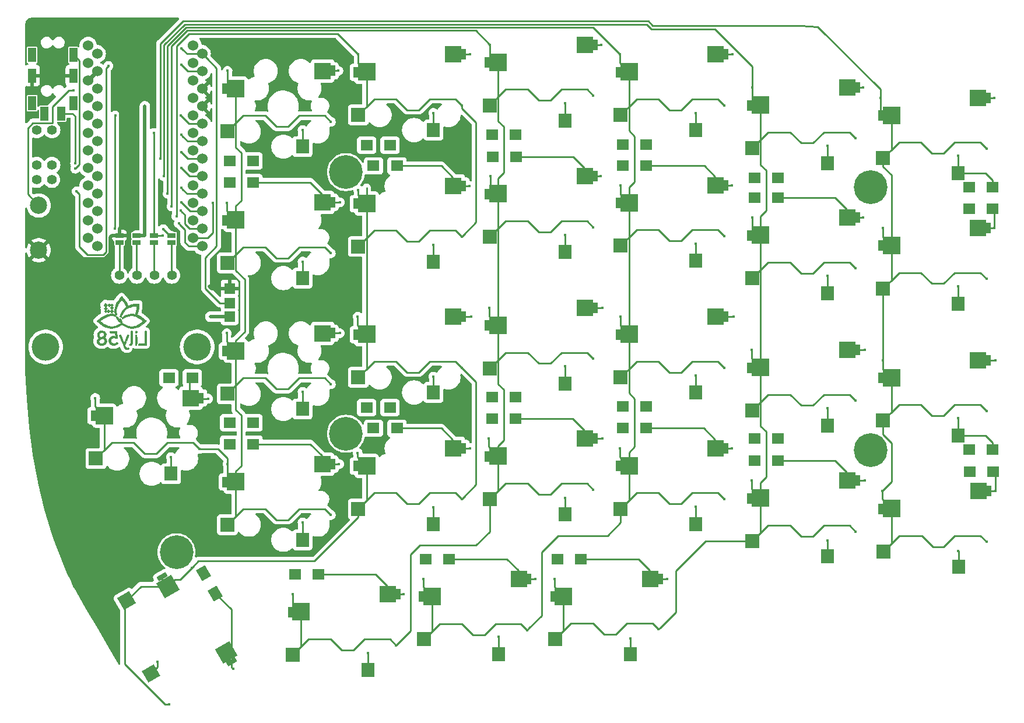
<source format=gbr>
%TF.GenerationSoftware,KiCad,Pcbnew,7.0.11-2.fc39*%
%TF.CreationDate,2024-05-11T16:30:22+02:00*%
%TF.ProjectId,Lily58_Pro,4c696c79-3538-45f5-9072-6f2e6b696361,rev?*%
%TF.SameCoordinates,Original*%
%TF.FileFunction,Copper,L2,Bot*%
%TF.FilePolarity,Positive*%
%FSLAX46Y46*%
G04 Gerber Fmt 4.6, Leading zero omitted, Abs format (unit mm)*
G04 Created by KiCad (PCBNEW 7.0.11-2.fc39) date 2024-05-11 16:30:22*
%MOMM*%
%LPD*%
G01*
G04 APERTURE LIST*
G04 Aperture macros list*
%AMRotRect*
0 Rectangle, with rotation*
0 The origin of the aperture is its center*
0 $1 length*
0 $2 width*
0 $3 Rotation angle, in degrees counterclockwise*
0 Add horizontal line*
21,1,$1,$2,0,0,$3*%
G04 Aperture macros list end*
%TA.AperFunction,EtchedComponent*%
%ADD10C,0.010000*%
%TD*%
%TA.AperFunction,ComponentPad*%
%ADD11R,1.200000X2.100000*%
%TD*%
%TA.AperFunction,ComponentPad*%
%ADD12R,1.524000X1.524000*%
%TD*%
%TA.AperFunction,SMDPad,CuDef*%
%ADD13RotRect,0.700000X1.500000X300.000000*%
%TD*%
%TA.AperFunction,SMDPad,CuDef*%
%ADD14RotRect,2.000000X2.000000X120.000000*%
%TD*%
%TA.AperFunction,SMDPad,CuDef*%
%ADD15RotRect,1.900000X2.000000X120.000000*%
%TD*%
%TA.AperFunction,SMDPad,CuDef*%
%ADD16RotRect,2.500000X2.500000X120.000000*%
%TD*%
%TA.AperFunction,SMDPad,CuDef*%
%ADD17RotRect,2.400000X2.400000X120.000000*%
%TD*%
%TA.AperFunction,SMDPad,CuDef*%
%ADD18R,0.700000X1.500000*%
%TD*%
%TA.AperFunction,SMDPad,CuDef*%
%ADD19R,2.000000X2.000000*%
%TD*%
%TA.AperFunction,SMDPad,CuDef*%
%ADD20R,1.900000X2.000000*%
%TD*%
%TA.AperFunction,SMDPad,CuDef*%
%ADD21R,2.500000X2.500000*%
%TD*%
%TA.AperFunction,SMDPad,CuDef*%
%ADD22R,2.400000X2.400000*%
%TD*%
%TA.AperFunction,ComponentPad*%
%ADD23C,1.524000*%
%TD*%
%TA.AperFunction,ComponentPad*%
%ADD24C,4.900000*%
%TD*%
%TA.AperFunction,ComponentPad*%
%ADD25C,1.397000*%
%TD*%
%TA.AperFunction,SMDPad,CuDef*%
%ADD26R,1.143000X0.635000*%
%TD*%
%TA.AperFunction,ComponentPad*%
%ADD27C,2.500000*%
%TD*%
%TA.AperFunction,ComponentPad*%
%ADD28R,1.800000X1.500000*%
%TD*%
%TA.AperFunction,ComponentPad*%
%ADD29RotRect,1.800000X1.500000X300.000000*%
%TD*%
%TA.AperFunction,ComponentPad*%
%ADD30C,4.000000*%
%TD*%
%TA.AperFunction,ViaPad*%
%ADD31C,0.400000*%
%TD*%
%TA.AperFunction,Conductor*%
%ADD32C,0.250000*%
%TD*%
%TA.AperFunction,Conductor*%
%ADD33C,0.500000*%
%TD*%
G04 APERTURE END LIST*
%TO.C,G\u002A\u002A\u002A*%
D10*
X96795884Y-83241766D02*
X96838409Y-83244759D01*
X96869836Y-83253472D01*
X96892599Y-83268947D01*
X96909135Y-83292223D01*
X96909146Y-83292246D01*
X96913948Y-83303107D01*
X96923557Y-83326185D01*
X96937464Y-83360198D01*
X96955159Y-83403864D01*
X96976133Y-83455902D01*
X96999877Y-83515030D01*
X97025880Y-83579967D01*
X97053635Y-83649431D01*
X97082631Y-83722141D01*
X97112360Y-83796814D01*
X97142311Y-83872170D01*
X97171976Y-83946928D01*
X97200845Y-84019805D01*
X97228408Y-84089519D01*
X97254157Y-84154791D01*
X97277582Y-84214337D01*
X97298173Y-84266877D01*
X97315422Y-84311128D01*
X97328819Y-84345810D01*
X97337854Y-84369641D01*
X97342019Y-84381339D01*
X97344225Y-84388220D01*
X97350651Y-84403867D01*
X97355600Y-84410115D01*
X97357014Y-84409303D01*
X97362725Y-84399275D01*
X97369141Y-84381472D01*
X97369185Y-84381326D01*
X97373441Y-84369608D01*
X97382644Y-84345768D01*
X97396277Y-84311085D01*
X97413823Y-84266840D01*
X97434765Y-84214312D01*
X97458586Y-84154781D01*
X97484768Y-84089526D01*
X97512794Y-84019828D01*
X97542147Y-83946967D01*
X97572310Y-83872221D01*
X97602765Y-83796871D01*
X97632994Y-83722197D01*
X97662482Y-83649478D01*
X97690710Y-83579994D01*
X97717162Y-83515025D01*
X97741320Y-83455851D01*
X97762666Y-83403751D01*
X97780685Y-83360006D01*
X97794857Y-83325894D01*
X97804667Y-83302697D01*
X97809596Y-83291693D01*
X97820105Y-83274806D01*
X97837681Y-83258361D01*
X97861559Y-83248263D01*
X97894339Y-83243534D01*
X97938625Y-83243196D01*
X97943919Y-83243357D01*
X97975233Y-83244619D01*
X97995872Y-83246629D01*
X98009216Y-83250244D01*
X98018641Y-83256317D01*
X98027525Y-83265705D01*
X98038695Y-83283185D01*
X98045028Y-83309803D01*
X98044061Y-83314505D01*
X98037945Y-83332895D01*
X98026341Y-83363966D01*
X98009415Y-83407309D01*
X97987334Y-83462516D01*
X97960264Y-83529179D01*
X97928370Y-83606889D01*
X97891820Y-83695238D01*
X97850779Y-83793819D01*
X97805414Y-83902222D01*
X97755890Y-84020039D01*
X97466753Y-84706539D01*
X97518904Y-84829609D01*
X97544880Y-84888739D01*
X97573481Y-84947528D01*
X97600547Y-84995264D01*
X97627125Y-85033603D01*
X97654263Y-85064197D01*
X97683008Y-85088701D01*
X97711074Y-85107240D01*
X97755054Y-85126606D01*
X97799789Y-85133298D01*
X97847768Y-85127554D01*
X97901481Y-85109612D01*
X97902917Y-85109015D01*
X97943181Y-85095732D01*
X97975443Y-85093556D01*
X98001844Y-85103255D01*
X98024527Y-85125599D01*
X98045632Y-85161356D01*
X98048827Y-85167879D01*
X98059476Y-85191210D01*
X98064356Y-85207443D01*
X98064378Y-85221239D01*
X98060452Y-85237257D01*
X98060005Y-85238689D01*
X98048265Y-85262135D01*
X98032146Y-85279319D01*
X98011414Y-85291593D01*
X97974036Y-85308767D01*
X97931644Y-85324122D01*
X97889691Y-85335508D01*
X97835286Y-85343303D01*
X97760318Y-85341740D01*
X97685239Y-85326573D01*
X97612033Y-85298070D01*
X97583901Y-85282573D01*
X97528408Y-85242315D01*
X97476215Y-85192137D01*
X97430279Y-85135070D01*
X97393556Y-85074143D01*
X97393476Y-85073982D01*
X97388058Y-85061921D01*
X97377642Y-85037603D01*
X97362632Y-85002017D01*
X97343435Y-84956149D01*
X97320456Y-84900987D01*
X97294101Y-84837519D01*
X97264774Y-84766730D01*
X97232883Y-84689609D01*
X97198831Y-84607143D01*
X97163025Y-84520320D01*
X97125870Y-84430126D01*
X97087772Y-84337548D01*
X97049137Y-84243575D01*
X97010369Y-84149193D01*
X96971874Y-84055389D01*
X96934059Y-83963151D01*
X96897328Y-83873467D01*
X96862086Y-83787323D01*
X96828741Y-83705707D01*
X96797696Y-83629605D01*
X96769358Y-83560006D01*
X96744132Y-83497897D01*
X96722423Y-83444264D01*
X96704638Y-83400095D01*
X96691182Y-83366378D01*
X96682459Y-83344099D01*
X96678877Y-83334247D01*
X96677754Y-83329519D01*
X96677157Y-83297920D01*
X96688425Y-83271141D01*
X96710376Y-83252258D01*
X96721784Y-83248098D01*
X96751045Y-83243370D01*
X96790997Y-83241742D01*
X96795884Y-83241766D01*
%TA.AperFunction,EtchedComponent*%
G36*
X96795884Y-83241766D02*
G01*
X96838409Y-83244759D01*
X96869836Y-83253472D01*
X96892599Y-83268947D01*
X96909135Y-83292223D01*
X96909146Y-83292246D01*
X96913948Y-83303107D01*
X96923557Y-83326185D01*
X96937464Y-83360198D01*
X96955159Y-83403864D01*
X96976133Y-83455902D01*
X96999877Y-83515030D01*
X97025880Y-83579967D01*
X97053635Y-83649431D01*
X97082631Y-83722141D01*
X97112360Y-83796814D01*
X97142311Y-83872170D01*
X97171976Y-83946928D01*
X97200845Y-84019805D01*
X97228408Y-84089519D01*
X97254157Y-84154791D01*
X97277582Y-84214337D01*
X97298173Y-84266877D01*
X97315422Y-84311128D01*
X97328819Y-84345810D01*
X97337854Y-84369641D01*
X97342019Y-84381339D01*
X97344225Y-84388220D01*
X97350651Y-84403867D01*
X97355600Y-84410115D01*
X97357014Y-84409303D01*
X97362725Y-84399275D01*
X97369141Y-84381472D01*
X97369185Y-84381326D01*
X97373441Y-84369608D01*
X97382644Y-84345768D01*
X97396277Y-84311085D01*
X97413823Y-84266840D01*
X97434765Y-84214312D01*
X97458586Y-84154781D01*
X97484768Y-84089526D01*
X97512794Y-84019828D01*
X97542147Y-83946967D01*
X97572310Y-83872221D01*
X97602765Y-83796871D01*
X97632994Y-83722197D01*
X97662482Y-83649478D01*
X97690710Y-83579994D01*
X97717162Y-83515025D01*
X97741320Y-83455851D01*
X97762666Y-83403751D01*
X97780685Y-83360006D01*
X97794857Y-83325894D01*
X97804667Y-83302697D01*
X97809596Y-83291693D01*
X97820105Y-83274806D01*
X97837681Y-83258361D01*
X97861559Y-83248263D01*
X97894339Y-83243534D01*
X97938625Y-83243196D01*
X97943919Y-83243357D01*
X97975233Y-83244619D01*
X97995872Y-83246629D01*
X98009216Y-83250244D01*
X98018641Y-83256317D01*
X98027525Y-83265705D01*
X98038695Y-83283185D01*
X98045028Y-83309803D01*
X98044061Y-83314505D01*
X98037945Y-83332895D01*
X98026341Y-83363966D01*
X98009415Y-83407309D01*
X97987334Y-83462516D01*
X97960264Y-83529179D01*
X97928370Y-83606889D01*
X97891820Y-83695238D01*
X97850779Y-83793819D01*
X97805414Y-83902222D01*
X97755890Y-84020039D01*
X97466753Y-84706539D01*
X97518904Y-84829609D01*
X97544880Y-84888739D01*
X97573481Y-84947528D01*
X97600547Y-84995264D01*
X97627125Y-85033603D01*
X97654263Y-85064197D01*
X97683008Y-85088701D01*
X97711074Y-85107240D01*
X97755054Y-85126606D01*
X97799789Y-85133298D01*
X97847768Y-85127554D01*
X97901481Y-85109612D01*
X97902917Y-85109015D01*
X97943181Y-85095732D01*
X97975443Y-85093556D01*
X98001844Y-85103255D01*
X98024527Y-85125599D01*
X98045632Y-85161356D01*
X98048827Y-85167879D01*
X98059476Y-85191210D01*
X98064356Y-85207443D01*
X98064378Y-85221239D01*
X98060452Y-85237257D01*
X98060005Y-85238689D01*
X98048265Y-85262135D01*
X98032146Y-85279319D01*
X98011414Y-85291593D01*
X97974036Y-85308767D01*
X97931644Y-85324122D01*
X97889691Y-85335508D01*
X97835286Y-85343303D01*
X97760318Y-85341740D01*
X97685239Y-85326573D01*
X97612033Y-85298070D01*
X97583901Y-85282573D01*
X97528408Y-85242315D01*
X97476215Y-85192137D01*
X97430279Y-85135070D01*
X97393556Y-85074143D01*
X97393476Y-85073982D01*
X97388058Y-85061921D01*
X97377642Y-85037603D01*
X97362632Y-85002017D01*
X97343435Y-84956149D01*
X97320456Y-84900987D01*
X97294101Y-84837519D01*
X97264774Y-84766730D01*
X97232883Y-84689609D01*
X97198831Y-84607143D01*
X97163025Y-84520320D01*
X97125870Y-84430126D01*
X97087772Y-84337548D01*
X97049137Y-84243575D01*
X97010369Y-84149193D01*
X96971874Y-84055389D01*
X96934059Y-83963151D01*
X96897328Y-83873467D01*
X96862086Y-83787323D01*
X96828741Y-83705707D01*
X96797696Y-83629605D01*
X96769358Y-83560006D01*
X96744132Y-83497897D01*
X96722423Y-83444264D01*
X96704638Y-83400095D01*
X96691182Y-83366378D01*
X96682459Y-83344099D01*
X96678877Y-83334247D01*
X96677754Y-83329519D01*
X96677157Y-83297920D01*
X96688425Y-83271141D01*
X96710376Y-83252258D01*
X96721784Y-83248098D01*
X96751045Y-83243370D01*
X96790997Y-83241742D01*
X96795884Y-83241766D01*
G37*
%TD.AperFunction*%
X98482164Y-82662979D02*
X98506775Y-82665155D01*
X98522776Y-82669140D01*
X98534562Y-82676463D01*
X98546527Y-82688651D01*
X98567543Y-82712172D01*
X98567435Y-83581100D01*
X98567408Y-83693126D01*
X98567334Y-83814900D01*
X98567207Y-83923574D01*
X98567019Y-84019922D01*
X98566759Y-84104714D01*
X98566420Y-84178722D01*
X98565991Y-84242719D01*
X98565463Y-84297475D01*
X98564828Y-84343764D01*
X98564076Y-84382357D01*
X98563199Y-84414026D01*
X98562186Y-84439543D01*
X98561029Y-84459679D01*
X98559719Y-84475207D01*
X98558246Y-84486898D01*
X98556601Y-84495525D01*
X98534742Y-84561613D01*
X98501977Y-84619333D01*
X98459071Y-84666818D01*
X98406436Y-84703704D01*
X98344484Y-84729630D01*
X98273628Y-84744233D01*
X98227210Y-84746793D01*
X98185302Y-84741734D01*
X98154536Y-84728425D01*
X98135400Y-84706996D01*
X98129396Y-84687543D01*
X98125802Y-84658155D01*
X98125239Y-84625515D01*
X98127788Y-84595302D01*
X98133527Y-84573197D01*
X98148963Y-84553127D01*
X98175334Y-84538829D01*
X98214045Y-84529707D01*
X98216691Y-84529291D01*
X98257472Y-84516653D01*
X98289234Y-84493028D01*
X98313543Y-84457275D01*
X98331685Y-84421000D01*
X98335314Y-83567963D01*
X98335495Y-83525670D01*
X98336047Y-83400347D01*
X98336575Y-83288507D01*
X98337093Y-83189367D01*
X98337615Y-83102144D01*
X98338156Y-83026052D01*
X98338731Y-82960310D01*
X98339353Y-82904131D01*
X98340038Y-82856734D01*
X98340799Y-82817333D01*
X98341652Y-82785144D01*
X98342610Y-82759385D01*
X98343688Y-82739271D01*
X98344901Y-82724018D01*
X98346262Y-82712842D01*
X98347787Y-82704960D01*
X98349490Y-82699587D01*
X98351386Y-82695939D01*
X98360688Y-82685037D01*
X98385980Y-82670438D01*
X98422438Y-82662965D01*
X98470932Y-82662374D01*
X98482164Y-82662979D01*
%TA.AperFunction,EtchedComponent*%
G36*
X98482164Y-82662979D02*
G01*
X98506775Y-82665155D01*
X98522776Y-82669140D01*
X98534562Y-82676463D01*
X98546527Y-82688651D01*
X98567543Y-82712172D01*
X98567435Y-83581100D01*
X98567408Y-83693126D01*
X98567334Y-83814900D01*
X98567207Y-83923574D01*
X98567019Y-84019922D01*
X98566759Y-84104714D01*
X98566420Y-84178722D01*
X98565991Y-84242719D01*
X98565463Y-84297475D01*
X98564828Y-84343764D01*
X98564076Y-84382357D01*
X98563199Y-84414026D01*
X98562186Y-84439543D01*
X98561029Y-84459679D01*
X98559719Y-84475207D01*
X98558246Y-84486898D01*
X98556601Y-84495525D01*
X98534742Y-84561613D01*
X98501977Y-84619333D01*
X98459071Y-84666818D01*
X98406436Y-84703704D01*
X98344484Y-84729630D01*
X98273628Y-84744233D01*
X98227210Y-84746793D01*
X98185302Y-84741734D01*
X98154536Y-84728425D01*
X98135400Y-84706996D01*
X98129396Y-84687543D01*
X98125802Y-84658155D01*
X98125239Y-84625515D01*
X98127788Y-84595302D01*
X98133527Y-84573197D01*
X98148963Y-84553127D01*
X98175334Y-84538829D01*
X98214045Y-84529707D01*
X98216691Y-84529291D01*
X98257472Y-84516653D01*
X98289234Y-84493028D01*
X98313543Y-84457275D01*
X98331685Y-84421000D01*
X98335314Y-83567963D01*
X98335495Y-83525670D01*
X98336047Y-83400347D01*
X98336575Y-83288507D01*
X98337093Y-83189367D01*
X98337615Y-83102144D01*
X98338156Y-83026052D01*
X98338731Y-82960310D01*
X98339353Y-82904131D01*
X98340038Y-82856734D01*
X98340799Y-82817333D01*
X98341652Y-82785144D01*
X98342610Y-82759385D01*
X98343688Y-82739271D01*
X98344901Y-82724018D01*
X98346262Y-82712842D01*
X98347787Y-82704960D01*
X98349490Y-82699587D01*
X98351386Y-82695939D01*
X98360688Y-82685037D01*
X98385980Y-82670438D01*
X98422438Y-82662965D01*
X98470932Y-82662374D01*
X98482164Y-82662979D01*
G37*
%TD.AperFunction*%
X95856902Y-82672037D02*
X95940973Y-82672098D01*
X96012337Y-82672241D01*
X96072093Y-82672498D01*
X96121342Y-82672898D01*
X96161182Y-82673470D01*
X96192713Y-82674245D01*
X96217036Y-82675251D01*
X96235250Y-82676519D01*
X96248456Y-82678077D01*
X96257751Y-82679957D01*
X96264237Y-82682187D01*
X96269014Y-82684797D01*
X96284826Y-82698650D01*
X96298982Y-82717839D01*
X96299991Y-82720862D01*
X96303237Y-82737557D01*
X96307597Y-82766494D01*
X96312906Y-82806127D01*
X96319002Y-82854909D01*
X96325722Y-82911292D01*
X96332901Y-82973730D01*
X96340377Y-83040677D01*
X96347987Y-83110584D01*
X96355567Y-83181907D01*
X96362954Y-83253097D01*
X96369984Y-83322608D01*
X96376495Y-83388893D01*
X96382323Y-83450406D01*
X96387305Y-83505598D01*
X96391277Y-83552925D01*
X96394076Y-83590838D01*
X96395540Y-83617791D01*
X96395504Y-83632238D01*
X96387367Y-83660947D01*
X96366542Y-83689583D01*
X96335296Y-83711508D01*
X96295465Y-83725493D01*
X96248885Y-83730310D01*
X96224386Y-83728916D01*
X96199994Y-83724116D01*
X96171521Y-83714745D01*
X96134622Y-83699637D01*
X96086083Y-83680048D01*
X96034116Y-83663550D01*
X95983941Y-83653743D01*
X95930287Y-83649651D01*
X95867885Y-83650299D01*
X95840682Y-83651690D01*
X95784963Y-83657494D01*
X95736580Y-83667853D01*
X95690693Y-83683988D01*
X95642466Y-83707118D01*
X95591755Y-83739400D01*
X95538370Y-83787725D01*
X95494293Y-83844524D01*
X95460552Y-83907804D01*
X95438170Y-83975575D01*
X95428175Y-84045843D01*
X95431593Y-84116616D01*
X95439143Y-84155837D01*
X95463594Y-84229002D01*
X95499974Y-84294425D01*
X95547663Y-84351432D01*
X95606042Y-84399349D01*
X95674491Y-84437504D01*
X95752390Y-84465223D01*
X95761448Y-84467456D01*
X95806043Y-84474414D01*
X95858083Y-84477680D01*
X95912257Y-84477252D01*
X95963257Y-84473129D01*
X96005771Y-84465309D01*
X96049313Y-84451087D01*
X96109116Y-84424521D01*
X96167561Y-84391461D01*
X96219011Y-84354825D01*
X96247542Y-84332521D01*
X96281127Y-84310526D01*
X96309094Y-84299780D01*
X96333793Y-84300514D01*
X96357578Y-84312964D01*
X96382802Y-84337361D01*
X96411817Y-84373939D01*
X96421234Y-84386770D01*
X96438770Y-84412230D01*
X96449272Y-84431219D01*
X96454376Y-84447052D01*
X96455714Y-84463045D01*
X96455487Y-84471845D01*
X96453007Y-84485677D01*
X96446065Y-84498875D01*
X96432552Y-84514884D01*
X96410357Y-84537152D01*
X96410053Y-84537449D01*
X96339571Y-84596818D01*
X96258992Y-84648552D01*
X96171350Y-84691173D01*
X96079679Y-84723204D01*
X95987013Y-84743169D01*
X95950502Y-84747132D01*
X95893666Y-84749788D01*
X95833263Y-84749459D01*
X95775231Y-84746216D01*
X95725508Y-84740125D01*
X95650351Y-84723513D01*
X95555080Y-84690778D01*
X95467346Y-84646790D01*
X95388014Y-84592265D01*
X95317953Y-84527919D01*
X95258029Y-84454468D01*
X95209109Y-84372628D01*
X95172060Y-84283115D01*
X95154853Y-84222823D01*
X95138619Y-84124844D01*
X95136899Y-84026887D01*
X95149691Y-83929008D01*
X95176994Y-83831262D01*
X95193278Y-83789734D01*
X95227415Y-83723547D01*
X95271064Y-83661604D01*
X95326569Y-83600284D01*
X95358763Y-83569636D01*
X95418658Y-83521528D01*
X95481914Y-83482949D01*
X95553025Y-83450935D01*
X95558026Y-83449014D01*
X95646030Y-83421520D01*
X95736175Y-83404534D01*
X95826071Y-83398095D01*
X95913332Y-83402242D01*
X95995566Y-83417014D01*
X96070387Y-83442450D01*
X96088048Y-83449758D01*
X96104843Y-83455634D01*
X96112432Y-83456788D01*
X96112330Y-83449742D01*
X96110745Y-83429830D01*
X96107812Y-83398701D01*
X96103698Y-83357986D01*
X96098567Y-83309320D01*
X96092585Y-83254333D01*
X96085916Y-83194660D01*
X96079494Y-83137766D01*
X96073255Y-83082174D01*
X96067739Y-83032694D01*
X96063128Y-82990989D01*
X96059608Y-82958720D01*
X96057361Y-82937549D01*
X96056571Y-82929137D01*
X96056169Y-82928841D01*
X96045910Y-82927583D01*
X96022831Y-82926337D01*
X95988303Y-82925133D01*
X95943697Y-82924003D01*
X95890383Y-82922977D01*
X95829732Y-82922088D01*
X95763114Y-82921365D01*
X95691900Y-82920841D01*
X95662835Y-82920673D01*
X95584874Y-82920178D01*
X95519773Y-82919655D01*
X95466291Y-82919056D01*
X95423187Y-82918331D01*
X95389221Y-82917430D01*
X95363150Y-82916306D01*
X95343735Y-82914907D01*
X95329735Y-82913186D01*
X95319909Y-82911093D01*
X95313015Y-82908578D01*
X95307814Y-82905593D01*
X95292456Y-82890545D01*
X95280600Y-82870038D01*
X95279295Y-82865804D01*
X95274883Y-82839460D01*
X95273104Y-82806008D01*
X95273880Y-82770807D01*
X95277135Y-82739214D01*
X95282793Y-82716589D01*
X95284758Y-82711869D01*
X95288472Y-82703806D01*
X95293019Y-82696910D01*
X95299451Y-82691092D01*
X95308821Y-82686260D01*
X95322182Y-82682321D01*
X95340585Y-82679186D01*
X95365084Y-82676762D01*
X95396729Y-82674957D01*
X95436575Y-82673681D01*
X95485673Y-82672843D01*
X95545076Y-82672349D01*
X95615836Y-82672110D01*
X95699005Y-82672034D01*
X95795636Y-82672029D01*
X95856902Y-82672037D01*
%TA.AperFunction,EtchedComponent*%
G36*
X95856902Y-82672037D02*
G01*
X95940973Y-82672098D01*
X96012337Y-82672241D01*
X96072093Y-82672498D01*
X96121342Y-82672898D01*
X96161182Y-82673470D01*
X96192713Y-82674245D01*
X96217036Y-82675251D01*
X96235250Y-82676519D01*
X96248456Y-82678077D01*
X96257751Y-82679957D01*
X96264237Y-82682187D01*
X96269014Y-82684797D01*
X96284826Y-82698650D01*
X96298982Y-82717839D01*
X96299991Y-82720862D01*
X96303237Y-82737557D01*
X96307597Y-82766494D01*
X96312906Y-82806127D01*
X96319002Y-82854909D01*
X96325722Y-82911292D01*
X96332901Y-82973730D01*
X96340377Y-83040677D01*
X96347987Y-83110584D01*
X96355567Y-83181907D01*
X96362954Y-83253097D01*
X96369984Y-83322608D01*
X96376495Y-83388893D01*
X96382323Y-83450406D01*
X96387305Y-83505598D01*
X96391277Y-83552925D01*
X96394076Y-83590838D01*
X96395540Y-83617791D01*
X96395504Y-83632238D01*
X96387367Y-83660947D01*
X96366542Y-83689583D01*
X96335296Y-83711508D01*
X96295465Y-83725493D01*
X96248885Y-83730310D01*
X96224386Y-83728916D01*
X96199994Y-83724116D01*
X96171521Y-83714745D01*
X96134622Y-83699637D01*
X96086083Y-83680048D01*
X96034116Y-83663550D01*
X95983941Y-83653743D01*
X95930287Y-83649651D01*
X95867885Y-83650299D01*
X95840682Y-83651690D01*
X95784963Y-83657494D01*
X95736580Y-83667853D01*
X95690693Y-83683988D01*
X95642466Y-83707118D01*
X95591755Y-83739400D01*
X95538370Y-83787725D01*
X95494293Y-83844524D01*
X95460552Y-83907804D01*
X95438170Y-83975575D01*
X95428175Y-84045843D01*
X95431593Y-84116616D01*
X95439143Y-84155837D01*
X95463594Y-84229002D01*
X95499974Y-84294425D01*
X95547663Y-84351432D01*
X95606042Y-84399349D01*
X95674491Y-84437504D01*
X95752390Y-84465223D01*
X95761448Y-84467456D01*
X95806043Y-84474414D01*
X95858083Y-84477680D01*
X95912257Y-84477252D01*
X95963257Y-84473129D01*
X96005771Y-84465309D01*
X96049313Y-84451087D01*
X96109116Y-84424521D01*
X96167561Y-84391461D01*
X96219011Y-84354825D01*
X96247542Y-84332521D01*
X96281127Y-84310526D01*
X96309094Y-84299780D01*
X96333793Y-84300514D01*
X96357578Y-84312964D01*
X96382802Y-84337361D01*
X96411817Y-84373939D01*
X96421234Y-84386770D01*
X96438770Y-84412230D01*
X96449272Y-84431219D01*
X96454376Y-84447052D01*
X96455714Y-84463045D01*
X96455487Y-84471845D01*
X96453007Y-84485677D01*
X96446065Y-84498875D01*
X96432552Y-84514884D01*
X96410357Y-84537152D01*
X96410053Y-84537449D01*
X96339571Y-84596818D01*
X96258992Y-84648552D01*
X96171350Y-84691173D01*
X96079679Y-84723204D01*
X95987013Y-84743169D01*
X95950502Y-84747132D01*
X95893666Y-84749788D01*
X95833263Y-84749459D01*
X95775231Y-84746216D01*
X95725508Y-84740125D01*
X95650351Y-84723513D01*
X95555080Y-84690778D01*
X95467346Y-84646790D01*
X95388014Y-84592265D01*
X95317953Y-84527919D01*
X95258029Y-84454468D01*
X95209109Y-84372628D01*
X95172060Y-84283115D01*
X95154853Y-84222823D01*
X95138619Y-84124844D01*
X95136899Y-84026887D01*
X95149691Y-83929008D01*
X95176994Y-83831262D01*
X95193278Y-83789734D01*
X95227415Y-83723547D01*
X95271064Y-83661604D01*
X95326569Y-83600284D01*
X95358763Y-83569636D01*
X95418658Y-83521528D01*
X95481914Y-83482949D01*
X95553025Y-83450935D01*
X95558026Y-83449014D01*
X95646030Y-83421520D01*
X95736175Y-83404534D01*
X95826071Y-83398095D01*
X95913332Y-83402242D01*
X95995566Y-83417014D01*
X96070387Y-83442450D01*
X96088048Y-83449758D01*
X96104843Y-83455634D01*
X96112432Y-83456788D01*
X96112330Y-83449742D01*
X96110745Y-83429830D01*
X96107812Y-83398701D01*
X96103698Y-83357986D01*
X96098567Y-83309320D01*
X96092585Y-83254333D01*
X96085916Y-83194660D01*
X96079494Y-83137766D01*
X96073255Y-83082174D01*
X96067739Y-83032694D01*
X96063128Y-82990989D01*
X96059608Y-82958720D01*
X96057361Y-82937549D01*
X96056571Y-82929137D01*
X96056169Y-82928841D01*
X96045910Y-82927583D01*
X96022831Y-82926337D01*
X95988303Y-82925133D01*
X95943697Y-82924003D01*
X95890383Y-82922977D01*
X95829732Y-82922088D01*
X95763114Y-82921365D01*
X95691900Y-82920841D01*
X95662835Y-82920673D01*
X95584874Y-82920178D01*
X95519773Y-82919655D01*
X95466291Y-82919056D01*
X95423187Y-82918331D01*
X95389221Y-82917430D01*
X95363150Y-82916306D01*
X95343735Y-82914907D01*
X95329735Y-82913186D01*
X95319909Y-82911093D01*
X95313015Y-82908578D01*
X95307814Y-82905593D01*
X95292456Y-82890545D01*
X95280600Y-82870038D01*
X95279295Y-82865804D01*
X95274883Y-82839460D01*
X95273104Y-82806008D01*
X95273880Y-82770807D01*
X95277135Y-82739214D01*
X95282793Y-82716589D01*
X95284758Y-82711869D01*
X95288472Y-82703806D01*
X95293019Y-82696910D01*
X95299451Y-82691092D01*
X95308821Y-82686260D01*
X95322182Y-82682321D01*
X95340585Y-82679186D01*
X95365084Y-82676762D01*
X95396729Y-82674957D01*
X95436575Y-82673681D01*
X95485673Y-82672843D01*
X95545076Y-82672349D01*
X95615836Y-82672110D01*
X95699005Y-82672034D01*
X95795636Y-82672029D01*
X95856902Y-82672037D01*
G37*
%TD.AperFunction*%
X94748287Y-83245402D02*
X94733846Y-83312219D01*
X94708337Y-83373317D01*
X94670668Y-83431348D01*
X94619750Y-83488966D01*
X94596192Y-83512237D01*
X94570352Y-83536810D01*
X94548411Y-83556701D01*
X94533465Y-83569035D01*
X94508959Y-83586910D01*
X94537094Y-83605703D01*
X94556213Y-83619312D01*
X94606242Y-83661793D01*
X94656290Y-83712997D01*
X94703213Y-83769269D01*
X94743865Y-83826952D01*
X94775101Y-83882392D01*
X94779113Y-83890855D01*
X94804709Y-83952555D01*
X94821413Y-84011227D01*
X94830461Y-84072399D01*
X94831922Y-84110809D01*
X94833092Y-84141600D01*
X94833078Y-84145879D01*
X94832153Y-84191039D01*
X94829457Y-84226915D01*
X94824458Y-84258293D01*
X94816626Y-84289961D01*
X94811462Y-84307173D01*
X94777825Y-84389946D01*
X94731786Y-84467370D01*
X94674913Y-84537130D01*
X94608771Y-84596915D01*
X94598460Y-84604660D01*
X94523040Y-84652342D01*
X94438193Y-84692273D01*
X94347121Y-84723132D01*
X94253025Y-84743600D01*
X94245889Y-84744522D01*
X94218486Y-84746536D01*
X94181956Y-84747825D01*
X94140206Y-84748283D01*
X94097143Y-84747805D01*
X94025176Y-84744265D01*
X93955426Y-84735713D01*
X93891657Y-84721352D01*
X93829684Y-84700217D01*
X93765322Y-84671344D01*
X93711699Y-84641978D01*
X93634296Y-84587304D01*
X93567744Y-84523769D01*
X93512614Y-84452047D01*
X93469481Y-84372814D01*
X93438915Y-84286743D01*
X93437044Y-84279348D01*
X93429113Y-84231141D01*
X93425722Y-84176118D01*
X93426545Y-84133154D01*
X93716420Y-84133154D01*
X93717588Y-84188532D01*
X93730030Y-84243407D01*
X93753150Y-84296415D01*
X93786354Y-84346197D01*
X93829046Y-84391388D01*
X93880632Y-84430629D01*
X93940516Y-84462556D01*
X94008104Y-84485809D01*
X94022700Y-84488981D01*
X94063823Y-84494140D01*
X94111550Y-84496396D01*
X94160673Y-84495751D01*
X94205987Y-84492206D01*
X94242285Y-84485762D01*
X94290537Y-84470086D01*
X94357237Y-84437452D01*
X94416403Y-84394977D01*
X94466432Y-84344112D01*
X94505724Y-84286304D01*
X94532678Y-84223002D01*
X94535197Y-84214174D01*
X94543895Y-84165536D01*
X94546973Y-84110809D01*
X94544338Y-84056064D01*
X94535902Y-84007370D01*
X94532804Y-83996427D01*
X94510223Y-83940406D01*
X94477047Y-83882722D01*
X94435611Y-83826613D01*
X94388249Y-83775314D01*
X94337297Y-83732062D01*
X94302568Y-83706569D01*
X94154498Y-83770622D01*
X94099741Y-83794494D01*
X94032238Y-83824694D01*
X93975784Y-83851149D01*
X93928899Y-83874695D01*
X93890104Y-83896162D01*
X93857920Y-83916383D01*
X93830868Y-83936192D01*
X93807467Y-83956421D01*
X93786240Y-83977903D01*
X93750282Y-84026335D01*
X93727119Y-84078635D01*
X93716420Y-84133154D01*
X93426545Y-84133154D01*
X93426808Y-84119449D01*
X93432308Y-84066305D01*
X93442158Y-84021857D01*
X93450811Y-83997091D01*
X93484865Y-83927825D01*
X93531788Y-83862080D01*
X93590420Y-83801320D01*
X93659604Y-83747009D01*
X93711373Y-83711647D01*
X93673052Y-83666474D01*
X93619336Y-83597340D01*
X93565599Y-83512128D01*
X93523740Y-83425492D01*
X93493884Y-83338445D01*
X93476157Y-83252003D01*
X93473470Y-83210354D01*
X93748800Y-83210354D01*
X93750247Y-83238638D01*
X93760793Y-83298834D01*
X93780468Y-83363388D01*
X93807984Y-83428994D01*
X93842050Y-83492348D01*
X93881378Y-83550143D01*
X93889123Y-83559976D01*
X93907211Y-83581254D01*
X93921980Y-83596364D01*
X93930810Y-83602529D01*
X93935737Y-83601807D01*
X93953060Y-83596201D01*
X93979951Y-83585944D01*
X94014204Y-83571998D01*
X94053611Y-83555330D01*
X94095965Y-83536904D01*
X94139061Y-83517685D01*
X94180691Y-83498637D01*
X94218649Y-83480726D01*
X94250728Y-83464916D01*
X94274720Y-83452172D01*
X94294640Y-83440265D01*
X94344107Y-83405243D01*
X94388285Y-83366305D01*
X94424306Y-83326157D01*
X94449300Y-83287502D01*
X94455046Y-83275673D01*
X94463169Y-83255553D01*
X94467852Y-83235549D01*
X94470033Y-83210789D01*
X94470646Y-83176400D01*
X94470640Y-83163191D01*
X94469719Y-83131966D01*
X94466783Y-83108637D01*
X94460974Y-83088277D01*
X94451436Y-83065961D01*
X94422890Y-83018040D01*
X94380217Y-82972070D01*
X94327489Y-82935380D01*
X94265700Y-82908508D01*
X94195843Y-82891991D01*
X94118914Y-82886367D01*
X94105162Y-82886532D01*
X94028071Y-82894103D01*
X93958704Y-82912454D01*
X93897848Y-82940897D01*
X93846291Y-82978742D01*
X93804820Y-83025300D01*
X93774223Y-83079880D01*
X93755287Y-83141795D01*
X93748800Y-83210354D01*
X93473470Y-83210354D01*
X93470684Y-83167178D01*
X93477591Y-83084986D01*
X93497003Y-83006440D01*
X93529045Y-82932554D01*
X93573844Y-82864343D01*
X93592411Y-82842052D01*
X93653958Y-82782806D01*
X93725688Y-82733389D01*
X93807956Y-82693582D01*
X93901116Y-82663169D01*
X93947485Y-82653640D01*
X94006409Y-82646052D01*
X94070749Y-82641304D01*
X94135920Y-82639619D01*
X94197336Y-82641216D01*
X94250412Y-82646318D01*
X94272716Y-82649898D01*
X94365689Y-82672258D01*
X94450308Y-82704959D01*
X94525906Y-82747311D01*
X94591817Y-82798626D01*
X94647375Y-82858214D01*
X94691911Y-82925386D01*
X94724759Y-82999453D01*
X94745253Y-83079725D01*
X94752726Y-83165515D01*
X94752751Y-83170212D01*
X94752383Y-83176400D01*
X94748287Y-83245402D01*
%TA.AperFunction,EtchedComponent*%
G36*
X94748287Y-83245402D02*
G01*
X94733846Y-83312219D01*
X94708337Y-83373317D01*
X94670668Y-83431348D01*
X94619750Y-83488966D01*
X94596192Y-83512237D01*
X94570352Y-83536810D01*
X94548411Y-83556701D01*
X94533465Y-83569035D01*
X94508959Y-83586910D01*
X94537094Y-83605703D01*
X94556213Y-83619312D01*
X94606242Y-83661793D01*
X94656290Y-83712997D01*
X94703213Y-83769269D01*
X94743865Y-83826952D01*
X94775101Y-83882392D01*
X94779113Y-83890855D01*
X94804709Y-83952555D01*
X94821413Y-84011227D01*
X94830461Y-84072399D01*
X94831922Y-84110809D01*
X94833092Y-84141600D01*
X94833078Y-84145879D01*
X94832153Y-84191039D01*
X94829457Y-84226915D01*
X94824458Y-84258293D01*
X94816626Y-84289961D01*
X94811462Y-84307173D01*
X94777825Y-84389946D01*
X94731786Y-84467370D01*
X94674913Y-84537130D01*
X94608771Y-84596915D01*
X94598460Y-84604660D01*
X94523040Y-84652342D01*
X94438193Y-84692273D01*
X94347121Y-84723132D01*
X94253025Y-84743600D01*
X94245889Y-84744522D01*
X94218486Y-84746536D01*
X94181956Y-84747825D01*
X94140206Y-84748283D01*
X94097143Y-84747805D01*
X94025176Y-84744265D01*
X93955426Y-84735713D01*
X93891657Y-84721352D01*
X93829684Y-84700217D01*
X93765322Y-84671344D01*
X93711699Y-84641978D01*
X93634296Y-84587304D01*
X93567744Y-84523769D01*
X93512614Y-84452047D01*
X93469481Y-84372814D01*
X93438915Y-84286743D01*
X93437044Y-84279348D01*
X93429113Y-84231141D01*
X93425722Y-84176118D01*
X93426545Y-84133154D01*
X93716420Y-84133154D01*
X93717588Y-84188532D01*
X93730030Y-84243407D01*
X93753150Y-84296415D01*
X93786354Y-84346197D01*
X93829046Y-84391388D01*
X93880632Y-84430629D01*
X93940516Y-84462556D01*
X94008104Y-84485809D01*
X94022700Y-84488981D01*
X94063823Y-84494140D01*
X94111550Y-84496396D01*
X94160673Y-84495751D01*
X94205987Y-84492206D01*
X94242285Y-84485762D01*
X94290537Y-84470086D01*
X94357237Y-84437452D01*
X94416403Y-84394977D01*
X94466432Y-84344112D01*
X94505724Y-84286304D01*
X94532678Y-84223002D01*
X94535197Y-84214174D01*
X94543895Y-84165536D01*
X94546973Y-84110809D01*
X94544338Y-84056064D01*
X94535902Y-84007370D01*
X94532804Y-83996427D01*
X94510223Y-83940406D01*
X94477047Y-83882722D01*
X94435611Y-83826613D01*
X94388249Y-83775314D01*
X94337297Y-83732062D01*
X94302568Y-83706569D01*
X94154498Y-83770622D01*
X94099741Y-83794494D01*
X94032238Y-83824694D01*
X93975784Y-83851149D01*
X93928899Y-83874695D01*
X93890104Y-83896162D01*
X93857920Y-83916383D01*
X93830868Y-83936192D01*
X93807467Y-83956421D01*
X93786240Y-83977903D01*
X93750282Y-84026335D01*
X93727119Y-84078635D01*
X93716420Y-84133154D01*
X93426545Y-84133154D01*
X93426808Y-84119449D01*
X93432308Y-84066305D01*
X93442158Y-84021857D01*
X93450811Y-83997091D01*
X93484865Y-83927825D01*
X93531788Y-83862080D01*
X93590420Y-83801320D01*
X93659604Y-83747009D01*
X93711373Y-83711647D01*
X93673052Y-83666474D01*
X93619336Y-83597340D01*
X93565599Y-83512128D01*
X93523740Y-83425492D01*
X93493884Y-83338445D01*
X93476157Y-83252003D01*
X93473470Y-83210354D01*
X93748800Y-83210354D01*
X93750247Y-83238638D01*
X93760793Y-83298834D01*
X93780468Y-83363388D01*
X93807984Y-83428994D01*
X93842050Y-83492348D01*
X93881378Y-83550143D01*
X93889123Y-83559976D01*
X93907211Y-83581254D01*
X93921980Y-83596364D01*
X93930810Y-83602529D01*
X93935737Y-83601807D01*
X93953060Y-83596201D01*
X93979951Y-83585944D01*
X94014204Y-83571998D01*
X94053611Y-83555330D01*
X94095965Y-83536904D01*
X94139061Y-83517685D01*
X94180691Y-83498637D01*
X94218649Y-83480726D01*
X94250728Y-83464916D01*
X94274720Y-83452172D01*
X94294640Y-83440265D01*
X94344107Y-83405243D01*
X94388285Y-83366305D01*
X94424306Y-83326157D01*
X94449300Y-83287502D01*
X94455046Y-83275673D01*
X94463169Y-83255553D01*
X94467852Y-83235549D01*
X94470033Y-83210789D01*
X94470646Y-83176400D01*
X94470640Y-83163191D01*
X94469719Y-83131966D01*
X94466783Y-83108637D01*
X94460974Y-83088277D01*
X94451436Y-83065961D01*
X94422890Y-83018040D01*
X94380217Y-82972070D01*
X94327489Y-82935380D01*
X94265700Y-82908508D01*
X94195843Y-82891991D01*
X94118914Y-82886367D01*
X94105162Y-82886532D01*
X94028071Y-82894103D01*
X93958704Y-82912454D01*
X93897848Y-82940897D01*
X93846291Y-82978742D01*
X93804820Y-83025300D01*
X93774223Y-83079880D01*
X93755287Y-83141795D01*
X93748800Y-83210354D01*
X93473470Y-83210354D01*
X93470684Y-83167178D01*
X93477591Y-83084986D01*
X93497003Y-83006440D01*
X93529045Y-82932554D01*
X93573844Y-82864343D01*
X93592411Y-82842052D01*
X93653958Y-82782806D01*
X93725688Y-82733389D01*
X93807956Y-82693582D01*
X93901116Y-82663169D01*
X93947485Y-82653640D01*
X94006409Y-82646052D01*
X94070749Y-82641304D01*
X94135920Y-82639619D01*
X94197336Y-82641216D01*
X94250412Y-82646318D01*
X94272716Y-82649898D01*
X94365689Y-82672258D01*
X94450308Y-82704959D01*
X94525906Y-82747311D01*
X94591817Y-82798626D01*
X94647375Y-82858214D01*
X94691911Y-82925386D01*
X94724759Y-82999453D01*
X94745253Y-83079725D01*
X94752726Y-83165515D01*
X94752751Y-83170212D01*
X94752383Y-83176400D01*
X94748287Y-83245402D01*
G37*
%TD.AperFunction*%
X100535160Y-82662010D02*
X100558925Y-82665031D01*
X100576648Y-82671448D01*
X100581230Y-82673638D01*
X100587053Y-82676154D01*
X100592285Y-82678721D01*
X100596958Y-82682061D01*
X100601103Y-82686898D01*
X100604752Y-82693956D01*
X100607937Y-82703956D01*
X100610688Y-82717623D01*
X100613037Y-82735679D01*
X100615016Y-82758848D01*
X100616656Y-82787853D01*
X100617988Y-82823417D01*
X100619045Y-82866264D01*
X100619856Y-82917116D01*
X100620455Y-82976697D01*
X100620871Y-83045730D01*
X100621138Y-83124937D01*
X100621285Y-83215043D01*
X100621345Y-83316771D01*
X100621349Y-83430843D01*
X100621328Y-83557983D01*
X100621314Y-83698915D01*
X100621319Y-83784717D01*
X100621336Y-83917241D01*
X100621339Y-84036406D01*
X100621299Y-84142938D01*
X100621185Y-84237559D01*
X100620969Y-84320994D01*
X100620621Y-84393966D01*
X100620111Y-84457200D01*
X100619411Y-84511420D01*
X100618489Y-84557348D01*
X100617318Y-84595710D01*
X100615867Y-84627230D01*
X100614107Y-84652630D01*
X100612009Y-84672635D01*
X100609542Y-84687969D01*
X100606678Y-84699356D01*
X100603387Y-84707520D01*
X100599640Y-84713184D01*
X100595406Y-84717073D01*
X100590657Y-84719910D01*
X100585363Y-84722420D01*
X100579494Y-84725326D01*
X100577420Y-84726070D01*
X100561700Y-84728326D01*
X100533334Y-84730342D01*
X100493747Y-84732119D01*
X100444366Y-84733656D01*
X100386616Y-84734953D01*
X100321925Y-84736009D01*
X100251717Y-84736826D01*
X100177419Y-84737401D01*
X100100457Y-84737736D01*
X100022257Y-84737830D01*
X99944245Y-84737683D01*
X99867847Y-84737294D01*
X99794490Y-84736664D01*
X99725599Y-84735792D01*
X99662600Y-84734678D01*
X99606920Y-84733322D01*
X99559984Y-84731723D01*
X99523219Y-84729882D01*
X99498050Y-84727798D01*
X99485904Y-84725472D01*
X99485347Y-84725206D01*
X99464660Y-84711251D01*
X99451316Y-84691395D01*
X99444158Y-84662943D01*
X99442028Y-84623198D01*
X99442069Y-84611211D01*
X99443020Y-84587426D01*
X99446330Y-84571774D01*
X99453430Y-84559618D01*
X99465750Y-84546324D01*
X99489472Y-84522600D01*
X99935650Y-84520624D01*
X100381828Y-84518647D01*
X100381869Y-83635252D01*
X100381881Y-83577925D01*
X100381994Y-83439563D01*
X100382224Y-83312382D01*
X100382568Y-83196716D01*
X100383024Y-83092899D01*
X100383589Y-83001263D01*
X100384260Y-82922141D01*
X100385034Y-82855868D01*
X100385910Y-82802776D01*
X100386883Y-82763198D01*
X100387953Y-82737468D01*
X100389115Y-82725918D01*
X100389319Y-82725202D01*
X100399942Y-82702035D01*
X100415055Y-82682376D01*
X100416199Y-82681314D01*
X100427790Y-82672639D01*
X100441948Y-82667249D01*
X100462656Y-82664125D01*
X100493894Y-82662254D01*
X100501579Y-82661965D01*
X100535160Y-82662010D01*
%TA.AperFunction,EtchedComponent*%
G36*
X100535160Y-82662010D02*
G01*
X100558925Y-82665031D01*
X100576648Y-82671448D01*
X100581230Y-82673638D01*
X100587053Y-82676154D01*
X100592285Y-82678721D01*
X100596958Y-82682061D01*
X100601103Y-82686898D01*
X100604752Y-82693956D01*
X100607937Y-82703956D01*
X100610688Y-82717623D01*
X100613037Y-82735679D01*
X100615016Y-82758848D01*
X100616656Y-82787853D01*
X100617988Y-82823417D01*
X100619045Y-82866264D01*
X100619856Y-82917116D01*
X100620455Y-82976697D01*
X100620871Y-83045730D01*
X100621138Y-83124937D01*
X100621285Y-83215043D01*
X100621345Y-83316771D01*
X100621349Y-83430843D01*
X100621328Y-83557983D01*
X100621314Y-83698915D01*
X100621319Y-83784717D01*
X100621336Y-83917241D01*
X100621339Y-84036406D01*
X100621299Y-84142938D01*
X100621185Y-84237559D01*
X100620969Y-84320994D01*
X100620621Y-84393966D01*
X100620111Y-84457200D01*
X100619411Y-84511420D01*
X100618489Y-84557348D01*
X100617318Y-84595710D01*
X100615867Y-84627230D01*
X100614107Y-84652630D01*
X100612009Y-84672635D01*
X100609542Y-84687969D01*
X100606678Y-84699356D01*
X100603387Y-84707520D01*
X100599640Y-84713184D01*
X100595406Y-84717073D01*
X100590657Y-84719910D01*
X100585363Y-84722420D01*
X100579494Y-84725326D01*
X100577420Y-84726070D01*
X100561700Y-84728326D01*
X100533334Y-84730342D01*
X100493747Y-84732119D01*
X100444366Y-84733656D01*
X100386616Y-84734953D01*
X100321925Y-84736009D01*
X100251717Y-84736826D01*
X100177419Y-84737401D01*
X100100457Y-84737736D01*
X100022257Y-84737830D01*
X99944245Y-84737683D01*
X99867847Y-84737294D01*
X99794490Y-84736664D01*
X99725599Y-84735792D01*
X99662600Y-84734678D01*
X99606920Y-84733322D01*
X99559984Y-84731723D01*
X99523219Y-84729882D01*
X99498050Y-84727798D01*
X99485904Y-84725472D01*
X99485347Y-84725206D01*
X99464660Y-84711251D01*
X99451316Y-84691395D01*
X99444158Y-84662943D01*
X99442028Y-84623198D01*
X99442069Y-84611211D01*
X99443020Y-84587426D01*
X99446330Y-84571774D01*
X99453430Y-84559618D01*
X99465750Y-84546324D01*
X99489472Y-84522600D01*
X99935650Y-84520624D01*
X100381828Y-84518647D01*
X100381869Y-83635252D01*
X100381881Y-83577925D01*
X100381994Y-83439563D01*
X100382224Y-83312382D01*
X100382568Y-83196716D01*
X100383024Y-83092899D01*
X100383589Y-83001263D01*
X100384260Y-82922141D01*
X100385034Y-82855868D01*
X100385910Y-82802776D01*
X100386883Y-82763198D01*
X100387953Y-82737468D01*
X100389115Y-82725918D01*
X100389319Y-82725202D01*
X100399942Y-82702035D01*
X100415055Y-82682376D01*
X100416199Y-82681314D01*
X100427790Y-82672639D01*
X100441948Y-82667249D01*
X100462656Y-82664125D01*
X100493894Y-82662254D01*
X100501579Y-82661965D01*
X100535160Y-82662010D01*
G37*
%TD.AperFunction*%
X99144306Y-83242714D02*
X99166714Y-83245901D01*
X99183971Y-83252379D01*
X99190295Y-83255538D01*
X99196805Y-83258991D01*
X99202519Y-83263065D01*
X99207488Y-83268629D01*
X99211765Y-83276551D01*
X99215402Y-83287699D01*
X99218450Y-83302943D01*
X99220961Y-83323149D01*
X99222987Y-83349186D01*
X99224580Y-83381923D01*
X99225791Y-83422228D01*
X99226673Y-83470969D01*
X99227277Y-83529015D01*
X99227655Y-83597233D01*
X99227858Y-83676493D01*
X99227940Y-83767661D01*
X99227951Y-83871608D01*
X99227943Y-83989200D01*
X99227951Y-84098080D01*
X99227945Y-84203321D01*
X99227872Y-84295706D01*
X99227680Y-84376098D01*
X99227316Y-84445362D01*
X99226726Y-84504362D01*
X99225859Y-84553960D01*
X99224661Y-84595021D01*
X99223079Y-84628409D01*
X99221060Y-84654987D01*
X99218553Y-84675619D01*
X99215503Y-84691169D01*
X99211858Y-84702500D01*
X99207565Y-84710477D01*
X99202571Y-84715963D01*
X99196824Y-84719822D01*
X99190270Y-84722918D01*
X99182857Y-84726114D01*
X99171617Y-84730020D01*
X99141248Y-84734519D01*
X99098533Y-84734949D01*
X99074506Y-84734044D01*
X99052912Y-84732118D01*
X99038776Y-84728197D01*
X99028101Y-84721028D01*
X99016890Y-84709357D01*
X98995714Y-84685657D01*
X98995714Y-83292743D01*
X99016890Y-83269043D01*
X99025758Y-83259588D01*
X99036255Y-83251501D01*
X99049378Y-83246851D01*
X99069088Y-83244379D01*
X99099347Y-83242825D01*
X99112823Y-83242372D01*
X99144306Y-83242714D01*
%TA.AperFunction,EtchedComponent*%
G36*
X99144306Y-83242714D02*
G01*
X99166714Y-83245901D01*
X99183971Y-83252379D01*
X99190295Y-83255538D01*
X99196805Y-83258991D01*
X99202519Y-83263065D01*
X99207488Y-83268629D01*
X99211765Y-83276551D01*
X99215402Y-83287699D01*
X99218450Y-83302943D01*
X99220961Y-83323149D01*
X99222987Y-83349186D01*
X99224580Y-83381923D01*
X99225791Y-83422228D01*
X99226673Y-83470969D01*
X99227277Y-83529015D01*
X99227655Y-83597233D01*
X99227858Y-83676493D01*
X99227940Y-83767661D01*
X99227951Y-83871608D01*
X99227943Y-83989200D01*
X99227951Y-84098080D01*
X99227945Y-84203321D01*
X99227872Y-84295706D01*
X99227680Y-84376098D01*
X99227316Y-84445362D01*
X99226726Y-84504362D01*
X99225859Y-84553960D01*
X99224661Y-84595021D01*
X99223079Y-84628409D01*
X99221060Y-84654987D01*
X99218553Y-84675619D01*
X99215503Y-84691169D01*
X99211858Y-84702500D01*
X99207565Y-84710477D01*
X99202571Y-84715963D01*
X99196824Y-84719822D01*
X99190270Y-84722918D01*
X99182857Y-84726114D01*
X99171617Y-84730020D01*
X99141248Y-84734519D01*
X99098533Y-84734949D01*
X99074506Y-84734044D01*
X99052912Y-84732118D01*
X99038776Y-84728197D01*
X99028101Y-84721028D01*
X99016890Y-84709357D01*
X98995714Y-84685657D01*
X98995714Y-83292743D01*
X99016890Y-83269043D01*
X99025758Y-83259588D01*
X99036255Y-83251501D01*
X99049378Y-83246851D01*
X99069088Y-83244379D01*
X99099347Y-83242825D01*
X99112823Y-83242372D01*
X99144306Y-83242714D01*
G37*
%TD.AperFunction*%
X99159070Y-82663320D02*
X99189389Y-82671153D01*
X99210195Y-82686597D01*
X99223294Y-82711333D01*
X99230490Y-82747041D01*
X99233591Y-82795400D01*
X99233759Y-82837027D01*
X99230447Y-82874928D01*
X99222739Y-82902495D01*
X99210017Y-82921795D01*
X99191657Y-82934892D01*
X99189209Y-82935928D01*
X99170466Y-82940088D01*
X99142504Y-82942961D01*
X99109654Y-82944065D01*
X99067609Y-82942389D01*
X99033673Y-82936242D01*
X99010359Y-82925057D01*
X98995929Y-82908288D01*
X98995790Y-82908012D01*
X98992937Y-82895033D01*
X98990606Y-82871025D01*
X98989034Y-82839320D01*
X98988457Y-82803249D01*
X98988457Y-82799877D01*
X98988588Y-82763043D01*
X98989341Y-82737506D01*
X98991264Y-82720278D01*
X98994908Y-82708369D01*
X99000823Y-82698791D01*
X99009558Y-82688556D01*
X99017453Y-82680084D01*
X99028107Y-82671538D01*
X99041134Y-82666590D01*
X99060579Y-82663924D01*
X99090489Y-82662223D01*
X99117432Y-82661417D01*
X99159070Y-82663320D01*
%TA.AperFunction,EtchedComponent*%
G36*
X99159070Y-82663320D02*
G01*
X99189389Y-82671153D01*
X99210195Y-82686597D01*
X99223294Y-82711333D01*
X99230490Y-82747041D01*
X99233591Y-82795400D01*
X99233759Y-82837027D01*
X99230447Y-82874928D01*
X99222739Y-82902495D01*
X99210017Y-82921795D01*
X99191657Y-82934892D01*
X99189209Y-82935928D01*
X99170466Y-82940088D01*
X99142504Y-82942961D01*
X99109654Y-82944065D01*
X99067609Y-82942389D01*
X99033673Y-82936242D01*
X99010359Y-82925057D01*
X98995929Y-82908288D01*
X98995790Y-82908012D01*
X98992937Y-82895033D01*
X98990606Y-82871025D01*
X98989034Y-82839320D01*
X98988457Y-82803249D01*
X98988457Y-82799877D01*
X98988588Y-82763043D01*
X98989341Y-82737506D01*
X98991264Y-82720278D01*
X98994908Y-82708369D01*
X99000823Y-82698791D01*
X99009558Y-82688556D01*
X99017453Y-82680084D01*
X99028107Y-82671538D01*
X99041134Y-82666590D01*
X99060579Y-82663924D01*
X99090489Y-82662223D01*
X99117432Y-82661417D01*
X99159070Y-82663320D01*
G37*
%TD.AperFunction*%
X97121571Y-77751686D02*
X97124106Y-77754265D01*
X97268698Y-77909876D01*
X97403803Y-78072274D01*
X97528585Y-78240195D01*
X97642211Y-78412376D01*
X97743847Y-78587556D01*
X97832658Y-78764470D01*
X97907810Y-78941857D01*
X97914509Y-78958798D01*
X97927609Y-78988420D01*
X97937950Y-79006583D01*
X97944877Y-79012049D01*
X97945659Y-79011813D01*
X97957385Y-79007243D01*
X97979098Y-78998138D01*
X98007997Y-78985690D01*
X98041281Y-78971087D01*
X98080177Y-78954323D01*
X98226724Y-78898173D01*
X98383791Y-78848030D01*
X98549080Y-78804349D01*
X98720294Y-78767584D01*
X98895135Y-78738190D01*
X99071305Y-78716620D01*
X99246507Y-78703330D01*
X99418443Y-78698773D01*
X99547257Y-78698743D01*
X99547257Y-78842832D01*
X99542291Y-79022617D01*
X99527408Y-79209512D01*
X99503125Y-79397299D01*
X99469960Y-79582622D01*
X99428432Y-79762126D01*
X99379057Y-79932457D01*
X99364036Y-79977283D01*
X99344843Y-80031302D01*
X99324001Y-80087328D01*
X99302735Y-80142198D01*
X99282274Y-80192751D01*
X99263846Y-80235825D01*
X99248678Y-80268257D01*
X99248218Y-80269172D01*
X99237377Y-80291558D01*
X99232847Y-80304480D01*
X99234063Y-80311139D01*
X99240459Y-80314738D01*
X99330619Y-80348768D01*
X99502951Y-80423982D01*
X99675224Y-80512191D01*
X99846043Y-80612496D01*
X100014009Y-80723998D01*
X100177728Y-80845800D01*
X100335802Y-80977002D01*
X100486835Y-81116707D01*
X100595914Y-81223271D01*
X100512457Y-81307881D01*
X100461521Y-81358084D01*
X100366138Y-81446026D01*
X100262414Y-81535018D01*
X100153607Y-81622392D01*
X100042975Y-81705483D01*
X99933775Y-81781622D01*
X99904856Y-81800751D01*
X99732750Y-81906472D01*
X99560001Y-81998810D01*
X99387043Y-82077598D01*
X99214310Y-82142671D01*
X99042236Y-82193861D01*
X98871254Y-82231003D01*
X98701800Y-82253930D01*
X98625562Y-82259346D01*
X98467135Y-82260058D01*
X98305754Y-82246985D01*
X98141948Y-82220284D01*
X97976245Y-82180115D01*
X97809176Y-82126638D01*
X97641268Y-82060012D01*
X97473051Y-81980397D01*
X97305053Y-81887951D01*
X97137805Y-81782834D01*
X97129687Y-81777384D01*
X97099072Y-81756377D01*
X97072949Y-81737761D01*
X97053870Y-81723386D01*
X97044388Y-81715104D01*
X97037074Y-81707766D01*
X97027882Y-81704543D01*
X97015546Y-81708023D01*
X96997386Y-81719055D01*
X96970724Y-81738490D01*
X96919920Y-81774820D01*
X96852955Y-81818940D01*
X96778250Y-81865010D01*
X96698851Y-81911261D01*
X96617807Y-81955922D01*
X96538164Y-81997224D01*
X96462971Y-82033397D01*
X96341462Y-82086047D01*
X96171283Y-82148908D01*
X96003574Y-82197743D01*
X95837760Y-82232592D01*
X95673266Y-82253496D01*
X95509517Y-82260499D01*
X95345936Y-82253642D01*
X95181950Y-82232965D01*
X95016983Y-82198512D01*
X94850459Y-82150324D01*
X94848838Y-82149790D01*
X94683103Y-82088608D01*
X94515951Y-82014064D01*
X94348757Y-81927029D01*
X94182899Y-81828373D01*
X94019753Y-81718966D01*
X93860695Y-81599677D01*
X93707103Y-81471378D01*
X93560353Y-81334938D01*
X93447628Y-81224304D01*
X93549280Y-81124481D01*
X93651283Y-81027889D01*
X93803533Y-80895962D01*
X93960720Y-80773487D01*
X94121818Y-80661051D01*
X94285803Y-80559240D01*
X94451649Y-80468640D01*
X94618331Y-80389837D01*
X94784824Y-80323418D01*
X94950103Y-80269969D01*
X95113143Y-80230077D01*
X95244479Y-80207921D01*
X95412062Y-80192784D01*
X95580999Y-80192068D01*
X95751134Y-80205773D01*
X95922314Y-80233897D01*
X95954538Y-80240361D01*
X95993088Y-80248071D01*
X96021416Y-80255005D01*
X96041772Y-80263082D01*
X96056404Y-80274222D01*
X96067565Y-80290345D01*
X96077503Y-80313370D01*
X96088469Y-80345218D01*
X96102714Y-80387807D01*
X96114280Y-80421620D01*
X96126881Y-80458503D01*
X96137320Y-80489110D01*
X96144751Y-80510954D01*
X96148325Y-80521553D01*
X96148846Y-80523336D01*
X96148206Y-80528016D01*
X96141351Y-80528651D01*
X96125783Y-80525002D01*
X96099003Y-80516829D01*
X96096359Y-80515997D01*
X96044136Y-80501168D01*
X95982664Y-80486113D01*
X95916862Y-80471900D01*
X95851645Y-80459594D01*
X95791933Y-80450260D01*
X95727900Y-80443516D01*
X95628797Y-80439062D01*
X95523985Y-80440429D01*
X95417822Y-80447409D01*
X95314665Y-80459798D01*
X95218872Y-80477388D01*
X95155645Y-80492555D01*
X94999718Y-80539355D01*
X94841945Y-80599750D01*
X94683187Y-80673320D01*
X94524307Y-80759646D01*
X94366167Y-80858308D01*
X94209628Y-80968885D01*
X94200825Y-80975516D01*
X94157528Y-81008994D01*
X94110003Y-81046905D01*
X94061425Y-81086629D01*
X94014968Y-81125547D01*
X93973807Y-81161038D01*
X93941114Y-81190483D01*
X93904828Y-81224318D01*
X93952000Y-81268745D01*
X94004865Y-81316662D01*
X94085499Y-81384494D01*
X94174241Y-81454125D01*
X94268071Y-81523346D01*
X94363971Y-81589946D01*
X94458922Y-81651715D01*
X94549904Y-81706444D01*
X94566363Y-81715810D01*
X94728448Y-81800241D01*
X94891757Y-81871306D01*
X95055553Y-81928745D01*
X95219099Y-81972295D01*
X95381657Y-82001695D01*
X95387023Y-82002404D01*
X95438071Y-82007139D01*
X95499041Y-82010007D01*
X95565954Y-82011045D01*
X95634832Y-82010292D01*
X95701694Y-82007783D01*
X95762562Y-82003557D01*
X95813457Y-81997651D01*
X95957873Y-81970177D01*
X96120204Y-81926086D01*
X96283438Y-81868002D01*
X96447054Y-81796137D01*
X96610529Y-81710700D01*
X96773340Y-81611900D01*
X96781354Y-81606677D01*
X96813261Y-81585507D01*
X96841276Y-81566361D01*
X96862616Y-81551165D01*
X96874499Y-81541846D01*
X96875094Y-81541297D01*
X96885019Y-81530470D01*
X96886050Y-81520570D01*
X96879010Y-81504846D01*
X96875101Y-81496745D01*
X96864920Y-81472667D01*
X96855316Y-81446735D01*
X96853655Y-81441881D01*
X96847615Y-81426497D01*
X96840224Y-81415493D01*
X96828478Y-81406355D01*
X96809377Y-81396572D01*
X96779917Y-81383630D01*
X96775723Y-81381812D01*
X96722644Y-81356520D01*
X96674230Y-81328472D01*
X96629208Y-81296334D01*
X96586303Y-81258773D01*
X96544243Y-81214455D01*
X96501754Y-81162048D01*
X96457562Y-81100219D01*
X96410394Y-81027633D01*
X96358976Y-80942959D01*
X96354922Y-80936062D01*
X96333844Y-80898961D01*
X96310780Y-80856638D01*
X96286616Y-80810894D01*
X96262236Y-80763530D01*
X96238527Y-80716347D01*
X96216372Y-80671146D01*
X96196658Y-80629728D01*
X96180269Y-80593894D01*
X96168090Y-80565445D01*
X96161007Y-80546182D01*
X96159904Y-80537905D01*
X96165411Y-80538712D01*
X96182241Y-80544053D01*
X96207876Y-80553250D01*
X96239823Y-80565340D01*
X96275592Y-80579359D01*
X96312691Y-80594345D01*
X96348628Y-80609333D01*
X96380913Y-80623360D01*
X96452085Y-80655132D01*
X96502885Y-80750765D01*
X96503900Y-80752672D01*
X96525506Y-80792114D01*
X96550628Y-80836195D01*
X96577757Y-80882441D01*
X96605386Y-80928374D01*
X96632010Y-80971517D01*
X96656119Y-81009395D01*
X96676206Y-81039532D01*
X96690766Y-81059449D01*
X96707142Y-81079727D01*
X96696996Y-81023164D01*
X96694949Y-81009522D01*
X96692041Y-80977612D01*
X96690485Y-80941169D01*
X96690226Y-80903362D01*
X96691206Y-80867359D01*
X96693367Y-80836330D01*
X96696653Y-80813442D01*
X96701005Y-80801864D01*
X96701311Y-80801622D01*
X96710799Y-80803158D01*
X96729174Y-80812080D01*
X96754171Y-80826826D01*
X96783526Y-80845837D01*
X96814975Y-80867553D01*
X96846252Y-80890413D01*
X96875094Y-80912859D01*
X96899235Y-80933328D01*
X96916412Y-80950263D01*
X96919310Y-80953634D01*
X96939501Y-80980720D01*
X96960500Y-81013783D01*
X96978198Y-81046429D01*
X96991663Y-81076455D01*
X97004008Y-81111557D01*
X97013157Y-81149535D01*
X97020011Y-81194267D01*
X97025473Y-81249629D01*
X97027063Y-81265176D01*
X97038673Y-81326070D01*
X97057692Y-81385384D01*
X97082232Y-81436880D01*
X97086982Y-81444748D01*
X97116490Y-81485387D01*
X97154119Y-81524568D01*
X97201811Y-81564120D01*
X97261505Y-81605874D01*
X97279213Y-81617390D01*
X97437220Y-81712711D01*
X97596661Y-81795775D01*
X97756602Y-81866201D01*
X97916109Y-81923613D01*
X98074248Y-81967633D01*
X98230085Y-81997881D01*
X98230131Y-81997888D01*
X98285440Y-82004211D01*
X98350793Y-82008454D01*
X98422125Y-82010612D01*
X98495366Y-82010683D01*
X98566449Y-82008662D01*
X98631307Y-82004546D01*
X98685872Y-81998329D01*
X98780385Y-81981926D01*
X98926536Y-81947787D01*
X99070706Y-81902970D01*
X99214321Y-81846897D01*
X99358810Y-81778990D01*
X99505598Y-81698671D01*
X99656114Y-81605361D01*
X99663827Y-81600293D01*
X99720067Y-81562179D01*
X99779359Y-81520196D01*
X99839808Y-81475827D01*
X99899516Y-81430552D01*
X99956587Y-81385854D01*
X100009125Y-81343214D01*
X100055232Y-81304115D01*
X100093013Y-81270038D01*
X100120571Y-81242465D01*
X100138714Y-81222648D01*
X100091543Y-81179423D01*
X100084443Y-81172998D01*
X100058295Y-81150051D01*
X100025558Y-81122043D01*
X99989713Y-81091936D01*
X99954243Y-81062689D01*
X99940229Y-81051315D01*
X99783420Y-80931522D01*
X99624924Y-80823927D01*
X99465360Y-80728828D01*
X99305349Y-80646520D01*
X99145510Y-80577298D01*
X98986462Y-80521459D01*
X98828826Y-80479299D01*
X98673221Y-80451112D01*
X98664241Y-80449944D01*
X98605683Y-80444403D01*
X98538338Y-80440854D01*
X98466835Y-80439340D01*
X98395797Y-80439904D01*
X98329853Y-80442587D01*
X98273628Y-80447433D01*
X98230690Y-80453150D01*
X98089064Y-80479917D01*
X97943613Y-80518895D01*
X97796109Y-80569369D01*
X97648322Y-80630626D01*
X97502026Y-80701950D01*
X97358992Y-80782626D01*
X97220993Y-80871941D01*
X97153810Y-80918457D01*
X97126618Y-80877214D01*
X97109796Y-80853182D01*
X97086219Y-80822060D01*
X97063310Y-80794013D01*
X97049918Y-80778327D01*
X97037659Y-80762659D01*
X97032838Y-80752678D01*
X97034204Y-80745277D01*
X97040505Y-80737347D01*
X97042687Y-80735137D01*
X97058527Y-80722157D01*
X97084293Y-80703466D01*
X97117937Y-80680401D01*
X97157410Y-80654303D01*
X97200663Y-80626511D01*
X97245647Y-80598365D01*
X97290312Y-80571205D01*
X97332609Y-80546371D01*
X97348273Y-80537425D01*
X97522280Y-80445208D01*
X97694361Y-80367288D01*
X97864743Y-80303616D01*
X98033654Y-80254143D01*
X98201324Y-80218820D01*
X98367979Y-80197599D01*
X98533849Y-80190430D01*
X98699162Y-80197264D01*
X98864145Y-80218053D01*
X98961176Y-80234383D01*
X98975468Y-80201349D01*
X99010433Y-80116713D01*
X99076693Y-79929656D01*
X99131221Y-79734564D01*
X99174058Y-79531254D01*
X99205247Y-79319541D01*
X99224829Y-79099243D01*
X99229869Y-79017144D01*
X99165406Y-79021582D01*
X98978104Y-79038161D01*
X98771055Y-79065951D01*
X98575180Y-79102930D01*
X98390436Y-79149117D01*
X98216775Y-79204526D01*
X98054154Y-79269174D01*
X97902527Y-79343079D01*
X97761849Y-79426255D01*
X97632074Y-79518720D01*
X97513158Y-79620490D01*
X97457452Y-79675824D01*
X97366663Y-79780243D01*
X97281500Y-79896544D01*
X97202624Y-80023537D01*
X97130692Y-80160033D01*
X97066363Y-80304840D01*
X97010296Y-80456769D01*
X96963148Y-80614629D01*
X96959913Y-80626641D01*
X96952375Y-80653057D01*
X96946229Y-80672480D01*
X96942566Y-80681371D01*
X96941873Y-80681614D01*
X96932136Y-80678117D01*
X96913231Y-80668176D01*
X96887523Y-80653100D01*
X96857377Y-80634200D01*
X96852242Y-80630887D01*
X96821399Y-80611041D01*
X96794552Y-80593846D01*
X96774432Y-80581046D01*
X96763768Y-80574387D01*
X96758573Y-80570652D01*
X96754801Y-80563318D01*
X96755505Y-80550207D01*
X96760391Y-80527215D01*
X96764422Y-80511882D01*
X96772776Y-80483056D01*
X96783987Y-80446148D01*
X96797100Y-80404294D01*
X96811159Y-80360629D01*
X96827512Y-80311899D01*
X96895399Y-80133722D01*
X96972301Y-79966904D01*
X97058238Y-79811419D01*
X97153229Y-79667238D01*
X97257293Y-79534335D01*
X97370449Y-79412682D01*
X97492716Y-79302253D01*
X97624114Y-79203019D01*
X97642919Y-79190055D01*
X97665794Y-79174245D01*
X97682045Y-79162963D01*
X97689006Y-79158057D01*
X97689537Y-79157125D01*
X97687890Y-79145811D01*
X97680667Y-79123856D01*
X97668697Y-79093098D01*
X97652808Y-79055378D01*
X97633826Y-79012533D01*
X97612580Y-78966404D01*
X97589898Y-78918830D01*
X97566606Y-78871650D01*
X97543533Y-78826703D01*
X97521506Y-78785829D01*
X97465221Y-78689297D01*
X97400239Y-78586549D01*
X97331453Y-78485384D01*
X97262522Y-78391376D01*
X97255702Y-78382509D01*
X97227110Y-78346084D01*
X97195392Y-78306632D01*
X97162278Y-78266216D01*
X97129496Y-78226896D01*
X97098778Y-78190733D01*
X97071852Y-78159789D01*
X97050449Y-78136124D01*
X97036297Y-78121800D01*
X97020192Y-78107286D01*
X96987191Y-78143572D01*
X96956223Y-78178225D01*
X96877857Y-78270757D01*
X96798994Y-78370248D01*
X96723204Y-78472108D01*
X96654062Y-78571743D01*
X96625160Y-78615649D01*
X96582212Y-78683686D01*
X96543619Y-78749153D01*
X96506267Y-78817413D01*
X96467042Y-78893830D01*
X96465465Y-78896984D01*
X96391859Y-79057230D01*
X96332407Y-79214917D01*
X96287060Y-79370470D01*
X96255770Y-79524312D01*
X96238488Y-79676867D01*
X96235167Y-79828558D01*
X96245758Y-79979808D01*
X96270212Y-80131041D01*
X96308482Y-80282681D01*
X96312682Y-80297250D01*
X96319439Y-80323177D01*
X96323326Y-80341867D01*
X96323601Y-80350018D01*
X96322215Y-80350342D01*
X96310399Y-80348019D01*
X96289677Y-80341593D01*
X96263443Y-80332074D01*
X96252098Y-80327792D01*
X96215304Y-80314604D01*
X96174179Y-80300605D01*
X96135684Y-80288187D01*
X96064315Y-80266015D01*
X96056007Y-80235307D01*
X96050569Y-80214782D01*
X96015030Y-80049247D01*
X95993928Y-79882461D01*
X95987252Y-79714491D01*
X95994987Y-79545400D01*
X96017120Y-79375255D01*
X96053637Y-79204120D01*
X96104525Y-79032061D01*
X96169770Y-78859143D01*
X96249358Y-78685431D01*
X96343276Y-78510990D01*
X96451511Y-78335886D01*
X96475052Y-78300510D01*
X96613573Y-78107516D01*
X96762547Y-77924566D01*
X96921908Y-77751737D01*
X97021617Y-77650086D01*
X97121571Y-77751686D01*
%TA.AperFunction,EtchedComponent*%
G36*
X97121571Y-77751686D02*
G01*
X97124106Y-77754265D01*
X97268698Y-77909876D01*
X97403803Y-78072274D01*
X97528585Y-78240195D01*
X97642211Y-78412376D01*
X97743847Y-78587556D01*
X97832658Y-78764470D01*
X97907810Y-78941857D01*
X97914509Y-78958798D01*
X97927609Y-78988420D01*
X97937950Y-79006583D01*
X97944877Y-79012049D01*
X97945659Y-79011813D01*
X97957385Y-79007243D01*
X97979098Y-78998138D01*
X98007997Y-78985690D01*
X98041281Y-78971087D01*
X98080177Y-78954323D01*
X98226724Y-78898173D01*
X98383791Y-78848030D01*
X98549080Y-78804349D01*
X98720294Y-78767584D01*
X98895135Y-78738190D01*
X99071305Y-78716620D01*
X99246507Y-78703330D01*
X99418443Y-78698773D01*
X99547257Y-78698743D01*
X99547257Y-78842832D01*
X99542291Y-79022617D01*
X99527408Y-79209512D01*
X99503125Y-79397299D01*
X99469960Y-79582622D01*
X99428432Y-79762126D01*
X99379057Y-79932457D01*
X99364036Y-79977283D01*
X99344843Y-80031302D01*
X99324001Y-80087328D01*
X99302735Y-80142198D01*
X99282274Y-80192751D01*
X99263846Y-80235825D01*
X99248678Y-80268257D01*
X99248218Y-80269172D01*
X99237377Y-80291558D01*
X99232847Y-80304480D01*
X99234063Y-80311139D01*
X99240459Y-80314738D01*
X99330619Y-80348768D01*
X99502951Y-80423982D01*
X99675224Y-80512191D01*
X99846043Y-80612496D01*
X100014009Y-80723998D01*
X100177728Y-80845800D01*
X100335802Y-80977002D01*
X100486835Y-81116707D01*
X100595914Y-81223271D01*
X100512457Y-81307881D01*
X100461521Y-81358084D01*
X100366138Y-81446026D01*
X100262414Y-81535018D01*
X100153607Y-81622392D01*
X100042975Y-81705483D01*
X99933775Y-81781622D01*
X99904856Y-81800751D01*
X99732750Y-81906472D01*
X99560001Y-81998810D01*
X99387043Y-82077598D01*
X99214310Y-82142671D01*
X99042236Y-82193861D01*
X98871254Y-82231003D01*
X98701800Y-82253930D01*
X98625562Y-82259346D01*
X98467135Y-82260058D01*
X98305754Y-82246985D01*
X98141948Y-82220284D01*
X97976245Y-82180115D01*
X97809176Y-82126638D01*
X97641268Y-82060012D01*
X97473051Y-81980397D01*
X97305053Y-81887951D01*
X97137805Y-81782834D01*
X97129687Y-81777384D01*
X97099072Y-81756377D01*
X97072949Y-81737761D01*
X97053870Y-81723386D01*
X97044388Y-81715104D01*
X97037074Y-81707766D01*
X97027882Y-81704543D01*
X97015546Y-81708023D01*
X96997386Y-81719055D01*
X96970724Y-81738490D01*
X96919920Y-81774820D01*
X96852955Y-81818940D01*
X96778250Y-81865010D01*
X96698851Y-81911261D01*
X96617807Y-81955922D01*
X96538164Y-81997224D01*
X96462971Y-82033397D01*
X96341462Y-82086047D01*
X96171283Y-82148908D01*
X96003574Y-82197743D01*
X95837760Y-82232592D01*
X95673266Y-82253496D01*
X95509517Y-82260499D01*
X95345936Y-82253642D01*
X95181950Y-82232965D01*
X95016983Y-82198512D01*
X94850459Y-82150324D01*
X94848838Y-82149790D01*
X94683103Y-82088608D01*
X94515951Y-82014064D01*
X94348757Y-81927029D01*
X94182899Y-81828373D01*
X94019753Y-81718966D01*
X93860695Y-81599677D01*
X93707103Y-81471378D01*
X93560353Y-81334938D01*
X93447628Y-81224304D01*
X93549280Y-81124481D01*
X93651283Y-81027889D01*
X93803533Y-80895962D01*
X93960720Y-80773487D01*
X94121818Y-80661051D01*
X94285803Y-80559240D01*
X94451649Y-80468640D01*
X94618331Y-80389837D01*
X94784824Y-80323418D01*
X94950103Y-80269969D01*
X95113143Y-80230077D01*
X95244479Y-80207921D01*
X95412062Y-80192784D01*
X95580999Y-80192068D01*
X95751134Y-80205773D01*
X95922314Y-80233897D01*
X95954538Y-80240361D01*
X95993088Y-80248071D01*
X96021416Y-80255005D01*
X96041772Y-80263082D01*
X96056404Y-80274222D01*
X96067565Y-80290345D01*
X96077503Y-80313370D01*
X96088469Y-80345218D01*
X96102714Y-80387807D01*
X96114280Y-80421620D01*
X96126881Y-80458503D01*
X96137320Y-80489110D01*
X96144751Y-80510954D01*
X96148325Y-80521553D01*
X96148846Y-80523336D01*
X96148206Y-80528016D01*
X96141351Y-80528651D01*
X96125783Y-80525002D01*
X96099003Y-80516829D01*
X96096359Y-80515997D01*
X96044136Y-80501168D01*
X95982664Y-80486113D01*
X95916862Y-80471900D01*
X95851645Y-80459594D01*
X95791933Y-80450260D01*
X95727900Y-80443516D01*
X95628797Y-80439062D01*
X95523985Y-80440429D01*
X95417822Y-80447409D01*
X95314665Y-80459798D01*
X95218872Y-80477388D01*
X95155645Y-80492555D01*
X94999718Y-80539355D01*
X94841945Y-80599750D01*
X94683187Y-80673320D01*
X94524307Y-80759646D01*
X94366167Y-80858308D01*
X94209628Y-80968885D01*
X94200825Y-80975516D01*
X94157528Y-81008994D01*
X94110003Y-81046905D01*
X94061425Y-81086629D01*
X94014968Y-81125547D01*
X93973807Y-81161038D01*
X93941114Y-81190483D01*
X93904828Y-81224318D01*
X93952000Y-81268745D01*
X94004865Y-81316662D01*
X94085499Y-81384494D01*
X94174241Y-81454125D01*
X94268071Y-81523346D01*
X94363971Y-81589946D01*
X94458922Y-81651715D01*
X94549904Y-81706444D01*
X94566363Y-81715810D01*
X94728448Y-81800241D01*
X94891757Y-81871306D01*
X95055553Y-81928745D01*
X95219099Y-81972295D01*
X95381657Y-82001695D01*
X95387023Y-82002404D01*
X95438071Y-82007139D01*
X95499041Y-82010007D01*
X95565954Y-82011045D01*
X95634832Y-82010292D01*
X95701694Y-82007783D01*
X95762562Y-82003557D01*
X95813457Y-81997651D01*
X95957873Y-81970177D01*
X96120204Y-81926086D01*
X96283438Y-81868002D01*
X96447054Y-81796137D01*
X96610529Y-81710700D01*
X96773340Y-81611900D01*
X96781354Y-81606677D01*
X96813261Y-81585507D01*
X96841276Y-81566361D01*
X96862616Y-81551165D01*
X96874499Y-81541846D01*
X96875094Y-81541297D01*
X96885019Y-81530470D01*
X96886050Y-81520570D01*
X96879010Y-81504846D01*
X96875101Y-81496745D01*
X96864920Y-81472667D01*
X96855316Y-81446735D01*
X96853655Y-81441881D01*
X96847615Y-81426497D01*
X96840224Y-81415493D01*
X96828478Y-81406355D01*
X96809377Y-81396572D01*
X96779917Y-81383630D01*
X96775723Y-81381812D01*
X96722644Y-81356520D01*
X96674230Y-81328472D01*
X96629208Y-81296334D01*
X96586303Y-81258773D01*
X96544243Y-81214455D01*
X96501754Y-81162048D01*
X96457562Y-81100219D01*
X96410394Y-81027633D01*
X96358976Y-80942959D01*
X96354922Y-80936062D01*
X96333844Y-80898961D01*
X96310780Y-80856638D01*
X96286616Y-80810894D01*
X96262236Y-80763530D01*
X96238527Y-80716347D01*
X96216372Y-80671146D01*
X96196658Y-80629728D01*
X96180269Y-80593894D01*
X96168090Y-80565445D01*
X96161007Y-80546182D01*
X96159904Y-80537905D01*
X96165411Y-80538712D01*
X96182241Y-80544053D01*
X96207876Y-80553250D01*
X96239823Y-80565340D01*
X96275592Y-80579359D01*
X96312691Y-80594345D01*
X96348628Y-80609333D01*
X96380913Y-80623360D01*
X96452085Y-80655132D01*
X96502885Y-80750765D01*
X96503900Y-80752672D01*
X96525506Y-80792114D01*
X96550628Y-80836195D01*
X96577757Y-80882441D01*
X96605386Y-80928374D01*
X96632010Y-80971517D01*
X96656119Y-81009395D01*
X96676206Y-81039532D01*
X96690766Y-81059449D01*
X96707142Y-81079727D01*
X96696996Y-81023164D01*
X96694949Y-81009522D01*
X96692041Y-80977612D01*
X96690485Y-80941169D01*
X96690226Y-80903362D01*
X96691206Y-80867359D01*
X96693367Y-80836330D01*
X96696653Y-80813442D01*
X96701005Y-80801864D01*
X96701311Y-80801622D01*
X96710799Y-80803158D01*
X96729174Y-80812080D01*
X96754171Y-80826826D01*
X96783526Y-80845837D01*
X96814975Y-80867553D01*
X96846252Y-80890413D01*
X96875094Y-80912859D01*
X96899235Y-80933328D01*
X96916412Y-80950263D01*
X96919310Y-80953634D01*
X96939501Y-80980720D01*
X96960500Y-81013783D01*
X96978198Y-81046429D01*
X96991663Y-81076455D01*
X97004008Y-81111557D01*
X97013157Y-81149535D01*
X97020011Y-81194267D01*
X97025473Y-81249629D01*
X97027063Y-81265176D01*
X97038673Y-81326070D01*
X97057692Y-81385384D01*
X97082232Y-81436880D01*
X97086982Y-81444748D01*
X97116490Y-81485387D01*
X97154119Y-81524568D01*
X97201811Y-81564120D01*
X97261505Y-81605874D01*
X97279213Y-81617390D01*
X97437220Y-81712711D01*
X97596661Y-81795775D01*
X97756602Y-81866201D01*
X97916109Y-81923613D01*
X98074248Y-81967633D01*
X98230085Y-81997881D01*
X98230131Y-81997888D01*
X98285440Y-82004211D01*
X98350793Y-82008454D01*
X98422125Y-82010612D01*
X98495366Y-82010683D01*
X98566449Y-82008662D01*
X98631307Y-82004546D01*
X98685872Y-81998329D01*
X98780385Y-81981926D01*
X98926536Y-81947787D01*
X99070706Y-81902970D01*
X99214321Y-81846897D01*
X99358810Y-81778990D01*
X99505598Y-81698671D01*
X99656114Y-81605361D01*
X99663827Y-81600293D01*
X99720067Y-81562179D01*
X99779359Y-81520196D01*
X99839808Y-81475827D01*
X99899516Y-81430552D01*
X99956587Y-81385854D01*
X100009125Y-81343214D01*
X100055232Y-81304115D01*
X100093013Y-81270038D01*
X100120571Y-81242465D01*
X100138714Y-81222648D01*
X100091543Y-81179423D01*
X100084443Y-81172998D01*
X100058295Y-81150051D01*
X100025558Y-81122043D01*
X99989713Y-81091936D01*
X99954243Y-81062689D01*
X99940229Y-81051315D01*
X99783420Y-80931522D01*
X99624924Y-80823927D01*
X99465360Y-80728828D01*
X99305349Y-80646520D01*
X99145510Y-80577298D01*
X98986462Y-80521459D01*
X98828826Y-80479299D01*
X98673221Y-80451112D01*
X98664241Y-80449944D01*
X98605683Y-80444403D01*
X98538338Y-80440854D01*
X98466835Y-80439340D01*
X98395797Y-80439904D01*
X98329853Y-80442587D01*
X98273628Y-80447433D01*
X98230690Y-80453150D01*
X98089064Y-80479917D01*
X97943613Y-80518895D01*
X97796109Y-80569369D01*
X97648322Y-80630626D01*
X97502026Y-80701950D01*
X97358992Y-80782626D01*
X97220993Y-80871941D01*
X97153810Y-80918457D01*
X97126618Y-80877214D01*
X97109796Y-80853182D01*
X97086219Y-80822060D01*
X97063310Y-80794013D01*
X97049918Y-80778327D01*
X97037659Y-80762659D01*
X97032838Y-80752678D01*
X97034204Y-80745277D01*
X97040505Y-80737347D01*
X97042687Y-80735137D01*
X97058527Y-80722157D01*
X97084293Y-80703466D01*
X97117937Y-80680401D01*
X97157410Y-80654303D01*
X97200663Y-80626511D01*
X97245647Y-80598365D01*
X97290312Y-80571205D01*
X97332609Y-80546371D01*
X97348273Y-80537425D01*
X97522280Y-80445208D01*
X97694361Y-80367288D01*
X97864743Y-80303616D01*
X98033654Y-80254143D01*
X98201324Y-80218820D01*
X98367979Y-80197599D01*
X98533849Y-80190430D01*
X98699162Y-80197264D01*
X98864145Y-80218053D01*
X98961176Y-80234383D01*
X98975468Y-80201349D01*
X99010433Y-80116713D01*
X99076693Y-79929656D01*
X99131221Y-79734564D01*
X99174058Y-79531254D01*
X99205247Y-79319541D01*
X99224829Y-79099243D01*
X99229869Y-79017144D01*
X99165406Y-79021582D01*
X98978104Y-79038161D01*
X98771055Y-79065951D01*
X98575180Y-79102930D01*
X98390436Y-79149117D01*
X98216775Y-79204526D01*
X98054154Y-79269174D01*
X97902527Y-79343079D01*
X97761849Y-79426255D01*
X97632074Y-79518720D01*
X97513158Y-79620490D01*
X97457452Y-79675824D01*
X97366663Y-79780243D01*
X97281500Y-79896544D01*
X97202624Y-80023537D01*
X97130692Y-80160033D01*
X97066363Y-80304840D01*
X97010296Y-80456769D01*
X96963148Y-80614629D01*
X96959913Y-80626641D01*
X96952375Y-80653057D01*
X96946229Y-80672480D01*
X96942566Y-80681371D01*
X96941873Y-80681614D01*
X96932136Y-80678117D01*
X96913231Y-80668176D01*
X96887523Y-80653100D01*
X96857377Y-80634200D01*
X96852242Y-80630887D01*
X96821399Y-80611041D01*
X96794552Y-80593846D01*
X96774432Y-80581046D01*
X96763768Y-80574387D01*
X96758573Y-80570652D01*
X96754801Y-80563318D01*
X96755505Y-80550207D01*
X96760391Y-80527215D01*
X96764422Y-80511882D01*
X96772776Y-80483056D01*
X96783987Y-80446148D01*
X96797100Y-80404294D01*
X96811159Y-80360629D01*
X96827512Y-80311899D01*
X96895399Y-80133722D01*
X96972301Y-79966904D01*
X97058238Y-79811419D01*
X97153229Y-79667238D01*
X97257293Y-79534335D01*
X97370449Y-79412682D01*
X97492716Y-79302253D01*
X97624114Y-79203019D01*
X97642919Y-79190055D01*
X97665794Y-79174245D01*
X97682045Y-79162963D01*
X97689006Y-79158057D01*
X97689537Y-79157125D01*
X97687890Y-79145811D01*
X97680667Y-79123856D01*
X97668697Y-79093098D01*
X97652808Y-79055378D01*
X97633826Y-79012533D01*
X97612580Y-78966404D01*
X97589898Y-78918830D01*
X97566606Y-78871650D01*
X97543533Y-78826703D01*
X97521506Y-78785829D01*
X97465221Y-78689297D01*
X97400239Y-78586549D01*
X97331453Y-78485384D01*
X97262522Y-78391376D01*
X97255702Y-78382509D01*
X97227110Y-78346084D01*
X97195392Y-78306632D01*
X97162278Y-78266216D01*
X97129496Y-78226896D01*
X97098778Y-78190733D01*
X97071852Y-78159789D01*
X97050449Y-78136124D01*
X97036297Y-78121800D01*
X97020192Y-78107286D01*
X96987191Y-78143572D01*
X96956223Y-78178225D01*
X96877857Y-78270757D01*
X96798994Y-78370248D01*
X96723204Y-78472108D01*
X96654062Y-78571743D01*
X96625160Y-78615649D01*
X96582212Y-78683686D01*
X96543619Y-78749153D01*
X96506267Y-78817413D01*
X96467042Y-78893830D01*
X96465465Y-78896984D01*
X96391859Y-79057230D01*
X96332407Y-79214917D01*
X96287060Y-79370470D01*
X96255770Y-79524312D01*
X96238488Y-79676867D01*
X96235167Y-79828558D01*
X96245758Y-79979808D01*
X96270212Y-80131041D01*
X96308482Y-80282681D01*
X96312682Y-80297250D01*
X96319439Y-80323177D01*
X96323326Y-80341867D01*
X96323601Y-80350018D01*
X96322215Y-80350342D01*
X96310399Y-80348019D01*
X96289677Y-80341593D01*
X96263443Y-80332074D01*
X96252098Y-80327792D01*
X96215304Y-80314604D01*
X96174179Y-80300605D01*
X96135684Y-80288187D01*
X96064315Y-80266015D01*
X96056007Y-80235307D01*
X96050569Y-80214782D01*
X96015030Y-80049247D01*
X95993928Y-79882461D01*
X95987252Y-79714491D01*
X95994987Y-79545400D01*
X96017120Y-79375255D01*
X96053637Y-79204120D01*
X96104525Y-79032061D01*
X96169770Y-78859143D01*
X96249358Y-78685431D01*
X96343276Y-78510990D01*
X96451511Y-78335886D01*
X96475052Y-78300510D01*
X96613573Y-78107516D01*
X96762547Y-77924566D01*
X96921908Y-77751737D01*
X97021617Y-77650086D01*
X97121571Y-77751686D01*
G37*
%TD.AperFunction*%
X95598826Y-79545824D02*
X95618325Y-79561252D01*
X95646342Y-79586297D01*
X95682251Y-79620399D01*
X95725426Y-79662997D01*
X95740581Y-79678208D01*
X95777441Y-79715674D01*
X95805086Y-79744708D01*
X95824504Y-79766450D01*
X95836682Y-79782045D01*
X95842608Y-79792635D01*
X95843269Y-79799361D01*
X95841186Y-79802896D01*
X95830089Y-79816510D01*
X95810935Y-79837761D01*
X95785252Y-79865008D01*
X95754572Y-79896613D01*
X95720425Y-79930936D01*
X95701465Y-79949640D01*
X95668630Y-79981392D01*
X95639650Y-80008610D01*
X95616110Y-80029845D01*
X95599597Y-80043649D01*
X95591695Y-80048572D01*
X95587252Y-80046590D01*
X95573196Y-80035801D01*
X95552169Y-80017191D01*
X95525921Y-79992538D01*
X95496204Y-79963620D01*
X95464767Y-79932215D01*
X95433364Y-79900099D01*
X95403743Y-79869052D01*
X95377657Y-79840851D01*
X95356856Y-79817274D01*
X95343091Y-79800099D01*
X95338114Y-79791103D01*
X95338810Y-79788558D01*
X95347319Y-79775601D01*
X95364076Y-79755312D01*
X95387279Y-79729495D01*
X95415123Y-79699956D01*
X95445805Y-79668500D01*
X95477521Y-79636931D01*
X95508468Y-79607055D01*
X95536841Y-79580676D01*
X95560837Y-79559599D01*
X95578652Y-79545629D01*
X95588483Y-79540572D01*
X95598826Y-79545824D01*
%TA.AperFunction,EtchedComponent*%
G36*
X95598826Y-79545824D02*
G01*
X95618325Y-79561252D01*
X95646342Y-79586297D01*
X95682251Y-79620399D01*
X95725426Y-79662997D01*
X95740581Y-79678208D01*
X95777441Y-79715674D01*
X95805086Y-79744708D01*
X95824504Y-79766450D01*
X95836682Y-79782045D01*
X95842608Y-79792635D01*
X95843269Y-79799361D01*
X95841186Y-79802896D01*
X95830089Y-79816510D01*
X95810935Y-79837761D01*
X95785252Y-79865008D01*
X95754572Y-79896613D01*
X95720425Y-79930936D01*
X95701465Y-79949640D01*
X95668630Y-79981392D01*
X95639650Y-80008610D01*
X95616110Y-80029845D01*
X95599597Y-80043649D01*
X95591695Y-80048572D01*
X95587252Y-80046590D01*
X95573196Y-80035801D01*
X95552169Y-80017191D01*
X95525921Y-79992538D01*
X95496204Y-79963620D01*
X95464767Y-79932215D01*
X95433364Y-79900099D01*
X95403743Y-79869052D01*
X95377657Y-79840851D01*
X95356856Y-79817274D01*
X95343091Y-79800099D01*
X95338114Y-79791103D01*
X95338810Y-79788558D01*
X95347319Y-79775601D01*
X95364076Y-79755312D01*
X95387279Y-79729495D01*
X95415123Y-79699956D01*
X95445805Y-79668500D01*
X95477521Y-79636931D01*
X95508468Y-79607055D01*
X95536841Y-79580676D01*
X95560837Y-79559599D01*
X95578652Y-79545629D01*
X95588483Y-79540572D01*
X95598826Y-79545824D01*
G37*
%TD.AperFunction*%
X95097316Y-79582440D02*
X95107236Y-79587943D01*
X95121519Y-79599222D01*
X95141592Y-79617447D01*
X95168881Y-79643787D01*
X95204812Y-79679411D01*
X95211536Y-79686145D01*
X95242513Y-79717784D01*
X95269309Y-79746140D01*
X95290372Y-79769500D01*
X95304148Y-79786152D01*
X95309085Y-79794384D01*
X95309041Y-79794754D01*
X95303236Y-79803911D01*
X95288783Y-79821290D01*
X95267269Y-79845130D01*
X95240279Y-79873670D01*
X95209397Y-79905149D01*
X95206411Y-79908136D01*
X95175189Y-79938783D01*
X95147060Y-79965383D01*
X95123783Y-79986350D01*
X95107116Y-80000094D01*
X95098816Y-80005029D01*
X95093432Y-80002036D01*
X95079011Y-79990332D01*
X95057945Y-79971531D01*
X95032156Y-79947518D01*
X95003567Y-79920176D01*
X94974101Y-79891386D01*
X94945681Y-79863033D01*
X94920230Y-79836998D01*
X94899669Y-79815166D01*
X94885923Y-79799418D01*
X94880914Y-79791639D01*
X94881696Y-79789913D01*
X94890157Y-79779283D01*
X94906387Y-79761250D01*
X94928479Y-79737750D01*
X94954523Y-79710719D01*
X94982610Y-79682093D01*
X95010831Y-79653806D01*
X95037278Y-79627796D01*
X95060042Y-79605996D01*
X95077213Y-79590344D01*
X95086884Y-79582775D01*
X95090332Y-79581546D01*
X95097316Y-79582440D01*
%TA.AperFunction,EtchedComponent*%
G36*
X95097316Y-79582440D02*
G01*
X95107236Y-79587943D01*
X95121519Y-79599222D01*
X95141592Y-79617447D01*
X95168881Y-79643787D01*
X95204812Y-79679411D01*
X95211536Y-79686145D01*
X95242513Y-79717784D01*
X95269309Y-79746140D01*
X95290372Y-79769500D01*
X95304148Y-79786152D01*
X95309085Y-79794384D01*
X95309041Y-79794754D01*
X95303236Y-79803911D01*
X95288783Y-79821290D01*
X95267269Y-79845130D01*
X95240279Y-79873670D01*
X95209397Y-79905149D01*
X95206411Y-79908136D01*
X95175189Y-79938783D01*
X95147060Y-79965383D01*
X95123783Y-79986350D01*
X95107116Y-80000094D01*
X95098816Y-80005029D01*
X95093432Y-80002036D01*
X95079011Y-79990332D01*
X95057945Y-79971531D01*
X95032156Y-79947518D01*
X95003567Y-79920176D01*
X94974101Y-79891386D01*
X94945681Y-79863033D01*
X94920230Y-79836998D01*
X94899669Y-79815166D01*
X94885923Y-79799418D01*
X94880914Y-79791639D01*
X94881696Y-79789913D01*
X94890157Y-79779283D01*
X94906387Y-79761250D01*
X94928479Y-79737750D01*
X94954523Y-79710719D01*
X94982610Y-79682093D01*
X95010831Y-79653806D01*
X95037278Y-79627796D01*
X95060042Y-79605996D01*
X95077213Y-79590344D01*
X95086884Y-79582775D01*
X95090332Y-79581546D01*
X95097316Y-79582440D01*
G37*
%TD.AperFunction*%
X94695217Y-79629005D02*
X94707901Y-79638493D01*
X94727254Y-79655268D01*
X94751096Y-79677202D01*
X94777249Y-79702166D01*
X94803532Y-79728033D01*
X94827768Y-79752676D01*
X94847778Y-79773965D01*
X94861381Y-79789773D01*
X94866400Y-79797973D01*
X94863867Y-79802270D01*
X94852635Y-79815722D01*
X94833982Y-79836170D01*
X94809615Y-79861755D01*
X94781242Y-79890620D01*
X94760287Y-79911511D01*
X94734180Y-79937175D01*
X94712953Y-79957611D01*
X94698378Y-79971119D01*
X94692228Y-79976000D01*
X94687176Y-79972515D01*
X94673699Y-79960350D01*
X94654077Y-79941469D01*
X94630374Y-79917977D01*
X94604655Y-79891982D01*
X94578984Y-79865591D01*
X94555425Y-79840911D01*
X94536041Y-79820048D01*
X94522897Y-79805111D01*
X94518057Y-79798205D01*
X94519446Y-79795058D01*
X94529158Y-79782668D01*
X94546310Y-79763750D01*
X94568726Y-79740437D01*
X94594232Y-79714861D01*
X94620653Y-79689154D01*
X94645815Y-79665447D01*
X94667542Y-79645874D01*
X94683661Y-79632567D01*
X94691996Y-79627657D01*
X94695217Y-79629005D01*
%TA.AperFunction,EtchedComponent*%
G36*
X94695217Y-79629005D02*
G01*
X94707901Y-79638493D01*
X94727254Y-79655268D01*
X94751096Y-79677202D01*
X94777249Y-79702166D01*
X94803532Y-79728033D01*
X94827768Y-79752676D01*
X94847778Y-79773965D01*
X94861381Y-79789773D01*
X94866400Y-79797973D01*
X94863867Y-79802270D01*
X94852635Y-79815722D01*
X94833982Y-79836170D01*
X94809615Y-79861755D01*
X94781242Y-79890620D01*
X94760287Y-79911511D01*
X94734180Y-79937175D01*
X94712953Y-79957611D01*
X94698378Y-79971119D01*
X94692228Y-79976000D01*
X94687176Y-79972515D01*
X94673699Y-79960350D01*
X94654077Y-79941469D01*
X94630374Y-79917977D01*
X94604655Y-79891982D01*
X94578984Y-79865591D01*
X94555425Y-79840911D01*
X94536041Y-79820048D01*
X94522897Y-79805111D01*
X94518057Y-79798205D01*
X94519446Y-79795058D01*
X94529158Y-79782668D01*
X94546310Y-79763750D01*
X94568726Y-79740437D01*
X94594232Y-79714861D01*
X94620653Y-79689154D01*
X94645815Y-79665447D01*
X94667542Y-79645874D01*
X94683661Y-79632567D01*
X94691996Y-79627657D01*
X94695217Y-79629005D01*
G37*
%TD.AperFunction*%
X94802870Y-79277530D02*
X94913448Y-79388107D01*
X94808375Y-79493368D01*
X94800792Y-79500936D01*
X94769064Y-79531984D01*
X94740660Y-79558823D01*
X94717282Y-79579907D01*
X94700634Y-79593691D01*
X94692416Y-79598629D01*
X94689028Y-79597252D01*
X94675990Y-79587522D01*
X94656040Y-79570110D01*
X94631131Y-79546965D01*
X94603212Y-79520036D01*
X94574235Y-79491273D01*
X94546151Y-79462625D01*
X94520912Y-79436042D01*
X94500468Y-79413473D01*
X94486771Y-79396868D01*
X94481771Y-79388175D01*
X94482041Y-79387111D01*
X94489145Y-79376752D01*
X94504742Y-79358358D01*
X94527286Y-79333635D01*
X94555231Y-79304289D01*
X94587032Y-79272025D01*
X94692293Y-79166952D01*
X94802870Y-79277530D01*
%TA.AperFunction,EtchedComponent*%
G36*
X94802870Y-79277530D02*
G01*
X94913448Y-79388107D01*
X94808375Y-79493368D01*
X94800792Y-79500936D01*
X94769064Y-79531984D01*
X94740660Y-79558823D01*
X94717282Y-79579907D01*
X94700634Y-79593691D01*
X94692416Y-79598629D01*
X94689028Y-79597252D01*
X94675990Y-79587522D01*
X94656040Y-79570110D01*
X94631131Y-79546965D01*
X94603212Y-79520036D01*
X94574235Y-79491273D01*
X94546151Y-79462625D01*
X94520912Y-79436042D01*
X94500468Y-79413473D01*
X94486771Y-79396868D01*
X94481771Y-79388175D01*
X94482041Y-79387111D01*
X94489145Y-79376752D01*
X94504742Y-79358358D01*
X94527286Y-79333635D01*
X94555231Y-79304289D01*
X94587032Y-79272025D01*
X94692293Y-79166952D01*
X94802870Y-79277530D01*
G37*
%TD.AperFunction*%
X95593827Y-79086463D02*
X95608025Y-79098436D01*
X95628736Y-79117634D01*
X95654075Y-79142137D01*
X95682155Y-79170027D01*
X95711090Y-79199387D01*
X95738993Y-79228297D01*
X95763979Y-79254840D01*
X95784162Y-79277098D01*
X95797654Y-79293153D01*
X95802571Y-79301086D01*
X95802391Y-79301946D01*
X95795657Y-79312066D01*
X95780346Y-79330227D01*
X95758022Y-79354705D01*
X95730250Y-79383774D01*
X95698595Y-79415710D01*
X95691977Y-79422258D01*
X95660657Y-79452912D01*
X95633005Y-79479431D01*
X95610664Y-79500277D01*
X95595277Y-79513913D01*
X95588485Y-79518800D01*
X95583144Y-79515709D01*
X95568946Y-79503735D01*
X95548235Y-79484538D01*
X95522896Y-79460035D01*
X95494816Y-79432145D01*
X95465881Y-79402785D01*
X95437978Y-79373875D01*
X95412992Y-79347331D01*
X95392809Y-79325073D01*
X95379317Y-79309019D01*
X95374400Y-79301086D01*
X95377439Y-79295654D01*
X95389214Y-79281215D01*
X95408091Y-79260153D01*
X95432186Y-79234385D01*
X95459611Y-79205829D01*
X95488481Y-79176404D01*
X95516910Y-79148027D01*
X95543011Y-79122618D01*
X95564898Y-79102093D01*
X95580685Y-79088372D01*
X95588485Y-79083372D01*
X95593827Y-79086463D01*
%TA.AperFunction,EtchedComponent*%
G36*
X95593827Y-79086463D02*
G01*
X95608025Y-79098436D01*
X95628736Y-79117634D01*
X95654075Y-79142137D01*
X95682155Y-79170027D01*
X95711090Y-79199387D01*
X95738993Y-79228297D01*
X95763979Y-79254840D01*
X95784162Y-79277098D01*
X95797654Y-79293153D01*
X95802571Y-79301086D01*
X95802391Y-79301946D01*
X95795657Y-79312066D01*
X95780346Y-79330227D01*
X95758022Y-79354705D01*
X95730250Y-79383774D01*
X95698595Y-79415710D01*
X95691977Y-79422258D01*
X95660657Y-79452912D01*
X95633005Y-79479431D01*
X95610664Y-79500277D01*
X95595277Y-79513913D01*
X95588485Y-79518800D01*
X95583144Y-79515709D01*
X95568946Y-79503735D01*
X95548235Y-79484538D01*
X95522896Y-79460035D01*
X95494816Y-79432145D01*
X95465881Y-79402785D01*
X95437978Y-79373875D01*
X95412992Y-79347331D01*
X95392809Y-79325073D01*
X95379317Y-79309019D01*
X95374400Y-79301086D01*
X95377439Y-79295654D01*
X95389214Y-79281215D01*
X95408091Y-79260153D01*
X95432186Y-79234385D01*
X95459611Y-79205829D01*
X95488481Y-79176404D01*
X95516910Y-79148027D01*
X95543011Y-79122618D01*
X95564898Y-79102093D01*
X95580685Y-79088372D01*
X95588485Y-79083372D01*
X95593827Y-79086463D01*
G37*
%TD.AperFunction*%
X94696627Y-78642942D02*
X94710618Y-78653993D01*
X94731628Y-78672680D01*
X94757897Y-78697246D01*
X94787666Y-78725934D01*
X94819175Y-78756987D01*
X94850665Y-78788646D01*
X94880375Y-78819154D01*
X94906546Y-78846754D01*
X94927419Y-78869688D01*
X94941233Y-78886198D01*
X94946228Y-78894528D01*
X94944252Y-78898463D01*
X94933547Y-78912055D01*
X94914813Y-78933272D01*
X94889481Y-78960551D01*
X94858983Y-78992332D01*
X94824751Y-79027051D01*
X94802754Y-79048900D01*
X94769736Y-79080999D01*
X94740630Y-79108462D01*
X94716997Y-79129853D01*
X94700395Y-79143739D01*
X94692386Y-79148686D01*
X94687830Y-79146430D01*
X94673839Y-79135379D01*
X94652829Y-79116692D01*
X94626560Y-79092126D01*
X94596791Y-79063438D01*
X94565281Y-79032385D01*
X94533792Y-79000726D01*
X94504081Y-78970218D01*
X94477910Y-78942618D01*
X94457038Y-78919684D01*
X94443224Y-78903174D01*
X94438228Y-78894844D01*
X94440485Y-78890288D01*
X94451535Y-78876297D01*
X94470222Y-78855287D01*
X94494788Y-78829017D01*
X94523477Y-78799248D01*
X94554529Y-78767739D01*
X94586188Y-78736249D01*
X94616696Y-78706539D01*
X94644296Y-78680368D01*
X94667230Y-78659495D01*
X94683741Y-78645682D01*
X94692070Y-78640686D01*
X94696627Y-78642942D01*
%TA.AperFunction,EtchedComponent*%
G36*
X94696627Y-78642942D02*
G01*
X94710618Y-78653993D01*
X94731628Y-78672680D01*
X94757897Y-78697246D01*
X94787666Y-78725934D01*
X94819175Y-78756987D01*
X94850665Y-78788646D01*
X94880375Y-78819154D01*
X94906546Y-78846754D01*
X94927419Y-78869688D01*
X94941233Y-78886198D01*
X94946228Y-78894528D01*
X94944252Y-78898463D01*
X94933547Y-78912055D01*
X94914813Y-78933272D01*
X94889481Y-78960551D01*
X94858983Y-78992332D01*
X94824751Y-79027051D01*
X94802754Y-79048900D01*
X94769736Y-79080999D01*
X94740630Y-79108462D01*
X94716997Y-79129853D01*
X94700395Y-79143739D01*
X94692386Y-79148686D01*
X94687830Y-79146430D01*
X94673839Y-79135379D01*
X94652829Y-79116692D01*
X94626560Y-79092126D01*
X94596791Y-79063438D01*
X94565281Y-79032385D01*
X94533792Y-79000726D01*
X94504081Y-78970218D01*
X94477910Y-78942618D01*
X94457038Y-78919684D01*
X94443224Y-78903174D01*
X94438228Y-78894844D01*
X94440485Y-78890288D01*
X94451535Y-78876297D01*
X94470222Y-78855287D01*
X94494788Y-78829017D01*
X94523477Y-78799248D01*
X94554529Y-78767739D01*
X94586188Y-78736249D01*
X94616696Y-78706539D01*
X94644296Y-78680368D01*
X94667230Y-78659495D01*
X94683741Y-78645682D01*
X94692070Y-78640686D01*
X94696627Y-78642942D01*
G37*
%TD.AperFunction*%
X95188921Y-78685618D02*
X95201953Y-78695362D01*
X95221899Y-78712778D01*
X95246807Y-78735916D01*
X95274725Y-78762830D01*
X95303702Y-78791570D01*
X95331787Y-78820190D01*
X95357028Y-78846741D01*
X95377473Y-78869274D01*
X95391171Y-78885843D01*
X95396171Y-78894498D01*
X95395994Y-78895313D01*
X95389314Y-78905260D01*
X95374103Y-78923315D01*
X95351918Y-78947754D01*
X95324315Y-78976855D01*
X95292851Y-79008895D01*
X95286465Y-79015279D01*
X95255214Y-79046110D01*
X95227514Y-79072787D01*
X95205020Y-79093761D01*
X95189386Y-79107482D01*
X95182270Y-79112400D01*
X95177005Y-79109117D01*
X95162939Y-79097067D01*
X95142289Y-79077957D01*
X95116954Y-79053684D01*
X95088833Y-79026144D01*
X95059827Y-78997234D01*
X95031835Y-78968850D01*
X95006757Y-78942888D01*
X94986491Y-78921244D01*
X94972939Y-78905816D01*
X94968000Y-78898499D01*
X94970991Y-78893219D01*
X94982858Y-78879028D01*
X95001972Y-78858306D01*
X95026414Y-78832943D01*
X95054267Y-78804829D01*
X95083610Y-78775854D01*
X95112525Y-78747910D01*
X95139093Y-78722884D01*
X95161395Y-78702669D01*
X95177512Y-78689154D01*
X95185526Y-78684229D01*
X95188921Y-78685618D01*
%TA.AperFunction,EtchedComponent*%
G36*
X95188921Y-78685618D02*
G01*
X95201953Y-78695362D01*
X95221899Y-78712778D01*
X95246807Y-78735916D01*
X95274725Y-78762830D01*
X95303702Y-78791570D01*
X95331787Y-78820190D01*
X95357028Y-78846741D01*
X95377473Y-78869274D01*
X95391171Y-78885843D01*
X95396171Y-78894498D01*
X95395994Y-78895313D01*
X95389314Y-78905260D01*
X95374103Y-78923315D01*
X95351918Y-78947754D01*
X95324315Y-78976855D01*
X95292851Y-79008895D01*
X95286465Y-79015279D01*
X95255214Y-79046110D01*
X95227514Y-79072787D01*
X95205020Y-79093761D01*
X95189386Y-79107482D01*
X95182270Y-79112400D01*
X95177005Y-79109117D01*
X95162939Y-79097067D01*
X95142289Y-79077957D01*
X95116954Y-79053684D01*
X95088833Y-79026144D01*
X95059827Y-78997234D01*
X95031835Y-78968850D01*
X95006757Y-78942888D01*
X94986491Y-78921244D01*
X94972939Y-78905816D01*
X94968000Y-78898499D01*
X94970991Y-78893219D01*
X94982858Y-78879028D01*
X95001972Y-78858306D01*
X95026414Y-78832943D01*
X95054267Y-78804829D01*
X95083610Y-78775854D01*
X95112525Y-78747910D01*
X95139093Y-78722884D01*
X95161395Y-78702669D01*
X95177512Y-78689154D01*
X95185526Y-78684229D01*
X95188921Y-78685618D01*
G37*
%TD.AperFunction*%
X95594174Y-78716131D02*
X95607785Y-78727824D01*
X95628307Y-78746940D01*
X95653922Y-78771777D01*
X95682813Y-78800632D01*
X95769111Y-78888006D01*
X95682540Y-78974803D01*
X95660440Y-78996725D01*
X95633701Y-79022562D01*
X95611610Y-79043118D01*
X95596002Y-79056697D01*
X95588712Y-79061600D01*
X95585576Y-79060260D01*
X95573138Y-79050610D01*
X95554178Y-79033481D01*
X95530828Y-79011052D01*
X95505219Y-78985500D01*
X95479486Y-78959004D01*
X95455759Y-78933742D01*
X95436172Y-78911893D01*
X95422855Y-78895635D01*
X95417943Y-78887146D01*
X95419319Y-78883887D01*
X95428899Y-78871197D01*
X95445806Y-78851883D01*
X95467899Y-78828110D01*
X95493040Y-78802048D01*
X95519088Y-78775864D01*
X95543905Y-78751725D01*
X95565351Y-78731799D01*
X95581286Y-78718254D01*
X95589572Y-78713257D01*
X95594174Y-78716131D01*
%TA.AperFunction,EtchedComponent*%
G36*
X95594174Y-78716131D02*
G01*
X95607785Y-78727824D01*
X95628307Y-78746940D01*
X95653922Y-78771777D01*
X95682813Y-78800632D01*
X95769111Y-78888006D01*
X95682540Y-78974803D01*
X95660440Y-78996725D01*
X95633701Y-79022562D01*
X95611610Y-79043118D01*
X95596002Y-79056697D01*
X95588712Y-79061600D01*
X95585576Y-79060260D01*
X95573138Y-79050610D01*
X95554178Y-79033481D01*
X95530828Y-79011052D01*
X95505219Y-78985500D01*
X95479486Y-78959004D01*
X95455759Y-78933742D01*
X95436172Y-78911893D01*
X95422855Y-78895635D01*
X95417943Y-78887146D01*
X95419319Y-78883887D01*
X95428899Y-78871197D01*
X95445806Y-78851883D01*
X95467899Y-78828110D01*
X95493040Y-78802048D01*
X95519088Y-78775864D01*
X95543905Y-78751725D01*
X95565351Y-78731799D01*
X95581286Y-78718254D01*
X95589572Y-78713257D01*
X95594174Y-78716131D01*
G37*
%TD.AperFunction*%
%TD*%
D11*
%TO.P,J2,1*%
%TO.N,VCC*%
X84050000Y-49600000D03*
%TO.P,J2,4*%
%TO.N,Net-(J2-Pad4)*%
X88250000Y-51100000D03*
%TO.P,J2,3*%
%TO.N,Net-(J2-Pad3)*%
X84050000Y-42600000D03*
%TO.P,J2,2*%
%TO.N,GND*%
X84050000Y-45600000D03*
%TO.P,J2,3*%
%TO.N,Net-(J2-Pad3)*%
X90000000Y-42600000D03*
%TO.P,J2,2*%
%TO.N,GND*%
X90000000Y-45600000D03*
%TO.P,J2,1*%
%TO.N,VCC*%
X90000000Y-49600000D03*
%TO.P,J2,4*%
%TO.N,Net-(J2-Pad4)*%
X85800000Y-51100000D03*
%TD*%
D12*
%TO.P,J1,3*%
%TO.N,GND*%
X112700000Y-76500000D03*
%TO.P,J1,2*%
%TO.N,LED*%
X112700000Y-78600000D03*
%TO.P,J1,1*%
%TO.N,VCC*%
X112700000Y-80600000D03*
%TD*%
D13*
%TO.P,SW26,1*%
%TO.N,col4*%
X102915064Y-118388784D03*
%TO.P,SW26,2*%
%TO.N,Net-(D26-Pad2)*%
X113016730Y-130685383D03*
D14*
%TO.P,SW26,1*%
%TO.N,col4*%
X97745706Y-121835194D03*
D15*
%TO.P,SW26,2*%
%TO.N,Net-(D26-Pad2)*%
X101290450Y-132374871D03*
D16*
%TO.P,SW26,1*%
%TO.N,col4*%
X103749705Y-119754425D03*
D17*
%TO.P,SW26,2*%
%TO.N,Net-(D26-Pad2)*%
X112249409Y-129396345D03*
%TD*%
D18*
%TO.P,SW29,1*%
%TO.N,col1*%
X159600000Y-121250000D03*
%TO.P,SW29,2*%
%TO.N,Net-(D29-Pad2)*%
X175300000Y-118650000D03*
D19*
%TO.P,SW29,1*%
%TO.N,col1*%
X160000000Y-127450000D03*
D20*
%TO.P,SW29,2*%
%TO.N,Net-(D29-Pad2)*%
X170900000Y-129650000D03*
D21*
%TO.P,SW29,1*%
%TO.N,col1*%
X161200000Y-121210000D03*
D22*
%TO.P,SW29,2*%
%TO.N,Net-(D29-Pad2)*%
X173800000Y-118670000D03*
%TD*%
D18*
%TO.P,SW28,1*%
%TO.N,col2*%
X140500000Y-121250000D03*
%TO.P,SW28,2*%
%TO.N,Net-(D28-Pad2)*%
X156200000Y-118650000D03*
D19*
%TO.P,SW28,1*%
%TO.N,col2*%
X140900000Y-127450000D03*
D20*
%TO.P,SW28,2*%
%TO.N,Net-(D28-Pad2)*%
X151800000Y-129650000D03*
D21*
%TO.P,SW28,1*%
%TO.N,col2*%
X142100000Y-121210000D03*
D22*
%TO.P,SW28,2*%
%TO.N,Net-(D28-Pad2)*%
X154700000Y-118670000D03*
%TD*%
D18*
%TO.P,SW27,1*%
%TO.N,col3*%
X121500000Y-123500000D03*
%TO.P,SW27,2*%
%TO.N,Net-(D27-Pad2)*%
X137200000Y-120900000D03*
D19*
%TO.P,SW27,1*%
%TO.N,col3*%
X121900000Y-129700000D03*
D20*
%TO.P,SW27,2*%
%TO.N,Net-(D27-Pad2)*%
X132800000Y-131900000D03*
D21*
%TO.P,SW27,1*%
%TO.N,col3*%
X123100000Y-123460000D03*
D22*
%TO.P,SW27,2*%
%TO.N,Net-(D27-Pad2)*%
X135700000Y-120920000D03*
%TD*%
D18*
%TO.P,SW25,1*%
%TO.N,col5*%
X92900000Y-95000000D03*
%TO.P,SW25,2*%
%TO.N,Net-(D25-Pad2)*%
X108600000Y-92400000D03*
D19*
%TO.P,SW25,1*%
%TO.N,col5*%
X93300000Y-101200000D03*
D20*
%TO.P,SW25,2*%
%TO.N,Net-(D25-Pad2)*%
X104200000Y-103400000D03*
D21*
%TO.P,SW25,1*%
%TO.N,col5*%
X94500000Y-94960000D03*
D22*
%TO.P,SW25,2*%
%TO.N,Net-(D25-Pad2)*%
X107100000Y-92420000D03*
%TD*%
D18*
%TO.P,SW24,1*%
%TO.N,col0*%
X207250000Y-108500000D03*
%TO.P,SW24,2*%
%TO.N,Net-(D24-Pad2)*%
X222950000Y-105900000D03*
D19*
%TO.P,SW24,1*%
%TO.N,col0*%
X207650000Y-114700000D03*
D20*
%TO.P,SW24,2*%
%TO.N,Net-(D24-Pad2)*%
X218550000Y-116900000D03*
D21*
%TO.P,SW24,1*%
%TO.N,col0*%
X208850000Y-108460000D03*
D22*
%TO.P,SW24,2*%
%TO.N,Net-(D24-Pad2)*%
X221450000Y-105920000D03*
%TD*%
D18*
%TO.P,SW23,1*%
%TO.N,col1*%
X188200000Y-107000000D03*
%TO.P,SW23,2*%
%TO.N,Net-(D23-Pad2)*%
X203900000Y-104400000D03*
D19*
%TO.P,SW23,1*%
%TO.N,col1*%
X188600000Y-113200000D03*
D20*
%TO.P,SW23,2*%
%TO.N,Net-(D23-Pad2)*%
X199500000Y-115400000D03*
D21*
%TO.P,SW23,1*%
%TO.N,col1*%
X189800000Y-106960000D03*
D22*
%TO.P,SW23,2*%
%TO.N,Net-(D23-Pad2)*%
X202400000Y-104420000D03*
%TD*%
D18*
%TO.P,SW22,1*%
%TO.N,col2*%
X169100000Y-102300000D03*
%TO.P,SW22,2*%
%TO.N,Net-(D22-Pad2)*%
X184800000Y-99700000D03*
D19*
%TO.P,SW22,1*%
%TO.N,col2*%
X169500000Y-108500000D03*
D20*
%TO.P,SW22,2*%
%TO.N,Net-(D22-Pad2)*%
X180400000Y-110700000D03*
D21*
%TO.P,SW22,1*%
%TO.N,col2*%
X170700000Y-102260000D03*
D22*
%TO.P,SW22,2*%
%TO.N,Net-(D22-Pad2)*%
X183300000Y-99720000D03*
%TD*%
D18*
%TO.P,SW21,1*%
%TO.N,col3*%
X150100000Y-100900000D03*
%TO.P,SW21,2*%
%TO.N,Net-(D21-Pad2)*%
X165800000Y-98300000D03*
D19*
%TO.P,SW21,1*%
%TO.N,col3*%
X150500000Y-107100000D03*
D20*
%TO.P,SW21,2*%
%TO.N,Net-(D21-Pad2)*%
X161400000Y-109300000D03*
D21*
%TO.P,SW21,1*%
%TO.N,col3*%
X151700000Y-100860000D03*
D22*
%TO.P,SW21,2*%
%TO.N,Net-(D21-Pad2)*%
X164300000Y-98320000D03*
%TD*%
D18*
%TO.P,SW20,1*%
%TO.N,col4*%
X131000000Y-102300000D03*
%TO.P,SW20,2*%
%TO.N,Net-(D20-Pad2)*%
X146700000Y-99700000D03*
D19*
%TO.P,SW20,1*%
%TO.N,col4*%
X131400000Y-108500000D03*
D20*
%TO.P,SW20,2*%
%TO.N,Net-(D20-Pad2)*%
X142300000Y-110700000D03*
D21*
%TO.P,SW20,1*%
%TO.N,col4*%
X132600000Y-102260000D03*
D22*
%TO.P,SW20,2*%
%TO.N,Net-(D20-Pad2)*%
X145200000Y-99720000D03*
%TD*%
D18*
%TO.P,SW19,1*%
%TO.N,col5*%
X112000000Y-104600000D03*
%TO.P,SW19,2*%
%TO.N,Net-(D19-Pad2)*%
X127700000Y-102000000D03*
D19*
%TO.P,SW19,1*%
%TO.N,col5*%
X112400000Y-110800000D03*
D20*
%TO.P,SW19,2*%
%TO.N,Net-(D19-Pad2)*%
X123300000Y-113000000D03*
D21*
%TO.P,SW19,1*%
%TO.N,col5*%
X113600000Y-104560000D03*
D22*
%TO.P,SW19,2*%
%TO.N,Net-(D19-Pad2)*%
X126200000Y-102020000D03*
%TD*%
D18*
%TO.P,SW18,1*%
%TO.N,col0*%
X207200000Y-89500000D03*
%TO.P,SW18,2*%
%TO.N,Net-(D18-Pad2)*%
X222900000Y-86900000D03*
D19*
%TO.P,SW18,1*%
%TO.N,col0*%
X207600000Y-95700000D03*
D20*
%TO.P,SW18,2*%
%TO.N,Net-(D18-Pad2)*%
X218500000Y-97900000D03*
D21*
%TO.P,SW18,1*%
%TO.N,col0*%
X208800000Y-89460000D03*
D22*
%TO.P,SW18,2*%
%TO.N,Net-(D18-Pad2)*%
X221400000Y-86920000D03*
%TD*%
D18*
%TO.P,SW17,1*%
%TO.N,col1*%
X188200000Y-88000000D03*
%TO.P,SW17,2*%
%TO.N,Net-(D17-Pad2)*%
X203900000Y-85400000D03*
D19*
%TO.P,SW17,1*%
%TO.N,col1*%
X188600000Y-94200000D03*
D20*
%TO.P,SW17,2*%
%TO.N,Net-(D17-Pad2)*%
X199500000Y-96400000D03*
D21*
%TO.P,SW17,1*%
%TO.N,col1*%
X189800000Y-87960000D03*
D22*
%TO.P,SW17,2*%
%TO.N,Net-(D17-Pad2)*%
X202400000Y-85420000D03*
%TD*%
D18*
%TO.P,SW16,1*%
%TO.N,col2*%
X169100000Y-83200000D03*
%TO.P,SW16,2*%
%TO.N,Net-(D16-Pad2)*%
X184800000Y-80600000D03*
D19*
%TO.P,SW16,1*%
%TO.N,col2*%
X169500000Y-89400000D03*
D20*
%TO.P,SW16,2*%
%TO.N,Net-(D16-Pad2)*%
X180400000Y-91600000D03*
D21*
%TO.P,SW16,1*%
%TO.N,col2*%
X170700000Y-83160000D03*
D22*
%TO.P,SW16,2*%
%TO.N,Net-(D16-Pad2)*%
X183300000Y-80620000D03*
%TD*%
D18*
%TO.P,SW15,1*%
%TO.N,col3*%
X150100000Y-81900000D03*
%TO.P,SW15,2*%
%TO.N,Net-(D15-Pad2)*%
X165800000Y-79300000D03*
D19*
%TO.P,SW15,1*%
%TO.N,col3*%
X150500000Y-88100000D03*
D20*
%TO.P,SW15,2*%
%TO.N,Net-(D15-Pad2)*%
X161400000Y-90300000D03*
D21*
%TO.P,SW15,1*%
%TO.N,col3*%
X151700000Y-81860000D03*
D22*
%TO.P,SW15,2*%
%TO.N,Net-(D15-Pad2)*%
X164300000Y-79320000D03*
%TD*%
D18*
%TO.P,SW14,1*%
%TO.N,col4*%
X131000000Y-83200000D03*
%TO.P,SW14,2*%
%TO.N,Net-(D14-Pad2)*%
X146700000Y-80600000D03*
D19*
%TO.P,SW14,1*%
%TO.N,col4*%
X131400000Y-89400000D03*
D20*
%TO.P,SW14,2*%
%TO.N,Net-(D14-Pad2)*%
X142300000Y-91600000D03*
D21*
%TO.P,SW14,1*%
%TO.N,col4*%
X132600000Y-83160000D03*
D22*
%TO.P,SW14,2*%
%TO.N,Net-(D14-Pad2)*%
X145200000Y-80620000D03*
%TD*%
D18*
%TO.P,SW13,1*%
%TO.N,col5*%
X112000000Y-85600000D03*
%TO.P,SW13,2*%
%TO.N,Net-(D13-Pad2)*%
X127700000Y-83000000D03*
D19*
%TO.P,SW13,1*%
%TO.N,col5*%
X112400000Y-91800000D03*
D20*
%TO.P,SW13,2*%
%TO.N,Net-(D13-Pad2)*%
X123300000Y-94000000D03*
D21*
%TO.P,SW13,1*%
%TO.N,col5*%
X113600000Y-85560000D03*
D22*
%TO.P,SW13,2*%
%TO.N,Net-(D13-Pad2)*%
X126200000Y-83020000D03*
%TD*%
D18*
%TO.P,SW12,1*%
%TO.N,col0*%
X207200000Y-70300000D03*
%TO.P,SW12,2*%
%TO.N,Net-(D12-Pad2)*%
X222900000Y-67700000D03*
D19*
%TO.P,SW12,1*%
%TO.N,col0*%
X207600000Y-76500000D03*
D20*
%TO.P,SW12,2*%
%TO.N,Net-(D12-Pad2)*%
X218500000Y-78700000D03*
D21*
%TO.P,SW12,1*%
%TO.N,col0*%
X208800000Y-70260000D03*
D22*
%TO.P,SW12,2*%
%TO.N,Net-(D12-Pad2)*%
X221400000Y-67720000D03*
%TD*%
D18*
%TO.P,SW11,1*%
%TO.N,col1*%
X188200000Y-68800000D03*
%TO.P,SW11,2*%
%TO.N,Net-(D11-Pad2)*%
X203900000Y-66200000D03*
D19*
%TO.P,SW11,1*%
%TO.N,col1*%
X188600000Y-75000000D03*
D20*
%TO.P,SW11,2*%
%TO.N,Net-(D11-Pad2)*%
X199500000Y-77200000D03*
D21*
%TO.P,SW11,1*%
%TO.N,col1*%
X189800000Y-68760000D03*
D22*
%TO.P,SW11,2*%
%TO.N,Net-(D11-Pad2)*%
X202400000Y-66220000D03*
%TD*%
D18*
%TO.P,SW10,1*%
%TO.N,col2*%
X169100000Y-64100000D03*
%TO.P,SW10,2*%
%TO.N,Net-(D10-Pad2)*%
X184800000Y-61500000D03*
D19*
%TO.P,SW10,1*%
%TO.N,col2*%
X169500000Y-70300000D03*
D20*
%TO.P,SW10,2*%
%TO.N,Net-(D10-Pad2)*%
X180400000Y-72500000D03*
D21*
%TO.P,SW10,1*%
%TO.N,col2*%
X170700000Y-64060000D03*
D22*
%TO.P,SW10,2*%
%TO.N,Net-(D10-Pad2)*%
X183300000Y-61520000D03*
%TD*%
D18*
%TO.P,SW9,1*%
%TO.N,col3*%
X150100000Y-62800000D03*
%TO.P,SW9,2*%
%TO.N,Net-(D9-Pad2)*%
X165800000Y-60200000D03*
D19*
%TO.P,SW9,1*%
%TO.N,col3*%
X150500000Y-69000000D03*
D20*
%TO.P,SW9,2*%
%TO.N,Net-(D9-Pad2)*%
X161400000Y-71200000D03*
D21*
%TO.P,SW9,1*%
%TO.N,col3*%
X151700000Y-62760000D03*
D22*
%TO.P,SW9,2*%
%TO.N,Net-(D9-Pad2)*%
X164300000Y-60220000D03*
%TD*%
D18*
%TO.P,SW8,1*%
%TO.N,col4*%
X131000000Y-64200000D03*
%TO.P,SW8,2*%
%TO.N,Net-(D8-Pad2)*%
X146700000Y-61600000D03*
D19*
%TO.P,SW8,1*%
%TO.N,col4*%
X131400000Y-70400000D03*
D20*
%TO.P,SW8,2*%
%TO.N,Net-(D8-Pad2)*%
X142300000Y-72600000D03*
D21*
%TO.P,SW8,1*%
%TO.N,col4*%
X132600000Y-64160000D03*
D22*
%TO.P,SW8,2*%
%TO.N,Net-(D8-Pad2)*%
X145200000Y-61620000D03*
%TD*%
D18*
%TO.P,SW7,1*%
%TO.N,col5*%
X112000000Y-66600000D03*
%TO.P,SW7,2*%
%TO.N,Net-(D7-Pad2)*%
X127700000Y-64000000D03*
D19*
%TO.P,SW7,1*%
%TO.N,col5*%
X112400000Y-72800000D03*
D20*
%TO.P,SW7,2*%
%TO.N,Net-(D7-Pad2)*%
X123300000Y-75000000D03*
D21*
%TO.P,SW7,1*%
%TO.N,col5*%
X113600000Y-66560000D03*
D22*
%TO.P,SW7,2*%
%TO.N,Net-(D7-Pad2)*%
X126200000Y-64020000D03*
%TD*%
D18*
%TO.P,SW6,1*%
%TO.N,col0*%
X207200000Y-51400000D03*
%TO.P,SW6,2*%
%TO.N,Net-(D6-Pad2)*%
X222900000Y-48800000D03*
D19*
%TO.P,SW6,1*%
%TO.N,col0*%
X207600000Y-57600000D03*
D20*
%TO.P,SW6,2*%
%TO.N,Net-(D6-Pad2)*%
X218500000Y-59800000D03*
D21*
%TO.P,SW6,1*%
%TO.N,col0*%
X208800000Y-51360000D03*
D22*
%TO.P,SW6,2*%
%TO.N,Net-(D6-Pad2)*%
X221400000Y-48820000D03*
%TD*%
D18*
%TO.P,SW5,1*%
%TO.N,col1*%
X188200000Y-49900000D03*
%TO.P,SW5,2*%
%TO.N,Net-(D5-Pad2)*%
X203900000Y-47300000D03*
D19*
%TO.P,SW5,1*%
%TO.N,col1*%
X188600000Y-56100000D03*
D20*
%TO.P,SW5,2*%
%TO.N,Net-(D5-Pad2)*%
X199500000Y-58300000D03*
D21*
%TO.P,SW5,1*%
%TO.N,col1*%
X189800000Y-49860000D03*
D22*
%TO.P,SW5,2*%
%TO.N,Net-(D5-Pad2)*%
X202400000Y-47320000D03*
%TD*%
D18*
%TO.P,SW4,1*%
%TO.N,col2*%
X169100000Y-45100000D03*
%TO.P,SW4,2*%
%TO.N,Net-(D4-Pad2)*%
X184800000Y-42500000D03*
D19*
%TO.P,SW4,1*%
%TO.N,col2*%
X169500000Y-51300000D03*
D20*
%TO.P,SW4,2*%
%TO.N,Net-(D4-Pad2)*%
X180400000Y-53500000D03*
D21*
%TO.P,SW4,1*%
%TO.N,col2*%
X170700000Y-45060000D03*
D22*
%TO.P,SW4,2*%
%TO.N,Net-(D4-Pad2)*%
X183300000Y-42520000D03*
%TD*%
D18*
%TO.P,SW3,1*%
%TO.N,col3*%
X150100000Y-43710000D03*
%TO.P,SW3,2*%
%TO.N,Net-(D3-Pad2)*%
X165800000Y-41110000D03*
D19*
%TO.P,SW3,1*%
%TO.N,col3*%
X150500000Y-49910000D03*
D20*
%TO.P,SW3,2*%
%TO.N,Net-(D3-Pad2)*%
X161400000Y-52110000D03*
D21*
%TO.P,SW3,1*%
%TO.N,col3*%
X151700000Y-43670000D03*
D22*
%TO.P,SW3,2*%
%TO.N,Net-(D3-Pad2)*%
X164300000Y-41130000D03*
%TD*%
D18*
%TO.P,SW2,1*%
%TO.N,col4*%
X131000000Y-45100000D03*
%TO.P,SW2,2*%
%TO.N,Net-(D2-Pad2)*%
X146700000Y-42500000D03*
D19*
%TO.P,SW2,1*%
%TO.N,col4*%
X131400000Y-51300000D03*
D20*
%TO.P,SW2,2*%
%TO.N,Net-(D2-Pad2)*%
X142300000Y-53500000D03*
D21*
%TO.P,SW2,1*%
%TO.N,col4*%
X132600000Y-45060000D03*
D22*
%TO.P,SW2,2*%
%TO.N,Net-(D2-Pad2)*%
X145200000Y-42520000D03*
%TD*%
D18*
%TO.P,SW1,1*%
%TO.N,col5*%
X112000000Y-47500000D03*
%TO.P,SW1,2*%
%TO.N,Net-(D1-Pad2)*%
X127700000Y-44900000D03*
D19*
%TO.P,SW1,1*%
%TO.N,col5*%
X112400000Y-53700000D03*
D20*
%TO.P,SW1,2*%
%TO.N,Net-(D1-Pad2)*%
X123300000Y-55900000D03*
D21*
%TO.P,SW1,1*%
%TO.N,col5*%
X113600000Y-47460000D03*
D22*
%TO.P,SW1,2*%
%TO.N,Net-(D1-Pad2)*%
X126200000Y-44920000D03*
%TD*%
D23*
%TO.P,U1,24*%
%TO.N,Net-(U1-Pad24)*%
X107420000Y-41230000D03*
%TO.P,U1,23*%
%TO.N,GND*%
X107420000Y-43770000D03*
%TO.P,U1,22*%
%TO.N,RESET*%
X107420000Y-46310000D03*
%TO.P,U1,21*%
%TO.N,VCC*%
X107420000Y-48850000D03*
%TO.P,U1,20*%
%TO.N,Net-(U1-Pad20)*%
X107420000Y-51390000D03*
%TO.P,U1,19*%
%TO.N,Net-(U1-Pad19)*%
X107420000Y-53930000D03*
%TO.P,U1,18*%
%TO.N,col0*%
X107420000Y-56470000D03*
%TO.P,U1,17*%
%TO.N,col1*%
X107420000Y-59010000D03*
%TO.P,U1,16*%
%TO.N,col2*%
X107420000Y-61550000D03*
%TO.P,U1,15*%
%TO.N,col3*%
X107420000Y-64090000D03*
%TO.P,U1,14*%
%TO.N,col4*%
X107420000Y-66630000D03*
%TO.P,U1,13*%
%TO.N,col5*%
X107420000Y-69170000D03*
%TO.P,U1,12*%
%TO.N,row4*%
X92180000Y-69170000D03*
%TO.P,U1,11*%
%TO.N,row3*%
X92180000Y-66630000D03*
%TO.P,U1,10*%
%TO.N,row2*%
X92180000Y-64090000D03*
%TO.P,U1,9*%
%TO.N,row1*%
X92180000Y-61550000D03*
%TO.P,U1,8*%
%TO.N,row0*%
X92180000Y-59010000D03*
%TO.P,U1,7*%
%TO.N,Net-(U1-Pad7)*%
X92180000Y-56470000D03*
%TO.P,U1,6*%
%TO.N,SCL*%
X92180000Y-53930000D03*
%TO.P,U1,5*%
%TO.N,SDA*%
X92180000Y-51390000D03*
%TO.P,U1,4*%
%TO.N,GND*%
X92180000Y-48850000D03*
%TO.P,U1,3*%
X92180000Y-46310000D03*
%TO.P,U1,2*%
%TO.N,DATA*%
X92180000Y-43770000D03*
%TO.P,U1,1*%
%TO.N,LED*%
X92180000Y-41230000D03*
%TO.P,U1,5*%
%TO.N,SDA*%
X108718815Y-52585745D03*
%TO.P,U1,7*%
%TO.N,Net-(U1-Pad7)*%
X108718815Y-57665745D03*
%TO.P,U1,24*%
%TO.N,Net-(U1-Pad24)*%
X93478815Y-42425745D03*
%TO.P,U1,2*%
%TO.N,DATA*%
X108718815Y-44965745D03*
%TO.P,U1,11*%
%TO.N,row3*%
X108718815Y-67825745D03*
%TO.P,U1,13*%
%TO.N,col5*%
X93478815Y-70365745D03*
%TO.P,U1,8*%
%TO.N,row0*%
X108718815Y-60205745D03*
%TO.P,U1,9*%
%TO.N,row1*%
X108718815Y-62745745D03*
%TO.P,U1,17*%
%TO.N,col1*%
X93478815Y-60205745D03*
%TO.P,U1,15*%
%TO.N,col3*%
X93478815Y-65285745D03*
%TO.P,U1,20*%
%TO.N,Net-(U1-Pad20)*%
X93478815Y-52585745D03*
%TO.P,U1,21*%
%TO.N,VCC*%
X93478815Y-50045745D03*
%TO.P,U1,23*%
%TO.N,GND*%
X93478815Y-44965745D03*
%TO.P,U1,19*%
%TO.N,Net-(U1-Pad19)*%
X93478815Y-55125745D03*
%TO.P,U1,12*%
%TO.N,row4*%
X108718815Y-70365745D03*
%TO.P,U1,16*%
%TO.N,col2*%
X93478815Y-62745745D03*
%TO.P,U1,1*%
%TO.N,LED*%
X108718815Y-42425745D03*
%TO.P,U1,3*%
%TO.N,GND*%
X108718815Y-47505745D03*
%TO.P,U1,14*%
%TO.N,col4*%
X93478815Y-67825745D03*
%TO.P,U1,4*%
%TO.N,GND*%
X108718815Y-50045745D03*
%TO.P,U1,6*%
%TO.N,SCL*%
X108718815Y-55125745D03*
%TO.P,U1,18*%
%TO.N,col0*%
X93478815Y-57665745D03*
%TO.P,U1,10*%
%TO.N,row2*%
X108718815Y-65285745D03*
%TO.P,U1,22*%
%TO.N,RESET*%
X93478815Y-47505745D03*
%TD*%
D24*
%TO.P,TH3,*%
%TO.N,*%
X129600000Y-59600000D03*
%TD*%
%TO.P,TH4,*%
%TO.N,*%
X205800000Y-61800000D03*
%TD*%
%TO.P,TH5,*%
%TO.N,*%
X129600000Y-97600000D03*
%TD*%
%TO.P,TH6,*%
%TO.N,*%
X205800000Y-100000000D03*
%TD*%
%TO.P,TH7,*%
%TO.N,*%
X105000000Y-114800000D03*
%TD*%
D25*
%TO.P,P1,1*%
%TO.N,Net-(J2-Pad4)*%
X84700000Y-60700000D03*
%TD*%
%TO.P,P2,1*%
%TO.N,Net-(J2-Pad3)*%
X86900000Y-60700000D03*
%TD*%
%TO.P,R2,2*%
%TO.N,SCL*%
X86938035Y-58579272D03*
%TO.P,R2,1*%
%TO.N,VCC*%
X86938035Y-53499272D03*
%TD*%
%TO.P,R1,1*%
%TO.N,VCC*%
X84688035Y-53499272D03*
%TO.P,R1,2*%
%TO.N,SDA*%
X84688035Y-58579272D03*
%TD*%
D26*
%TO.P,JP5,2*%
%TO.N,SDA*%
X104300000Y-68799620D03*
%TO.P,JP5,1*%
%TO.N,Net-(J3-Pad4)*%
X104300000Y-69800380D03*
%TD*%
%TO.P,JP6,1*%
%TO.N,Net-(J3-Pad3)*%
X101700000Y-69800380D03*
%TO.P,JP6,2*%
%TO.N,SCL*%
X101700000Y-68799620D03*
%TD*%
%TO.P,JP7,2*%
%TO.N,VCC*%
X99200000Y-68799620D03*
%TO.P,JP7,1*%
%TO.N,Net-(J3-Pad2)*%
X99200000Y-69800380D03*
%TD*%
%TO.P,JP8,1*%
%TO.N,Net-(J3-Pad1)*%
X96700000Y-69800380D03*
%TO.P,JP8,2*%
%TO.N,GND*%
X96700000Y-68799620D03*
%TD*%
D27*
%TO.P,RSW1,1*%
%TO.N,GND*%
X85000000Y-70950000D03*
%TO.P,RSW1,2*%
%TO.N,RESET*%
X85000000Y-64450000D03*
%TD*%
D28*
%TO.P,D1,1*%
%TO.N,row0*%
X112700000Y-58000000D03*
%TO.P,D1,2*%
%TO.N,Net-(D1-Pad2)*%
X116100000Y-58000000D03*
%TD*%
%TO.P,D2,1*%
%TO.N,row0*%
X132600000Y-55700000D03*
%TO.P,D2,2*%
%TO.N,Net-(D2-Pad2)*%
X136000000Y-55700000D03*
%TD*%
%TO.P,D3,1*%
%TO.N,row0*%
X150800000Y-54200000D03*
%TO.P,D3,2*%
%TO.N,Net-(D3-Pad2)*%
X154200000Y-54200000D03*
%TD*%
%TO.P,D4,1*%
%TO.N,row0*%
X169800000Y-55600000D03*
%TO.P,D4,2*%
%TO.N,Net-(D4-Pad2)*%
X173200000Y-55600000D03*
%TD*%
%TO.P,D5,2*%
%TO.N,Net-(D5-Pad2)*%
X192300000Y-60400000D03*
%TO.P,D5,1*%
%TO.N,row0*%
X188900000Y-60400000D03*
%TD*%
%TO.P,D6,1*%
%TO.N,row0*%
X220100000Y-61800000D03*
%TO.P,D6,2*%
%TO.N,Net-(D6-Pad2)*%
X223500000Y-61800000D03*
%TD*%
%TO.P,D7,2*%
%TO.N,Net-(D7-Pad2)*%
X116100000Y-61100000D03*
%TO.P,D7,1*%
%TO.N,row1*%
X112700000Y-61100000D03*
%TD*%
%TO.P,D8,2*%
%TO.N,Net-(D8-Pad2)*%
X137000000Y-58700000D03*
%TO.P,D8,1*%
%TO.N,row1*%
X133600000Y-58700000D03*
%TD*%
%TO.P,D9,2*%
%TO.N,Net-(D9-Pad2)*%
X154300000Y-57400000D03*
%TO.P,D9,1*%
%TO.N,row1*%
X150900000Y-57400000D03*
%TD*%
%TO.P,D10,1*%
%TO.N,row1*%
X169800000Y-58700000D03*
%TO.P,D10,2*%
%TO.N,Net-(D10-Pad2)*%
X173200000Y-58700000D03*
%TD*%
%TO.P,D11,2*%
%TO.N,Net-(D11-Pad2)*%
X192300000Y-63300000D03*
%TO.P,D11,1*%
%TO.N,row1*%
X188900000Y-63300000D03*
%TD*%
%TO.P,D12,2*%
%TO.N,Net-(D12-Pad2)*%
X223500000Y-64900000D03*
%TO.P,D12,1*%
%TO.N,row1*%
X220100000Y-64900000D03*
%TD*%
%TO.P,D13,1*%
%TO.N,row2*%
X112700000Y-96000000D03*
%TO.P,D13,2*%
%TO.N,Net-(D13-Pad2)*%
X116100000Y-96000000D03*
%TD*%
%TO.P,D14,2*%
%TO.N,Net-(D14-Pad2)*%
X136000000Y-93800000D03*
%TO.P,D14,1*%
%TO.N,row2*%
X132600000Y-93800000D03*
%TD*%
%TO.P,D15,2*%
%TO.N,Net-(D15-Pad2)*%
X154200000Y-92300000D03*
%TO.P,D15,1*%
%TO.N,row2*%
X150800000Y-92300000D03*
%TD*%
%TO.P,D16,1*%
%TO.N,row2*%
X169800000Y-93600000D03*
%TO.P,D16,2*%
%TO.N,Net-(D16-Pad2)*%
X173200000Y-93600000D03*
%TD*%
%TO.P,D17,1*%
%TO.N,row2*%
X188900000Y-98300000D03*
%TO.P,D17,2*%
%TO.N,Net-(D17-Pad2)*%
X192300000Y-98300000D03*
%TD*%
%TO.P,D18,2*%
%TO.N,Net-(D18-Pad2)*%
X223500000Y-99900000D03*
%TO.P,D18,1*%
%TO.N,row2*%
X220100000Y-99900000D03*
%TD*%
%TO.P,D19,2*%
%TO.N,Net-(D19-Pad2)*%
X116100000Y-99100000D03*
%TO.P,D19,1*%
%TO.N,row3*%
X112700000Y-99100000D03*
%TD*%
%TO.P,D20,1*%
%TO.N,row3*%
X133600000Y-96800000D03*
%TO.P,D20,2*%
%TO.N,Net-(D20-Pad2)*%
X137000000Y-96800000D03*
%TD*%
%TO.P,D21,2*%
%TO.N,Net-(D21-Pad2)*%
X154200000Y-95400000D03*
%TO.P,D21,1*%
%TO.N,row3*%
X150800000Y-95400000D03*
%TD*%
%TO.P,D22,1*%
%TO.N,row3*%
X169800000Y-96800000D03*
%TO.P,D22,2*%
%TO.N,Net-(D22-Pad2)*%
X173200000Y-96800000D03*
%TD*%
%TO.P,D23,2*%
%TO.N,Net-(D23-Pad2)*%
X192300000Y-101500000D03*
%TO.P,D23,1*%
%TO.N,row3*%
X188900000Y-101500000D03*
%TD*%
%TO.P,D24,1*%
%TO.N,row3*%
X220200000Y-103100000D03*
%TO.P,D24,2*%
%TO.N,Net-(D24-Pad2)*%
X223600000Y-103100000D03*
%TD*%
%TO.P,D25,1*%
%TO.N,row4*%
X103900000Y-89500000D03*
%TO.P,D25,2*%
%TO.N,Net-(D25-Pad2)*%
X107300000Y-89500000D03*
%TD*%
D29*
%TO.P,D26,2*%
%TO.N,Net-(D26-Pad2)*%
X110650000Y-120772243D03*
%TO.P,D26,1*%
%TO.N,row4*%
X108950000Y-117827757D03*
%TD*%
D28*
%TO.P,D27,1*%
%TO.N,row4*%
X122200000Y-118000000D03*
%TO.P,D27,2*%
%TO.N,Net-(D27-Pad2)*%
X125600000Y-118000000D03*
%TD*%
%TO.P,D28,2*%
%TO.N,Net-(D28-Pad2)*%
X144600000Y-115800000D03*
%TO.P,D28,1*%
%TO.N,row4*%
X141200000Y-115800000D03*
%TD*%
%TO.P,D29,1*%
%TO.N,row4*%
X160300000Y-115800000D03*
%TO.P,D29,2*%
%TO.N,Net-(D29-Pad2)*%
X163700000Y-115800000D03*
%TD*%
D30*
%TO.P,TH1,*%
%TO.N,*%
X86000000Y-85000000D03*
%TD*%
%TO.P,TH2,*%
%TO.N,*%
X108000000Y-85000000D03*
%TD*%
D25*
%TO.P,J3,1*%
%TO.N,Net-(J3-Pad1)*%
X96700000Y-74600000D03*
%TO.P,J3,2*%
%TO.N,Net-(J3-Pad2)*%
X99240000Y-74600000D03*
%TO.P,J3,3*%
%TO.N,Net-(J3-Pad3)*%
X101780000Y-74600000D03*
%TO.P,J3,4*%
%TO.N,Net-(J3-Pad4)*%
X104320000Y-74600000D03*
%TD*%
D31*
%TO.N,Net-(D1-Pad2)*%
X123299992Y-53500000D03*
X128500000Y-44900000D03*
%TO.N,row4*%
X105327833Y-67072169D03*
%TO.N,Net-(D2-Pad2)*%
X142300000Y-50999994D03*
X147600000Y-42500000D03*
%TO.N,Net-(D3-Pad2)*%
X161400000Y-49600000D03*
X166700000Y-41100000D03*
%TO.N,row0*%
X105700000Y-59000000D03*
%TO.N,Net-(D4-Pad2)*%
X180400000Y-51000004D03*
X185700000Y-42500000D03*
%TO.N,row1*%
X105700000Y-61900000D03*
%TO.N,Net-(D5-Pad2)*%
X199499992Y-55800000D03*
X204700000Y-47300000D03*
%TO.N,row2*%
X105700000Y-64000000D03*
%TO.N,Net-(D6-Pad2)*%
X218500000Y-57199986D03*
X223700000Y-48800000D03*
%TO.N,row3*%
X105600000Y-65200000D03*
%TO.N,Net-(D7-Pad2)*%
X123300008Y-72600000D03*
X128700000Y-64000000D03*
%TO.N,Net-(D8-Pad2)*%
X142300006Y-70200000D03*
X147500000Y-61600000D03*
%TO.N,Net-(D9-Pad2)*%
X161399994Y-68700000D03*
X166600000Y-60200000D03*
%TO.N,Net-(D10-Pad2)*%
X180400000Y-70000010D03*
X185600000Y-61500000D03*
%TO.N,Net-(D11-Pad2)*%
X199500002Y-74700000D03*
X204700000Y-66200000D03*
%TO.N,Net-(D12-Pad2)*%
X218500000Y-76199996D03*
X223700000Y-67700000D03*
%TO.N,Net-(D13-Pad2)*%
X123300000Y-91500008D03*
X128700000Y-83000002D03*
%TO.N,Net-(D14-Pad2)*%
X142299992Y-89300000D03*
X147800000Y-80600000D03*
%TO.N,Net-(D15-Pad2)*%
X161400000Y-87799988D03*
X166800000Y-79300000D03*
%TO.N,Net-(D16-Pad2)*%
X180400004Y-89100000D03*
X185900000Y-80600000D03*
%TO.N,Net-(D17-Pad2)*%
X199500000Y-93900001D03*
X204900000Y-85400000D03*
%TO.N,Net-(D18-Pad2)*%
X218500000Y-95300000D03*
X223900000Y-86900000D03*
%TO.N,Net-(D19-Pad2)*%
X123300000Y-110499994D03*
X128600000Y-102000000D03*
%TO.N,Net-(D20-Pad2)*%
X142300000Y-108300008D03*
X147600000Y-99700000D03*
%TO.N,Net-(D21-Pad2)*%
X161400000Y-106900000D03*
X166800000Y-98300000D03*
%TO.N,Net-(D22-Pad2)*%
X180399994Y-108200000D03*
X185600000Y-99700000D03*
%TO.N,Net-(D23-Pad2)*%
X199500006Y-113100000D03*
X204900000Y-104400000D03*
%TO.N,Net-(D24-Pad2)*%
X218500000Y-114599992D03*
X223900000Y-105900000D03*
%TO.N,Net-(D25-Pad2)*%
X104200000Y-100999988D03*
X109600000Y-92500010D03*
%TO.N,Net-(D26-Pad2)*%
X102200000Y-130700000D03*
X113199996Y-131700000D03*
%TO.N,Net-(D27-Pad2)*%
X132800008Y-129400000D03*
X138000000Y-120900000D03*
%TO.N,Net-(D28-Pad2)*%
X151800000Y-127100000D03*
X157100000Y-118700000D03*
%TO.N,VCC*%
X100400008Y-68800000D03*
X100400000Y-50045745D03*
X109900000Y-80600000D03*
%TO.N,GND*%
X96700000Y-67800000D03*
X96900000Y-48800000D03*
X96900000Y-44965745D03*
X109800000Y-76200000D03*
%TO.N,col0*%
X222600000Y-56200000D03*
X222600000Y-75100000D03*
X222600000Y-94300000D03*
X222600000Y-113300000D03*
X102675000Y-57665745D03*
X207200000Y-48800000D03*
X207600000Y-67700000D03*
X207600012Y-86900000D03*
X207500000Y-105900000D03*
%TO.N,col1*%
X203600000Y-54700000D03*
X203600000Y-73600000D03*
X203600000Y-92800000D03*
X203600000Y-111800000D03*
X175000000Y-126000000D03*
X103175000Y-60205745D03*
X188600000Y-47300000D03*
X188600000Y-66200000D03*
X188500000Y-85400000D03*
X188500000Y-104400000D03*
X159900000Y-118700000D03*
%TO.N,col2*%
X184500000Y-49900000D03*
X184500000Y-68900000D03*
X184500000Y-88000000D03*
X184500000Y-107100000D03*
X155900000Y-126100000D03*
X103700000Y-62745745D03*
X169400000Y-42500000D03*
X169500000Y-61500000D03*
X169500000Y-80600000D03*
X169400000Y-99700000D03*
X140800000Y-118700000D03*
%TO.N,col3*%
X165500000Y-48500000D03*
X165500000Y-67600000D03*
X165500000Y-86700000D03*
X165500000Y-105700000D03*
X136900000Y-128300000D03*
X104300000Y-64575000D03*
X150500000Y-41100000D03*
X150600000Y-60200000D03*
X150400000Y-79300000D03*
X121900000Y-120900000D03*
X150300000Y-98300000D03*
%TO.N,col4*%
X146400000Y-49900000D03*
X146400000Y-69000000D03*
X146400000Y-88000000D03*
X146400000Y-107100000D03*
X103900000Y-136900000D03*
X105000000Y-66000000D03*
X131400000Y-42500000D03*
X131300000Y-80600000D03*
X131300000Y-100400000D03*
X107200000Y-117100000D03*
X131400000Y-62200000D03*
%TO.N,col5*%
X127400000Y-52300000D03*
X127400000Y-71400000D03*
X127400000Y-90400000D03*
X127400000Y-109400000D03*
X108300000Y-99800000D03*
X110300000Y-64100000D03*
X112399986Y-44900000D03*
X112300000Y-64100000D03*
X112300000Y-83000000D03*
X112400000Y-101999990D03*
X93200000Y-92400000D03*
%TO.N,SDA*%
X103100000Y-67900000D03*
X105600000Y-51400000D03*
X96050000Y-67805847D03*
X96100000Y-51390000D03*
%TO.N,LED*%
X105700006Y-41600000D03*
%TO.N,SCL*%
X105700018Y-54200000D03*
X103000000Y-68800000D03*
X101700000Y-53930000D03*
%TO.N,RESET*%
X90000000Y-47700000D03*
%TO.N,Net-(D29-Pad2)*%
X170900006Y-127300000D03*
X176200000Y-118700000D03*
%TO.N,Net-(U1-Pad7)*%
X105699992Y-56700000D03*
%TO.N,DATA*%
X90500004Y-62400000D03*
X105700000Y-44000000D03*
X95100000Y-44200000D03*
%TO.N,Net-(J2-Pad4)*%
X90274990Y-58284864D03*
%TO.N,Net-(J2-Pad3)*%
X90300000Y-59100000D03*
%TD*%
D32*
%TO.N,Net-(D1-Pad2)*%
X123300000Y-53500008D02*
X123299992Y-53500000D01*
X123300000Y-55900000D02*
X123300000Y-53500008D01*
X127680000Y-44920000D02*
X127700000Y-44900000D01*
X126100000Y-44920000D02*
X127680000Y-44920000D01*
X127700000Y-44900000D02*
X128500000Y-44900000D01*
%TO.N,row4*%
X106200000Y-67944336D02*
X105527832Y-67272168D01*
X108770000Y-70370000D02*
X106770000Y-70370000D01*
X105527832Y-67272168D02*
X105327833Y-67072169D01*
X106770000Y-70370000D02*
X106200000Y-69800000D01*
X106200000Y-69800000D02*
X106200000Y-67944336D01*
%TO.N,Net-(D2-Pad2)*%
X142300000Y-53500000D02*
X142300000Y-50999994D01*
X146700000Y-42500000D02*
X147600000Y-42500000D01*
X146680000Y-42520000D02*
X146700000Y-42500000D01*
X145100000Y-42520000D02*
X146680000Y-42520000D01*
%TO.N,Net-(D3-Pad2)*%
X161400000Y-50024264D02*
X161400000Y-49600000D01*
X161400000Y-52100000D02*
X161400000Y-50024264D01*
X165780000Y-41130000D02*
X165800000Y-41110000D01*
X164200000Y-41130000D02*
X165780000Y-41130000D01*
X166690000Y-41110000D02*
X166700000Y-41100000D01*
X165800000Y-41110000D02*
X166690000Y-41110000D01*
%TO.N,row0*%
X108770000Y-60210000D02*
X106910000Y-60210000D01*
X105899999Y-59199999D02*
X105700000Y-59000000D01*
X106910000Y-60210000D02*
X105899999Y-59199999D01*
%TO.N,Net-(D4-Pad2)*%
X180400000Y-53500000D02*
X180400000Y-51000004D01*
X184780000Y-42520000D02*
X184800000Y-42500000D01*
X183200000Y-42520000D02*
X184780000Y-42520000D01*
X184800000Y-42500000D02*
X185700000Y-42500000D01*
%TO.N,row1*%
X106550000Y-62750000D02*
X105899999Y-62099999D01*
X108770000Y-62750000D02*
X106550000Y-62750000D01*
X105899999Y-62099999D02*
X105700000Y-61900000D01*
%TO.N,Net-(D5-Pad2)*%
X199500000Y-58300000D02*
X199500000Y-55800008D01*
X199500000Y-55800008D02*
X199499992Y-55800000D01*
X203880000Y-47320000D02*
X203900000Y-47300000D01*
X202300000Y-47320000D02*
X203880000Y-47320000D01*
X203900000Y-47300000D02*
X204700000Y-47300000D01*
%TO.N,row2*%
X105899999Y-64199999D02*
X105700000Y-64000000D01*
X108718815Y-65285745D02*
X106985745Y-65285745D01*
X106985745Y-65285745D02*
X105899999Y-64199999D01*
%TO.N,Net-(D6-Pad2)*%
X223500000Y-60800000D02*
X223500000Y-61800000D01*
X222500000Y-59800000D02*
X223500000Y-60800000D01*
X218500000Y-59800000D02*
X222500000Y-59800000D01*
X218500000Y-59800000D02*
X218500000Y-57199986D01*
X222880000Y-48820000D02*
X222900000Y-48800000D01*
X221300000Y-48820000D02*
X222880000Y-48820000D01*
X222900000Y-48800000D02*
X223700000Y-48800000D01*
%TO.N,row3*%
X108770000Y-67830000D02*
X106887507Y-67830000D01*
X105799999Y-65399999D02*
X105600000Y-65200000D01*
X106200000Y-65800000D02*
X105799999Y-65399999D01*
X106887507Y-67830000D02*
X106200000Y-67142493D01*
X106200000Y-67142493D02*
X106200000Y-65800000D01*
%TO.N,Net-(D7-Pad2)*%
X124430000Y-61100000D02*
X117250000Y-61100000D01*
X126100000Y-62770000D02*
X124430000Y-61100000D01*
X117250000Y-61100000D02*
X116100000Y-61100000D01*
X126100000Y-64020000D02*
X126100000Y-62770000D01*
X123300000Y-75000000D02*
X123300000Y-72600008D01*
X127680000Y-64020000D02*
X127700000Y-64000000D01*
X126100000Y-64020000D02*
X127680000Y-64020000D01*
X127700000Y-64000000D02*
X128700000Y-64000000D01*
%TO.N,Net-(D8-Pad2)*%
X142300000Y-70200006D02*
X142300006Y-70200000D01*
X142300000Y-72600000D02*
X142300000Y-70200006D01*
X145100000Y-61520000D02*
X145200000Y-61620000D01*
X145100000Y-60370000D02*
X145100000Y-61520000D01*
X143430000Y-58700000D02*
X145100000Y-60370000D01*
X137000000Y-58700000D02*
X143430000Y-58700000D01*
X146680000Y-61620000D02*
X146700000Y-61600000D01*
X145200000Y-61620000D02*
X146680000Y-61620000D01*
X146700000Y-61600000D02*
X147500000Y-61600000D01*
%TO.N,Net-(D9-Pad2)*%
X162630000Y-57400000D02*
X155450000Y-57400000D01*
X164200000Y-58970000D02*
X162630000Y-57400000D01*
X155450000Y-57400000D02*
X154300000Y-57400000D01*
X164200000Y-60220000D02*
X164200000Y-58970000D01*
X161400000Y-71200000D02*
X161400000Y-68700006D01*
X161400000Y-68700006D02*
X161399994Y-68700000D01*
X165780000Y-60220000D02*
X165800000Y-60200000D01*
X164200000Y-60220000D02*
X165780000Y-60220000D01*
X165800000Y-60200000D02*
X166600000Y-60200000D01*
%TO.N,Net-(D10-Pad2)*%
X174350000Y-58700000D02*
X173200000Y-58700000D01*
X181630000Y-58700000D02*
X174350000Y-58700000D01*
X183200000Y-60270000D02*
X181630000Y-58700000D01*
X183200000Y-61520000D02*
X183200000Y-60270000D01*
X180400000Y-72500000D02*
X180400000Y-70000010D01*
X184780000Y-61520000D02*
X184800000Y-61500000D01*
X183200000Y-61520000D02*
X184780000Y-61520000D01*
X184800000Y-61500000D02*
X185600000Y-61500000D01*
%TO.N,Net-(D11-Pad2)*%
X193450000Y-63300000D02*
X192300000Y-63300000D01*
X200630000Y-63300000D02*
X193450000Y-63300000D01*
X202300000Y-64970000D02*
X200630000Y-63300000D01*
X202300000Y-66220000D02*
X202300000Y-64970000D01*
X199500000Y-77200000D02*
X199500000Y-74700002D01*
X199500000Y-74700002D02*
X199500002Y-74700000D01*
X203880000Y-66220000D02*
X203900000Y-66200000D01*
X202300000Y-66220000D02*
X203880000Y-66220000D01*
X203900000Y-66200000D02*
X204700000Y-66200000D01*
%TO.N,Net-(D12-Pad2)*%
X218500000Y-78700000D02*
X218500000Y-76199996D01*
X222880000Y-67720000D02*
X222900000Y-67700000D01*
X221300000Y-67720000D02*
X222880000Y-67720000D01*
X222900000Y-67700000D02*
X223500000Y-67700000D01*
X223500000Y-67700000D02*
X223700000Y-67700000D01*
X223700000Y-65100000D02*
X223500000Y-64900000D01*
X223700000Y-67700000D02*
X223700000Y-65100000D01*
%TO.N,Net-(D13-Pad2)*%
X123300000Y-94000000D02*
X123300000Y-91500008D01*
X128417158Y-83000002D02*
X128700000Y-83000002D01*
X126100000Y-83020000D02*
X126119998Y-83000002D01*
X126119998Y-83000002D02*
X128417158Y-83000002D01*
%TO.N,Net-(D14-Pad2)*%
X142300000Y-91600000D02*
X142300000Y-89300008D01*
X142300000Y-89300008D02*
X142299992Y-89300000D01*
X146680000Y-80620000D02*
X146700000Y-80600000D01*
X145100000Y-80620000D02*
X146680000Y-80620000D01*
X146700000Y-80600000D02*
X147800000Y-80600000D01*
%TO.N,Net-(D15-Pad2)*%
X161400000Y-90300000D02*
X161400000Y-87799988D01*
X165780000Y-79320000D02*
X165800000Y-79300000D01*
X164200000Y-79320000D02*
X165780000Y-79320000D01*
X165800000Y-79300000D02*
X166800000Y-79300000D01*
%TO.N,Net-(D16-Pad2)*%
X180400000Y-89100004D02*
X180400004Y-89100000D01*
X180400000Y-91600000D02*
X180400000Y-89100004D01*
X184780000Y-80620000D02*
X184800000Y-80600000D01*
X183200000Y-80620000D02*
X184780000Y-80620000D01*
X184800000Y-80600000D02*
X185900000Y-80600000D01*
%TO.N,Net-(D17-Pad2)*%
X199500000Y-96400000D02*
X199500000Y-93900001D01*
X203880000Y-85420000D02*
X203900000Y-85400000D01*
X202300000Y-85420000D02*
X203880000Y-85420000D01*
X203900000Y-85400000D02*
X204900000Y-85400000D01*
%TO.N,Net-(D18-Pad2)*%
X223500000Y-98900000D02*
X223500000Y-99900000D01*
X222500000Y-97900000D02*
X223500000Y-98900000D01*
X218500000Y-97900000D02*
X222500000Y-97900000D01*
X218500000Y-97900000D02*
X218500000Y-95300000D01*
X222880000Y-86920000D02*
X222900000Y-86900000D01*
X221300000Y-86920000D02*
X222880000Y-86920000D01*
X222900000Y-86900000D02*
X223900000Y-86900000D01*
%TO.N,Net-(D19-Pad2)*%
X117250000Y-99100000D02*
X116100000Y-99100000D01*
X126100000Y-100770000D02*
X124430000Y-99100000D01*
X124430000Y-99100000D02*
X117250000Y-99100000D01*
X123300000Y-113000000D02*
X123300000Y-110499994D01*
X127680000Y-102020000D02*
X127700000Y-102000000D01*
X126100000Y-102020000D02*
X127680000Y-102020000D01*
X127700000Y-102000000D02*
X128600000Y-102000000D01*
X126100000Y-102020000D02*
X126100000Y-100770000D01*
%TO.N,Net-(D20-Pad2)*%
X138150000Y-96800000D02*
X137000000Y-96800000D01*
X143430000Y-96800000D02*
X138150000Y-96800000D01*
X145100000Y-98470000D02*
X143430000Y-96800000D01*
X142300000Y-110700000D02*
X142300000Y-108300008D01*
X146680000Y-99720000D02*
X146700000Y-99700000D01*
X145100000Y-99720000D02*
X146680000Y-99720000D01*
X146700000Y-99700000D02*
X147600000Y-99700000D01*
X145100000Y-99720000D02*
X145100000Y-98470000D01*
%TO.N,Net-(D21-Pad2)*%
X161400000Y-109300000D02*
X161400000Y-106900000D01*
X165780000Y-98320000D02*
X165800000Y-98300000D01*
X164300000Y-98320000D02*
X165780000Y-98320000D01*
X165800000Y-98300000D02*
X166800000Y-98300000D01*
X164200000Y-98220000D02*
X164300000Y-98320000D01*
X164200000Y-97070000D02*
X164200000Y-98220000D01*
X162530000Y-95400000D02*
X164200000Y-97070000D01*
X154200000Y-95400000D02*
X162530000Y-95400000D01*
%TO.N,Net-(D22-Pad2)*%
X174350000Y-96800000D02*
X173200000Y-96800000D01*
X181530000Y-96800000D02*
X174350000Y-96800000D01*
X183200000Y-98470000D02*
X181530000Y-96800000D01*
X183200000Y-99720000D02*
X183200000Y-98470000D01*
X180400000Y-110700000D02*
X180400000Y-108200006D01*
X180400000Y-108200006D02*
X180399994Y-108200000D01*
X184780000Y-99720000D02*
X184800000Y-99700000D01*
X183200000Y-99720000D02*
X184780000Y-99720000D01*
X184800000Y-99700000D02*
X185600000Y-99700000D01*
%TO.N,Net-(D23-Pad2)*%
X199500000Y-113100006D02*
X199500006Y-113100000D01*
X199500000Y-115400000D02*
X199500000Y-113100006D01*
X203900000Y-104400000D02*
X204900000Y-104400000D01*
X202300000Y-104320000D02*
X202400000Y-104420000D01*
X202300000Y-103170000D02*
X202300000Y-104320000D01*
X200630000Y-101500000D02*
X202300000Y-103170000D01*
X192300000Y-101500000D02*
X200630000Y-101500000D01*
X203880000Y-104420000D02*
X203900000Y-104400000D01*
X202400000Y-104420000D02*
X203880000Y-104420000D01*
%TO.N,Net-(D24-Pad2)*%
X218550000Y-114649992D02*
X218500000Y-114599992D01*
X218550000Y-116900000D02*
X218550000Y-114649992D01*
X222930000Y-105920000D02*
X222950000Y-105900000D01*
X221350000Y-105920000D02*
X222930000Y-105920000D01*
X222950000Y-105900000D02*
X223900000Y-105900000D01*
X223900000Y-103400000D02*
X223600000Y-103100000D01*
X223900000Y-105900000D02*
X223900000Y-103400000D01*
%TO.N,Net-(D25-Pad2)*%
X104200000Y-103400000D02*
X104200000Y-100999988D01*
X106900000Y-92200000D02*
X107200010Y-92500010D01*
X106900000Y-89900000D02*
X106900000Y-92200000D01*
X107200010Y-92500010D02*
X109600000Y-92500010D01*
X107300000Y-89500000D02*
X106900000Y-89900000D01*
%TO.N,Net-(D26-Pad2)*%
X102200000Y-131465321D02*
X101290450Y-132374871D01*
X102200000Y-130700000D02*
X102200000Y-131465321D01*
X113002169Y-128506982D02*
X112199409Y-129309742D01*
X113002169Y-123124412D02*
X113002169Y-128506982D01*
X110650000Y-120772243D02*
X113002169Y-123124412D01*
X112199409Y-129868062D02*
X113016730Y-130685383D01*
X112199409Y-129309742D02*
X112199409Y-129868062D01*
X113016730Y-131516734D02*
X113199996Y-131700000D01*
X113016730Y-130685383D02*
X113016730Y-131516734D01*
%TO.N,Net-(D27-Pad2)*%
X135600000Y-119670000D02*
X133930000Y-118000000D01*
X126750000Y-118000000D02*
X125600000Y-118000000D01*
X133930000Y-118000000D02*
X126750000Y-118000000D01*
X135600000Y-120920000D02*
X135600000Y-119670000D01*
X132800000Y-131900000D02*
X132800000Y-129400008D01*
X132800000Y-129400008D02*
X132800008Y-129400000D01*
X135620000Y-120900000D02*
X135600000Y-120920000D01*
X137200000Y-120900000D02*
X135620000Y-120900000D01*
X137200000Y-120900000D02*
X138000000Y-120900000D01*
%TO.N,Net-(D28-Pad2)*%
X152980000Y-115800000D02*
X145750000Y-115800000D01*
X145750000Y-115800000D02*
X144600000Y-115800000D01*
X154600000Y-117420000D02*
X152980000Y-115800000D01*
X154600000Y-118670000D02*
X154600000Y-117420000D01*
X151800000Y-127524264D02*
X151800000Y-127100000D01*
X151800000Y-129700000D02*
X151800000Y-127524264D01*
X156180000Y-118670000D02*
X156200000Y-118650000D01*
X154600000Y-118670000D02*
X156180000Y-118670000D01*
X157050000Y-118650000D02*
X157100000Y-118700000D01*
X156200000Y-118650000D02*
X157050000Y-118650000D01*
D33*
%TO.N,VCC*%
X100399628Y-68799620D02*
X100400008Y-68800000D01*
X99200000Y-68799620D02*
X100399628Y-68799620D01*
X100400008Y-68800000D02*
X100400008Y-50045753D01*
X100400008Y-50045753D02*
X100400000Y-50045745D01*
X112700000Y-80600000D02*
X109900000Y-80600000D01*
%TO.N,GND*%
X96700000Y-68799620D02*
X96700000Y-67800000D01*
X96900000Y-51552002D02*
X96900000Y-48800000D01*
X96700000Y-67800000D02*
X96900000Y-67600000D01*
X96900000Y-67600000D02*
X96900000Y-51552002D01*
X96900000Y-48800000D02*
X96900000Y-44965745D01*
X86249999Y-72199999D02*
X85000000Y-70950000D01*
X94613187Y-72199999D02*
X86249999Y-72199999D01*
X95375010Y-71438176D02*
X94613187Y-72199999D01*
X95375010Y-69053110D02*
X95375010Y-71438176D01*
X95628500Y-68799620D02*
X95375010Y-69053110D01*
X96700000Y-68799620D02*
X95628500Y-68799620D01*
X112700000Y-76500000D02*
X110100000Y-76500000D01*
X109999999Y-76399999D02*
X109800000Y-76200000D01*
X110100000Y-76500000D02*
X109999999Y-76399999D01*
D32*
%TO.N,col0*%
X208800000Y-70260000D02*
X208799999Y-68000005D01*
X208800000Y-56400000D02*
X207600000Y-57600000D01*
X216400000Y-56900000D02*
X218000000Y-55300000D01*
X209900000Y-55300000D02*
X213100000Y-55300000D01*
X218000000Y-55300000D02*
X221700000Y-55300000D01*
X221700000Y-55300000D02*
X222600000Y-56200000D01*
X214700000Y-56900000D02*
X216400000Y-56900000D01*
X208800000Y-56400000D02*
X209900000Y-55300000D01*
X208800000Y-51360000D02*
X208800000Y-56400000D01*
X213100000Y-55300000D02*
X214700000Y-56900000D01*
X208800000Y-75300000D02*
X209900000Y-74200000D01*
X218000000Y-74200000D02*
X221700000Y-74200000D01*
X216400000Y-75800000D02*
X218000000Y-74200000D01*
X208800000Y-75300000D02*
X207600000Y-76500000D01*
X209900000Y-74200000D02*
X213100000Y-74200000D01*
X214700000Y-75800000D02*
X216400000Y-75800000D01*
X221700000Y-74200000D02*
X222600000Y-75100000D01*
X208800000Y-70260000D02*
X208800000Y-75300000D01*
X213100000Y-74200000D02*
X214700000Y-75800000D01*
X208800000Y-89460000D02*
X208800000Y-94500000D01*
X208800000Y-94500000D02*
X209900000Y-93400000D01*
X216400000Y-95000000D02*
X218000000Y-93400000D01*
X218000000Y-93400000D02*
X221700000Y-93400000D01*
X209900000Y-93400000D02*
X213100000Y-93400000D01*
X208800000Y-94500000D02*
X207600000Y-95700000D01*
X213100000Y-93400000D02*
X214700000Y-95000000D01*
X214700000Y-95000000D02*
X216400000Y-95000000D01*
X221700000Y-93400000D02*
X222600000Y-94300000D01*
X208850000Y-113500000D02*
X207650000Y-114700000D01*
X208850000Y-108460000D02*
X208850000Y-113500000D01*
X221700000Y-112400000D02*
X222600000Y-113300000D01*
X218000000Y-112400000D02*
X221700000Y-112400000D01*
X208850000Y-113500000D02*
X209950000Y-112400000D01*
X214800000Y-114000000D02*
X216400000Y-114000000D01*
X216400000Y-114000000D02*
X218000000Y-112400000D01*
X213200000Y-112400000D02*
X214800000Y-114000000D01*
X209950000Y-112400000D02*
X213200000Y-112400000D01*
X207600000Y-58850000D02*
X208799999Y-60049999D01*
X208799999Y-60049999D02*
X208799999Y-68000005D01*
X207600000Y-57600000D02*
X207600000Y-58850000D01*
X207600000Y-76500000D02*
X207600000Y-85900000D01*
X207600000Y-97692702D02*
X208850000Y-98942702D01*
X207600000Y-95700000D02*
X207600000Y-97692702D01*
X173492674Y-37699956D02*
X105963634Y-37699956D01*
X174146718Y-38354000D02*
X173492674Y-37699956D01*
X198094890Y-38494890D02*
X195713920Y-38354000D01*
X195713920Y-38354000D02*
X174146718Y-38354000D01*
X102675000Y-40988590D02*
X102675000Y-57665745D01*
X105963634Y-37699956D02*
X102675000Y-40988590D01*
X208760000Y-51400000D02*
X208800000Y-51360000D01*
X207200000Y-51400000D02*
X208760000Y-51400000D01*
X207200000Y-47600000D02*
X198094890Y-38494890D01*
X207200000Y-48800000D02*
X207200000Y-47600000D01*
X207200000Y-51400000D02*
X207200000Y-48800000D01*
X207600000Y-69060000D02*
X208800000Y-70260000D01*
X207600000Y-67700000D02*
X207600000Y-69060000D01*
X208760000Y-70300000D02*
X208800000Y-70260000D01*
X207200000Y-70300000D02*
X208760000Y-70300000D01*
X207600012Y-85900012D02*
X207600000Y-85900000D01*
X207600012Y-86900000D02*
X207600012Y-85900012D01*
X208760000Y-89500000D02*
X208800000Y-89460000D01*
X207200000Y-89500000D02*
X208760000Y-89500000D01*
X207600012Y-88260012D02*
X208800000Y-89460000D01*
X207600012Y-86900000D02*
X207600012Y-88260012D01*
X207500000Y-107110000D02*
X208850000Y-108460000D01*
X207500000Y-105900000D02*
X207500000Y-107110000D01*
X208810000Y-108500000D02*
X208850000Y-108460000D01*
X207250000Y-108500000D02*
X208810000Y-108500000D01*
X208850000Y-104550000D02*
X207500000Y-105900000D01*
X208850000Y-98942702D02*
X208850000Y-104550000D01*
%TO.N,col1*%
X199000000Y-53800000D02*
X202700000Y-53800000D01*
X189800000Y-54900000D02*
X190900000Y-53800000D01*
X189800000Y-49860000D02*
X189800000Y-54900000D01*
X190900000Y-53800000D02*
X194100000Y-53800000D01*
X189800000Y-54900000D02*
X188600000Y-56100000D01*
X197400000Y-55400000D02*
X199000000Y-53800000D01*
X194100000Y-53800000D02*
X195700000Y-55400000D01*
X202700000Y-53800000D02*
X203600000Y-54700000D01*
X195700000Y-55400000D02*
X197400000Y-55400000D01*
X199000000Y-72700000D02*
X202700000Y-72700000D01*
X194100000Y-72700000D02*
X195700000Y-74300000D01*
X202700000Y-72700000D02*
X203600000Y-73600000D01*
X189800000Y-73800000D02*
X190900000Y-72700000D01*
X190900000Y-72700000D02*
X194100000Y-72700000D01*
X197400000Y-74300000D02*
X199000000Y-72700000D01*
X195700000Y-74300000D02*
X197400000Y-74300000D01*
X189800000Y-73800000D02*
X188600000Y-75000000D01*
X189800000Y-68760000D02*
X189800000Y-73800000D01*
X199000000Y-91900000D02*
X202700000Y-91900000D01*
X197400000Y-93500000D02*
X199000000Y-91900000D01*
X190900000Y-91900000D02*
X194100000Y-91900000D01*
X189800000Y-93000000D02*
X190900000Y-91900000D01*
X189800000Y-87960000D02*
X189800000Y-93000000D01*
X189800000Y-93000000D02*
X188600000Y-94200000D01*
X194100000Y-91900000D02*
X195700000Y-93500000D01*
X195700000Y-93500000D02*
X197400000Y-93500000D01*
X202700000Y-91900000D02*
X203600000Y-92800000D01*
X195700000Y-112500000D02*
X197400000Y-112500000D01*
X202700000Y-110900000D02*
X203600000Y-111800000D01*
X189800000Y-106960000D02*
X189800000Y-112000000D01*
X199000000Y-110900000D02*
X202700000Y-110900000D01*
X194100000Y-110900000D02*
X195700000Y-112500000D01*
X190900000Y-110900000D02*
X194100000Y-110900000D01*
X189800000Y-112000000D02*
X188600000Y-113200000D01*
X197400000Y-112500000D02*
X199000000Y-110900000D01*
X189800000Y-112000000D02*
X190900000Y-110900000D01*
X161200000Y-126200000D02*
X160000000Y-127400000D01*
X161200000Y-121160000D02*
X161200000Y-126200000D01*
X189800000Y-73800000D02*
X189800000Y-85800000D01*
X190600000Y-97300000D02*
X190600000Y-103900000D01*
X189800000Y-96500000D02*
X190600000Y-97300000D01*
X189800000Y-93000000D02*
X189800000Y-96500000D01*
X161200000Y-126200000D02*
X162300000Y-125100000D01*
X168800000Y-126700000D02*
X170400000Y-125100000D01*
X170400000Y-125100000D02*
X174100000Y-125100000D01*
X167100000Y-126700000D02*
X168800000Y-126700000D01*
X165500000Y-125100000D02*
X167100000Y-126700000D01*
X162300000Y-125100000D02*
X165500000Y-125100000D01*
X174100000Y-125100000D02*
X175000000Y-126000000D01*
X173962000Y-38862000D02*
X173249967Y-38149967D01*
X173249967Y-38149967D02*
X106215798Y-38149967D01*
X183162000Y-38862000D02*
X173962000Y-38862000D01*
X106213623Y-38149967D02*
X103200000Y-41163590D01*
X103200000Y-60180745D02*
X103175000Y-60205745D01*
X103200000Y-41163590D02*
X103200000Y-60180745D01*
X188600000Y-48660000D02*
X189800000Y-49860000D01*
X188600000Y-47300000D02*
X188600000Y-48660000D01*
X189760000Y-49900000D02*
X189800000Y-49860000D01*
X188200000Y-49900000D02*
X189760000Y-49900000D01*
X188600000Y-47300000D02*
X188600000Y-47017158D01*
X188600000Y-47017158D02*
X188600000Y-44300000D01*
X188600000Y-44300000D02*
X183162000Y-38862000D01*
X190600000Y-59350000D02*
X189800000Y-58550000D01*
X190600000Y-65200002D02*
X190600000Y-59350000D01*
X189800000Y-58550000D02*
X189800000Y-54900000D01*
X189800001Y-66000001D02*
X190600000Y-65200002D01*
X189800000Y-68760000D02*
X189800001Y-66000001D01*
X188600000Y-67560000D02*
X189800000Y-68760000D01*
X188600000Y-66200000D02*
X188600000Y-67560000D01*
X189760000Y-68800000D02*
X189800000Y-68760000D01*
X188200000Y-68800000D02*
X189760000Y-68800000D01*
X188500000Y-86660000D02*
X189800000Y-87960000D01*
X188500000Y-85400000D02*
X188500000Y-86660000D01*
X189760000Y-88000000D02*
X189800000Y-87960000D01*
X188200000Y-88000000D02*
X189760000Y-88000000D01*
X189800000Y-85800000D02*
X189800000Y-87960000D01*
X188500000Y-105660000D02*
X189800000Y-106960000D01*
X188500000Y-104400000D02*
X188500000Y-105660000D01*
X189760000Y-107000000D02*
X189800000Y-106960000D01*
X188200000Y-107000000D02*
X189760000Y-107000000D01*
X189800000Y-104700000D02*
X189800000Y-106960000D01*
X190600000Y-103900000D02*
X189800000Y-104700000D01*
X159900000Y-119910000D02*
X161200000Y-121210000D01*
X159900000Y-118700000D02*
X159900000Y-119910000D01*
X161160000Y-121250000D02*
X161200000Y-121210000D01*
X159600000Y-121250000D02*
X161160000Y-121250000D01*
X175199999Y-125800001D02*
X175000000Y-126000000D01*
X177500000Y-117500000D02*
X177500000Y-123500000D01*
X181800000Y-113200000D02*
X177500000Y-117500000D01*
X177500000Y-123500000D02*
X175199999Y-125800001D01*
X188600000Y-113200000D02*
X181800000Y-113200000D01*
%TO.N,col2*%
X175000000Y-49000000D02*
X176600000Y-50600000D01*
X170700000Y-50100000D02*
X169500000Y-51300000D01*
X170700000Y-45060000D02*
X170700000Y-50100000D01*
X179900000Y-49000000D02*
X183600000Y-49000000D01*
X170700000Y-50100000D02*
X171800000Y-49000000D01*
X178300000Y-50600000D02*
X179900000Y-49000000D01*
X183600000Y-49000000D02*
X184500000Y-49900000D01*
X176600000Y-50600000D02*
X178300000Y-50600000D01*
X171800000Y-49000000D02*
X175000000Y-49000000D01*
X179900000Y-68000000D02*
X183600000Y-68000000D01*
X183600000Y-68000000D02*
X184500000Y-68900000D01*
X170700000Y-64060000D02*
X170700000Y-69100000D01*
X175000000Y-68000000D02*
X176600000Y-69600000D01*
X171800000Y-68000000D02*
X175000000Y-68000000D01*
X176600000Y-69600000D02*
X178300000Y-69600000D01*
X170700000Y-69100000D02*
X171800000Y-68000000D01*
X178300000Y-69600000D02*
X179900000Y-68000000D01*
X170700000Y-69100000D02*
X169500000Y-70300000D01*
X183600000Y-87100000D02*
X184500000Y-88000000D01*
X179900000Y-87100000D02*
X183600000Y-87100000D01*
X178300000Y-88700000D02*
X179900000Y-87100000D01*
X171800000Y-87100000D02*
X175000000Y-87100000D01*
X170700000Y-88200000D02*
X171800000Y-87100000D01*
X170700000Y-83160000D02*
X170700000Y-88200000D01*
X170700000Y-88200000D02*
X169500000Y-89400000D01*
X175000000Y-87100000D02*
X176600000Y-88700000D01*
X176600000Y-88700000D02*
X178300000Y-88700000D01*
X170700000Y-102260000D02*
X170700000Y-107300000D01*
X176600000Y-107800000D02*
X178300000Y-107800000D01*
X170700000Y-107300000D02*
X169500000Y-108500000D01*
X183600000Y-106200000D02*
X184500000Y-107100000D01*
X179900000Y-106200000D02*
X183600000Y-106200000D01*
X178300000Y-107800000D02*
X179900000Y-106200000D01*
X171800000Y-106200000D02*
X175000000Y-106200000D01*
X175000000Y-106200000D02*
X176600000Y-107800000D01*
X170700000Y-107300000D02*
X171800000Y-106200000D01*
X149700000Y-126800000D02*
X151300000Y-125200000D01*
X151300000Y-125200000D02*
X155000000Y-125200000D01*
X142100000Y-126300000D02*
X140900000Y-127500000D01*
X142100000Y-126300000D02*
X143200000Y-125200000D01*
X143200000Y-125200000D02*
X146400000Y-125200000D01*
X146400000Y-125200000D02*
X148000000Y-126800000D01*
X148000000Y-126800000D02*
X149700000Y-126800000D01*
X142100000Y-121260000D02*
X142100000Y-126300000D01*
X155000000Y-125200000D02*
X155900000Y-126100000D01*
X170700000Y-53600000D02*
X171500000Y-54400000D01*
X171500000Y-54400000D02*
X171500000Y-61000000D01*
X170700000Y-50100000D02*
X170700000Y-53600000D01*
X171500000Y-92500000D02*
X171500000Y-99500000D01*
X170700000Y-91700000D02*
X171500000Y-92500000D01*
X170700000Y-88200000D02*
X170700000Y-91700000D01*
X158000000Y-124000000D02*
X156199999Y-125800001D01*
X158000000Y-114800000D02*
X158000000Y-124000000D01*
X160400000Y-112400000D02*
X158000000Y-114800000D01*
X156199999Y-125800001D02*
X155900000Y-126100000D01*
X167600000Y-112400000D02*
X160400000Y-112400000D01*
X169500000Y-110500000D02*
X167600000Y-112400000D01*
X169500000Y-108500000D02*
X169500000Y-110500000D01*
X103702973Y-41297027D02*
X103702973Y-62742772D01*
X106400022Y-38599978D02*
X103702973Y-41297027D01*
X103702973Y-62742772D02*
X103700000Y-62745745D01*
X169400000Y-43760000D02*
X170700000Y-45060000D01*
X169400000Y-42500000D02*
X169400000Y-43760000D01*
X170660000Y-45100000D02*
X170700000Y-45060000D01*
X169100000Y-45100000D02*
X170660000Y-45100000D01*
X165500000Y-38600000D02*
X165500000Y-38599978D01*
X169400000Y-42500000D02*
X165500000Y-38600000D01*
X165500000Y-38599978D02*
X106400022Y-38599978D01*
X169500000Y-62860000D02*
X170700000Y-64060000D01*
X169500000Y-61500000D02*
X169500000Y-62860000D01*
X170660000Y-64100000D02*
X170700000Y-64060000D01*
X169100000Y-64100000D02*
X170660000Y-64100000D01*
X170700000Y-61800000D02*
X170700000Y-64060000D01*
X171500000Y-61000000D02*
X170700000Y-61800000D01*
X169500000Y-81960000D02*
X170700000Y-83160000D01*
X169500000Y-80600000D02*
X169500000Y-81960000D01*
X170660000Y-83200000D02*
X170700000Y-83160000D01*
X169100000Y-83200000D02*
X170660000Y-83200000D01*
X170700000Y-80200000D02*
X170700000Y-69100000D01*
X170700000Y-83160000D02*
X170700000Y-80200000D01*
X169400000Y-100960000D02*
X170700000Y-102260000D01*
X169400000Y-99700000D02*
X169400000Y-100960000D01*
X170660000Y-102300000D02*
X170700000Y-102260000D01*
X169100000Y-102300000D02*
X170660000Y-102300000D01*
X170700000Y-100300000D02*
X170700000Y-102260000D01*
X171500000Y-99500000D02*
X170700000Y-100300000D01*
X140800000Y-119910000D02*
X142100000Y-121210000D01*
X140800000Y-118700000D02*
X140800000Y-119910000D01*
X142060000Y-121250000D02*
X142100000Y-121210000D01*
X140500000Y-121250000D02*
X142060000Y-121250000D01*
%TO.N,col3*%
X151700000Y-60500000D02*
X151700000Y-62760000D01*
X151700000Y-79700000D02*
X151700000Y-81860000D01*
X151700000Y-48700000D02*
X150500000Y-49900000D01*
X164600000Y-47600000D02*
X165500000Y-48500000D01*
X160900000Y-47600000D02*
X164600000Y-47600000D01*
X159300000Y-49200000D02*
X160900000Y-47600000D01*
X151700000Y-43660000D02*
X151700000Y-48700000D01*
X157600000Y-49200000D02*
X159300000Y-49200000D01*
X151700000Y-48700000D02*
X152800000Y-47600000D01*
X152800000Y-47600000D02*
X156000000Y-47600000D01*
X156000000Y-47600000D02*
X157600000Y-49200000D01*
X152800000Y-66700000D02*
X156000000Y-66700000D01*
X157600000Y-68300000D02*
X159300000Y-68300000D01*
X151700000Y-67800000D02*
X152800000Y-66700000D01*
X151700000Y-62760000D02*
X151700000Y-67800000D01*
X164600000Y-66700000D02*
X165500000Y-67600000D01*
X160900000Y-66700000D02*
X164600000Y-66700000D01*
X159300000Y-68300000D02*
X160900000Y-66700000D01*
X156000000Y-66700000D02*
X157600000Y-68300000D01*
X151700000Y-67800000D02*
X150500000Y-69000000D01*
X151700000Y-81860000D02*
X151700000Y-86900000D01*
X152800000Y-85800000D02*
X156000000Y-85800000D01*
X159300000Y-87400000D02*
X160900000Y-85800000D01*
X156000000Y-85800000D02*
X157600000Y-87400000D01*
X160900000Y-85800000D02*
X164600000Y-85800000D01*
X164600000Y-85800000D02*
X165500000Y-86700000D01*
X151700000Y-86900000D02*
X150500000Y-88100000D01*
X157600000Y-87400000D02*
X159300000Y-87400000D01*
X151700000Y-86900000D02*
X152800000Y-85800000D01*
X151700000Y-100860000D02*
X151700000Y-105900000D01*
X157600000Y-106400000D02*
X159300000Y-106400000D01*
X151700000Y-105900000D02*
X150500000Y-107100000D01*
X164600000Y-104800000D02*
X165500000Y-105700000D01*
X160900000Y-104800000D02*
X164600000Y-104800000D01*
X159300000Y-106400000D02*
X160900000Y-104800000D01*
X152800000Y-104800000D02*
X156000000Y-104800000D01*
X156000000Y-104800000D02*
X157600000Y-106400000D01*
X151700000Y-105900000D02*
X152800000Y-104800000D01*
X123100000Y-123460000D02*
X123100000Y-128500000D01*
X129000000Y-129000000D02*
X130700000Y-129000000D01*
X123100000Y-128500000D02*
X121900000Y-129700000D01*
X136000000Y-127400000D02*
X136900000Y-128300000D01*
X132300000Y-127400000D02*
X136000000Y-127400000D01*
X130700000Y-129000000D02*
X132300000Y-127400000D01*
X124200000Y-127400000D02*
X127400000Y-127400000D01*
X127400000Y-127400000D02*
X129000000Y-129000000D01*
X123100000Y-128500000D02*
X124200000Y-127400000D01*
X152500000Y-53000000D02*
X152500000Y-59700000D01*
X151700000Y-52200000D02*
X152500000Y-53000000D01*
X151700000Y-48700000D02*
X151700000Y-52200000D01*
X151700000Y-67800000D02*
X151700000Y-79700000D01*
X151700000Y-90400000D02*
X152500000Y-91200000D01*
X151700000Y-86900000D02*
X151700000Y-90400000D01*
X150500000Y-111800000D02*
X150500000Y-107100000D01*
X148500000Y-113800000D02*
X150500000Y-111800000D01*
X139000000Y-115100000D02*
X140300000Y-113800000D01*
X139000000Y-126200000D02*
X139000000Y-115100000D01*
X140300000Y-113800000D02*
X148500000Y-113800000D01*
X136900000Y-128300000D02*
X139000000Y-126200000D01*
X106588599Y-39049989D02*
X104300000Y-41338588D01*
X104300000Y-41338588D02*
X104300000Y-64575000D01*
X150500000Y-42470000D02*
X151700000Y-43670000D01*
X150500000Y-41100000D02*
X150500000Y-42470000D01*
X151660000Y-43710000D02*
X151700000Y-43670000D01*
X150100000Y-43710000D02*
X151660000Y-43710000D01*
X148449989Y-39049989D02*
X148200000Y-39049989D01*
X150500000Y-41100000D02*
X148449989Y-39049989D01*
X148200000Y-39049989D02*
X106588599Y-39049989D01*
X150600000Y-61660000D02*
X151700000Y-62760000D01*
X150600000Y-60200000D02*
X150600000Y-61660000D01*
X151660000Y-62800000D02*
X151700000Y-62760000D01*
X150100000Y-62800000D02*
X151660000Y-62800000D01*
X151700000Y-60500000D02*
X152500000Y-59700000D01*
X150400000Y-80560000D02*
X151700000Y-81860000D01*
X150400000Y-79300000D02*
X150400000Y-80560000D01*
X151660000Y-81900000D02*
X151700000Y-81860000D01*
X150100000Y-81900000D02*
X151660000Y-81900000D01*
X121900000Y-122260000D02*
X123100000Y-123460000D01*
X121900000Y-120900000D02*
X121900000Y-122260000D01*
X123060000Y-123500000D02*
X123100000Y-123460000D01*
X121500000Y-123500000D02*
X123060000Y-123500000D01*
X150300000Y-99460000D02*
X151700000Y-100860000D01*
X150300000Y-98300000D02*
X150300000Y-99460000D01*
X151660000Y-100900000D02*
X151700000Y-100860000D01*
X150100000Y-100900000D02*
X151660000Y-100900000D01*
X151700000Y-99360000D02*
X151700000Y-100860000D01*
X152500000Y-98560000D02*
X151700000Y-99360000D01*
X152500000Y-91200000D02*
X152500000Y-98560000D01*
%TO.N,col4*%
X132600000Y-61900000D02*
X132600000Y-64160000D01*
X132600000Y-81100000D02*
X132600000Y-83160000D01*
X132600000Y-45060000D02*
X132600000Y-50100000D01*
X132600000Y-50100000D02*
X131400000Y-51300000D01*
X132600000Y-50100000D02*
X133700000Y-49000000D01*
X133700000Y-49000000D02*
X136900000Y-49000000D01*
X141800000Y-49000000D02*
X145500000Y-49000000D01*
X138500000Y-50600000D02*
X140200000Y-50600000D01*
X140200000Y-50600000D02*
X141800000Y-49000000D01*
X136900000Y-49000000D02*
X138500000Y-50600000D01*
X145500000Y-49000000D02*
X146400000Y-49900000D01*
X138500000Y-69700000D02*
X140200000Y-69700000D01*
X133700000Y-68100000D02*
X136900000Y-68100000D01*
X140200000Y-69700000D02*
X141800000Y-68100000D01*
X136900000Y-68100000D02*
X138500000Y-69700000D01*
X141800000Y-68100000D02*
X145500000Y-68100000D01*
X145500000Y-68100000D02*
X146400000Y-69000000D01*
X132600000Y-69200000D02*
X133700000Y-68100000D01*
X132600000Y-69200000D02*
X131400000Y-70400000D01*
X132600000Y-88200000D02*
X131400000Y-89400000D01*
X141800000Y-87100000D02*
X145500000Y-87100000D01*
X145500000Y-87100000D02*
X146400000Y-88000000D01*
X138500000Y-88700000D02*
X140200000Y-88700000D01*
X132600000Y-88200000D02*
X133700000Y-87100000D01*
X136900000Y-87100000D02*
X138500000Y-88700000D01*
X140200000Y-88700000D02*
X141800000Y-87100000D01*
X132600000Y-83160000D02*
X132600000Y-88200000D01*
X133700000Y-87100000D02*
X136900000Y-87100000D01*
X132600000Y-102260000D02*
X132600000Y-107300000D01*
X138500000Y-107800000D02*
X140200000Y-107800000D01*
X132600000Y-107300000D02*
X131400000Y-108500000D01*
X145500000Y-106200000D02*
X146400000Y-107100000D01*
X141800000Y-106200000D02*
X145500000Y-106200000D01*
X140200000Y-107800000D02*
X141800000Y-106200000D01*
X133700000Y-106200000D02*
X136900000Y-106200000D01*
X136900000Y-106200000D02*
X138500000Y-107800000D01*
X132600000Y-107300000D02*
X133700000Y-106200000D01*
X99826475Y-119754425D02*
X97745706Y-121835194D01*
X103749705Y-119754425D02*
X99826475Y-119754425D01*
X97470705Y-131070705D02*
X103300000Y-136900000D01*
X97470705Y-122129295D02*
X97470705Y-131070705D01*
X103300000Y-136900000D02*
X103900000Y-136900000D01*
X97745706Y-121854294D02*
X97470705Y-122129295D01*
X97745706Y-121835194D02*
X97745706Y-121854294D01*
X132600000Y-64160000D02*
X132600000Y-69000000D01*
X132600000Y-69000000D02*
X132600000Y-81100000D01*
X132600000Y-69000000D02*
X132600000Y-69200000D01*
X146699999Y-106800001D02*
X146400000Y-107100000D01*
X148500000Y-105000000D02*
X146699999Y-106800001D01*
X148500000Y-90100000D02*
X148500000Y-105000000D01*
X146400000Y-88000000D02*
X148500000Y-90100000D01*
X106825003Y-39499999D02*
X105000000Y-41325002D01*
X105000000Y-41325002D02*
X105000000Y-65717158D01*
X105000000Y-65717158D02*
X105000000Y-66000000D01*
X131400000Y-43860000D02*
X132600000Y-45060000D01*
X131400000Y-42500000D02*
X131400000Y-43860000D01*
X132560000Y-45100000D02*
X132600000Y-45060000D01*
X131000000Y-45100000D02*
X132560000Y-45100000D01*
X131200001Y-42300000D02*
X128400000Y-39499999D01*
X131400000Y-42500000D02*
X131200001Y-42300000D01*
X128400000Y-39499999D02*
X106825003Y-39499999D01*
X132560000Y-83200000D02*
X132600000Y-83160000D01*
X131000000Y-83200000D02*
X132560000Y-83200000D01*
X131300000Y-81860000D02*
X132600000Y-83160000D01*
X131300000Y-80600000D02*
X131300000Y-81860000D01*
X131300000Y-100960000D02*
X132600000Y-102260000D01*
X131300000Y-100400000D02*
X131300000Y-100960000D01*
X132560000Y-102300000D02*
X132600000Y-102260000D01*
X131000000Y-102300000D02*
X132560000Y-102300000D01*
X102915064Y-118919784D02*
X103749705Y-119754425D01*
X102915064Y-118388784D02*
X102915064Y-118919784D01*
X131400000Y-109750000D02*
X125050000Y-116100000D01*
X107399999Y-116900001D02*
X107200000Y-117100000D01*
X103749705Y-119754425D02*
X104735478Y-118768652D01*
X131400000Y-108500000D02*
X131400000Y-109750000D01*
X108200000Y-116100000D02*
X107399999Y-116900001D01*
X125050000Y-116100000D02*
X108200000Y-116100000D01*
X105531348Y-118768652D02*
X107200000Y-117100000D01*
X104735478Y-118768652D02*
X105531348Y-118768652D01*
X131400000Y-62960000D02*
X132600000Y-64160000D01*
X131400000Y-62200000D02*
X131400000Y-62960000D01*
X132560000Y-64200000D02*
X132600000Y-64160000D01*
X131000000Y-64200000D02*
X132560000Y-64200000D01*
X146699999Y-68700001D02*
X146400000Y-69000000D01*
X148500000Y-52424264D02*
X148500000Y-66900000D01*
X146400000Y-50324264D02*
X148500000Y-52424264D01*
X148500000Y-66900000D02*
X146699999Y-68700001D01*
X146400000Y-49900000D02*
X146400000Y-50324264D01*
%TO.N,col5*%
X122800000Y-51400000D02*
X126500000Y-51400000D01*
X121200000Y-53000000D02*
X122800000Y-51400000D01*
X119500000Y-53000000D02*
X121200000Y-53000000D01*
X117900000Y-51400000D02*
X119500000Y-53000000D01*
X126500000Y-51400000D02*
X127400000Y-52300000D01*
X113600000Y-52500000D02*
X112400000Y-53700000D01*
X113600000Y-47460000D02*
X113600000Y-52500000D01*
X114700000Y-51400000D02*
X117900000Y-51400000D01*
X113600000Y-52500000D02*
X114700000Y-51400000D01*
X113600000Y-71600000D02*
X114700000Y-70500000D01*
X126500000Y-70500000D02*
X127400000Y-71400000D01*
X122800000Y-70500000D02*
X126500000Y-70500000D01*
X119500000Y-72100000D02*
X121200000Y-72100000D01*
X117900000Y-70500000D02*
X119500000Y-72100000D01*
X114700000Y-70500000D02*
X117900000Y-70500000D01*
X113600000Y-66560000D02*
X113600000Y-71600000D01*
X121200000Y-72100000D02*
X122800000Y-70500000D01*
X113600000Y-71600000D02*
X112400000Y-72800000D01*
X113600000Y-90600000D02*
X114700000Y-89500000D01*
X126500000Y-89500000D02*
X127400000Y-90400000D01*
X117900000Y-89500000D02*
X119500000Y-91100000D01*
X119500000Y-91100000D02*
X121200000Y-91100000D01*
X122800000Y-89500000D02*
X126500000Y-89500000D01*
X113600000Y-85560000D02*
X113600000Y-90600000D01*
X114700000Y-89500000D02*
X117900000Y-89500000D01*
X121200000Y-91100000D02*
X122800000Y-89500000D01*
X113600000Y-90600000D02*
X112400000Y-91800000D01*
X119500000Y-110100000D02*
X121200000Y-110100000D01*
X113600000Y-109600000D02*
X112400000Y-110800000D01*
X113600000Y-104560000D02*
X113600000Y-109600000D01*
X126500000Y-108500000D02*
X127400000Y-109400000D01*
X122800000Y-108500000D02*
X126500000Y-108500000D01*
X121200000Y-110100000D02*
X122800000Y-108500000D01*
X114700000Y-108500000D02*
X117900000Y-108500000D01*
X117900000Y-108500000D02*
X119500000Y-110100000D01*
X113600000Y-109600000D02*
X114700000Y-108500000D01*
X113600000Y-64500000D02*
X113600000Y-66560000D01*
X114400000Y-56800000D02*
X114400000Y-63700000D01*
X113600000Y-56000000D02*
X114400000Y-56800000D01*
X113600000Y-52500000D02*
X113600000Y-56000000D01*
X113600000Y-94100000D02*
X114400000Y-94900000D01*
X113600000Y-90600000D02*
X113600000Y-94100000D01*
X94500000Y-94960000D02*
X94500000Y-100000000D01*
X100400000Y-100500000D02*
X102100000Y-100500000D01*
X94500000Y-100000000D02*
X93300000Y-101200000D01*
X107400000Y-98900000D02*
X108300000Y-99800000D01*
X103700000Y-98900000D02*
X107400000Y-98900000D01*
X102100000Y-100500000D02*
X103700000Y-98900000D01*
X95600000Y-98900000D02*
X98800000Y-98900000D01*
X98800000Y-98900000D02*
X100400000Y-100500000D01*
X94500000Y-100000000D02*
X95600000Y-98900000D01*
X113600000Y-71600000D02*
X113600000Y-73900000D01*
X113600000Y-73900000D02*
X114900000Y-75200000D01*
X108300000Y-99800000D02*
X111000000Y-99800000D01*
X110300000Y-68400000D02*
X110300000Y-64382842D01*
X110300000Y-64382842D02*
X110300000Y-64100000D01*
X109530000Y-69170000D02*
X110300000Y-68400000D01*
X107420000Y-69170000D02*
X109530000Y-69170000D01*
X112399986Y-46259986D02*
X113600000Y-47460000D01*
X112399986Y-44900000D02*
X112399986Y-46259986D01*
X113560000Y-47500000D02*
X113600000Y-47460000D01*
X112000000Y-47500000D02*
X113560000Y-47500000D01*
X113560000Y-66600000D02*
X113600000Y-66560000D01*
X112000000Y-66600000D02*
X113560000Y-66600000D01*
X112300000Y-65260000D02*
X113600000Y-66560000D01*
X112300000Y-64100000D02*
X112300000Y-65260000D01*
X113600000Y-64500000D02*
X114400000Y-63700000D01*
X113560000Y-85600000D02*
X113600000Y-85560000D01*
X112000000Y-85600000D02*
X113560000Y-85600000D01*
X112300000Y-84260000D02*
X113600000Y-85560000D01*
X112300000Y-83000000D02*
X112300000Y-84260000D01*
X112400000Y-103360000D02*
X113600000Y-104560000D01*
X112400000Y-101999990D02*
X112400000Y-103360000D01*
X113560000Y-104600000D02*
X113600000Y-104560000D01*
X112000000Y-104600000D02*
X113560000Y-104600000D01*
X113600000Y-103060000D02*
X113600000Y-104560000D01*
X114400000Y-102260000D02*
X113600000Y-103060000D01*
X114400000Y-94900000D02*
X114400000Y-102260000D01*
X112400000Y-101200000D02*
X111000000Y-99800000D01*
X112400000Y-101999990D02*
X112400000Y-101200000D01*
X94460000Y-95000000D02*
X94500000Y-94960000D01*
X92900000Y-95000000D02*
X94460000Y-95000000D01*
X93200000Y-93660000D02*
X94500000Y-94960000D01*
X93200000Y-92400000D02*
X93200000Y-93660000D01*
X113600000Y-84060000D02*
X113600000Y-85560000D01*
X114900000Y-82760000D02*
X113600000Y-84060000D01*
X114900000Y-75200000D02*
X114900000Y-82760000D01*
%TO.N,SDA*%
X104300000Y-68799620D02*
X103999620Y-68799620D01*
X103999620Y-68799620D02*
X103100000Y-67900000D01*
X106785745Y-52585745D02*
X108718815Y-52585745D01*
X105600000Y-51400000D02*
X106785745Y-52585745D01*
X96050000Y-51440000D02*
X96100000Y-51390000D01*
X96050000Y-67805847D02*
X96050000Y-51440000D01*
%TO.N,LED*%
X106525751Y-42425745D02*
X105900005Y-41799999D01*
X108718815Y-42425745D02*
X106525751Y-42425745D01*
X105900005Y-41799999D02*
X105700006Y-41600000D01*
X110825001Y-44531931D02*
X109480814Y-43187744D01*
X109200000Y-72000000D02*
X110825001Y-70374999D01*
X110825001Y-70374999D02*
X110825001Y-44531931D01*
X109200000Y-76500000D02*
X109200000Y-72000000D01*
X111300000Y-78600000D02*
X109200000Y-76500000D01*
X109480814Y-43187744D02*
X108718815Y-42425745D01*
X112700000Y-78600000D02*
X111300000Y-78600000D01*
%TO.N,SCL*%
X106625763Y-55125745D02*
X105900017Y-54399999D01*
X105900017Y-54399999D02*
X105700018Y-54200000D01*
X108718815Y-55125745D02*
X106625763Y-55125745D01*
X101700380Y-68800000D02*
X101700000Y-68799620D01*
X103000000Y-68800000D02*
X101700380Y-68800000D01*
X101600000Y-68699620D02*
X101700000Y-68799620D01*
X101700000Y-68799620D02*
X101700000Y-53930000D01*
%TO.N,RESET*%
X83400000Y-53200000D02*
X83400000Y-62850000D01*
X87000000Y-52475771D02*
X84124229Y-52475771D01*
X83400000Y-62850000D02*
X85000000Y-64450000D01*
X87000000Y-50069002D02*
X87000000Y-52475771D01*
X84124229Y-52475771D02*
X83400000Y-53200000D01*
X89369002Y-47700000D02*
X87000000Y-50069002D01*
X90000000Y-47700000D02*
X89369002Y-47700000D01*
%TO.N,Net-(D29-Pad2)*%
X164850000Y-115800000D02*
X163700000Y-115800000D01*
X172080000Y-115800000D02*
X164850000Y-115800000D01*
X173700000Y-117420000D02*
X172080000Y-115800000D01*
X173700000Y-118670000D02*
X173700000Y-117420000D01*
X170900006Y-127724264D02*
X170900006Y-127300000D01*
X170900000Y-129600000D02*
X170900006Y-129599994D01*
X170900006Y-129599994D02*
X170900006Y-127724264D01*
X173720000Y-118650000D02*
X173700000Y-118670000D01*
X175300000Y-118650000D02*
X173720000Y-118650000D01*
X176150000Y-118650000D02*
X176200000Y-118700000D01*
X175300000Y-118650000D02*
X176150000Y-118650000D01*
%TO.N,Net-(U1-Pad7)*%
X106665737Y-57665745D02*
X105899991Y-56899999D01*
X108718815Y-57665745D02*
X106665737Y-57665745D01*
X105899991Y-56899999D02*
X105699992Y-56700000D01*
%TO.N,DATA*%
X108718815Y-44965745D02*
X106665745Y-44965745D01*
X105899999Y-44199999D02*
X105700000Y-44000000D01*
X106665745Y-44965745D02*
X105899999Y-44199999D01*
X90900000Y-62799996D02*
X90500004Y-62400000D01*
X90900000Y-70400000D02*
X90900000Y-62799996D01*
X94400000Y-71600000D02*
X92100000Y-71600000D01*
X94800000Y-44500000D02*
X94800000Y-71200000D01*
X95100000Y-44200000D02*
X94800000Y-44500000D01*
X92100000Y-71600000D02*
X90900000Y-70400000D01*
X94800000Y-71200000D02*
X94400000Y-71600000D01*
%TO.N,Net-(J2-Pad4)*%
X90274990Y-51474990D02*
X90274990Y-57860600D01*
X89900000Y-51100000D02*
X90274990Y-51474990D01*
X88350000Y-51100000D02*
X89900000Y-51100000D01*
X90274990Y-57860600D02*
X90274990Y-58284864D01*
%TO.N,Net-(J2-Pad3)*%
X90899999Y-58500001D02*
X90499999Y-58900001D01*
X90899999Y-43399999D02*
X90899999Y-58500001D01*
X90100000Y-42600000D02*
X90899999Y-43399999D01*
X90499999Y-58900001D02*
X90300000Y-59100000D01*
%TO.N,Net-(J3-Pad1)*%
X96700000Y-69800380D02*
X96700000Y-74600000D01*
%TO.N,Net-(J3-Pad2)*%
X99200000Y-74560000D02*
X99240000Y-74600000D01*
X99200000Y-69800380D02*
X99200000Y-74560000D01*
%TO.N,Net-(J3-Pad3)*%
X101700000Y-74520000D02*
X101780000Y-74600000D01*
X101700000Y-69800380D02*
X101700000Y-74520000D01*
%TO.N,Net-(J3-Pad4)*%
X104300000Y-74580000D02*
X104320000Y-74600000D01*
X104300000Y-69800380D02*
X104300000Y-74580000D01*
%TD*%
%TA.AperFunction,Conductor*%
%TO.N,GND*%
G36*
X128153527Y-40153501D02*
G01*
X128174501Y-40170404D01*
X130707542Y-42703445D01*
X130736258Y-42747856D01*
X130758313Y-42806010D01*
X130766500Y-42850687D01*
X130766500Y-43715500D01*
X130746498Y-43783621D01*
X130692842Y-43830114D01*
X130640500Y-43841500D01*
X130601350Y-43841500D01*
X130540803Y-43848009D01*
X130540795Y-43848011D01*
X130403797Y-43899110D01*
X130403792Y-43899112D01*
X130286738Y-43986738D01*
X130199112Y-44103792D01*
X130199110Y-44103797D01*
X130148011Y-44240795D01*
X130148009Y-44240803D01*
X130141500Y-44301350D01*
X130141500Y-45898649D01*
X130148009Y-45959196D01*
X130148011Y-45959204D01*
X130199110Y-46096202D01*
X130199112Y-46096207D01*
X130286738Y-46213261D01*
X130403792Y-46300887D01*
X130403794Y-46300888D01*
X130403796Y-46300889D01*
X130449289Y-46317857D01*
X130540795Y-46351988D01*
X130540803Y-46351990D01*
X130601350Y-46358499D01*
X130601355Y-46358499D01*
X130601362Y-46358500D01*
X130737887Y-46358500D01*
X130806008Y-46378502D01*
X130852501Y-46432158D01*
X130855942Y-46440466D01*
X130899111Y-46556204D01*
X130899112Y-46556207D01*
X130986738Y-46673261D01*
X131103792Y-46760887D01*
X131103794Y-46760888D01*
X131103796Y-46760889D01*
X131162875Y-46782924D01*
X131240795Y-46811988D01*
X131240803Y-46811990D01*
X131301350Y-46818499D01*
X131301355Y-46818499D01*
X131301362Y-46818500D01*
X131840500Y-46818500D01*
X131908621Y-46838502D01*
X131955114Y-46892158D01*
X131966500Y-46944500D01*
X131966500Y-49665500D01*
X131946498Y-49733621D01*
X131892842Y-49780114D01*
X131840500Y-49791500D01*
X130351350Y-49791500D01*
X130290803Y-49798009D01*
X130290795Y-49798011D01*
X130153797Y-49849110D01*
X130153792Y-49849112D01*
X130036738Y-49936738D01*
X129949112Y-50053792D01*
X129949110Y-50053797D01*
X129898011Y-50190795D01*
X129898009Y-50190803D01*
X129891500Y-50251350D01*
X129891500Y-52348649D01*
X129898009Y-52409196D01*
X129898011Y-52409204D01*
X129949110Y-52546202D01*
X129949112Y-52546207D01*
X130036738Y-52663261D01*
X130153792Y-52750887D01*
X130153794Y-52750888D01*
X130153796Y-52750889D01*
X130212875Y-52772924D01*
X130290795Y-52801988D01*
X130290803Y-52801990D01*
X130351350Y-52808499D01*
X130351355Y-52808499D01*
X130351362Y-52808500D01*
X130351368Y-52808500D01*
X132448632Y-52808500D01*
X132448638Y-52808500D01*
X132448645Y-52808499D01*
X132448649Y-52808499D01*
X132509196Y-52801990D01*
X132509199Y-52801989D01*
X132509201Y-52801989D01*
X132646204Y-52750889D01*
X132646874Y-52750388D01*
X132763261Y-52663261D01*
X132850887Y-52546207D01*
X132850887Y-52546206D01*
X132850889Y-52546204D01*
X132900251Y-52413859D01*
X132942796Y-52357027D01*
X133009316Y-52332216D01*
X133078690Y-52347307D01*
X133122410Y-52386915D01*
X133127567Y-52394479D01*
X133306019Y-52586805D01*
X133511143Y-52750386D01*
X133511146Y-52750388D01*
X133738352Y-52881566D01*
X133738356Y-52881567D01*
X133738357Y-52881568D01*
X133982584Y-52977420D01*
X134238370Y-53035802D01*
X134434506Y-53050500D01*
X134434507Y-53050500D01*
X134565493Y-53050500D01*
X134565494Y-53050500D01*
X134761630Y-53035802D01*
X135017416Y-52977420D01*
X135261643Y-52881568D01*
X135261645Y-52881566D01*
X135261647Y-52881566D01*
X135384936Y-52810385D01*
X135488857Y-52750386D01*
X135693981Y-52586805D01*
X135872433Y-52394479D01*
X136020228Y-52177704D01*
X136134063Y-51941323D01*
X136143050Y-51912187D01*
X136211395Y-51690619D01*
X136211396Y-51690615D01*
X136250500Y-51431182D01*
X136250500Y-51168818D01*
X136211396Y-50909385D01*
X136211395Y-50909383D01*
X136211395Y-50909380D01*
X136134066Y-50658685D01*
X136134061Y-50658672D01*
X136077126Y-50540446D01*
X136020228Y-50422296D01*
X136020226Y-50422293D01*
X136020222Y-50422286D01*
X135872437Y-50205527D01*
X135872433Y-50205521D01*
X135693981Y-50013195D01*
X135499385Y-49858010D01*
X135458598Y-49799900D01*
X135455703Y-49728962D01*
X135491618Y-49667720D01*
X135554942Y-49635618D01*
X135577946Y-49633500D01*
X136585406Y-49633500D01*
X136653527Y-49653502D01*
X136674501Y-49670405D01*
X137992753Y-50988657D01*
X138002720Y-51001097D01*
X138002947Y-51000910D01*
X138007999Y-51007017D01*
X138008000Y-51007018D01*
X138051291Y-51047671D01*
X138057666Y-51053657D01*
X138060510Y-51056414D01*
X138080231Y-51076135D01*
X138081828Y-51077374D01*
X138083416Y-51078605D01*
X138092446Y-51086317D01*
X138124679Y-51116586D01*
X138142427Y-51126342D01*
X138158957Y-51137201D01*
X138174959Y-51149614D01*
X138215542Y-51167175D01*
X138226193Y-51172393D01*
X138264940Y-51193695D01*
X138264948Y-51193697D01*
X138284558Y-51198732D01*
X138303267Y-51205137D01*
X138321855Y-51213181D01*
X138365530Y-51220098D01*
X138377141Y-51222502D01*
X138419970Y-51233500D01*
X138440224Y-51233500D01*
X138459934Y-51235051D01*
X138462141Y-51235400D01*
X138479943Y-51238220D01*
X138523961Y-51234058D01*
X138535819Y-51233500D01*
X140116147Y-51233500D01*
X140131988Y-51235249D01*
X140132016Y-51234956D01*
X140139902Y-51235700D01*
X140139909Y-51235702D01*
X140207986Y-51233562D01*
X140211945Y-51233500D01*
X140239851Y-51233500D01*
X140239856Y-51233500D01*
X140243867Y-51232992D01*
X140255699Y-51232061D01*
X140299889Y-51230673D01*
X140319347Y-51225019D01*
X140338694Y-51221013D01*
X140358797Y-51218474D01*
X140367862Y-51214885D01*
X140372497Y-51213049D01*
X140399910Y-51202195D01*
X140411130Y-51198353D01*
X140440258Y-51189892D01*
X140453591Y-51186019D01*
X140453595Y-51186017D01*
X140471026Y-51175708D01*
X140488780Y-51167009D01*
X140507617Y-51159552D01*
X140543392Y-51133558D01*
X140553298Y-51127051D01*
X140591362Y-51104542D01*
X140605685Y-51090218D01*
X140620724Y-51077374D01*
X140637107Y-51065472D01*
X140665303Y-51031386D01*
X140673262Y-51022640D01*
X142025501Y-49670402D01*
X142087811Y-49636379D01*
X142114594Y-49633500D01*
X143422054Y-49633500D01*
X143490175Y-49653502D01*
X143536668Y-49707158D01*
X143546772Y-49777432D01*
X143517278Y-49842012D01*
X143500616Y-49858008D01*
X143459426Y-49890857D01*
X143306018Y-50013195D01*
X143127566Y-50205522D01*
X143127562Y-50205527D01*
X142979777Y-50422286D01*
X142979772Y-50422295D01*
X142979772Y-50422296D01*
X142974820Y-50432580D01*
X142973310Y-50435715D01*
X142925731Y-50488410D01*
X142857216Y-50507017D01*
X142789518Y-50485628D01*
X142776236Y-50475355D01*
X142705435Y-50412631D01*
X142705426Y-50412624D01*
X142553087Y-50332671D01*
X142553079Y-50332667D01*
X142386031Y-50291494D01*
X142386028Y-50291494D01*
X142213972Y-50291494D01*
X142213968Y-50291494D01*
X142046920Y-50332667D01*
X142046912Y-50332671D01*
X141894573Y-50412624D01*
X141894568Y-50412628D01*
X141765785Y-50526721D01*
X141668045Y-50668320D01*
X141607034Y-50829194D01*
X141586296Y-50999990D01*
X141586296Y-50999997D01*
X141607034Y-51170793D01*
X141658312Y-51306002D01*
X141666500Y-51350682D01*
X141666500Y-51865500D01*
X141646498Y-51933621D01*
X141592842Y-51980114D01*
X141540500Y-51991500D01*
X141301350Y-51991500D01*
X141240803Y-51998009D01*
X141240795Y-51998011D01*
X141103797Y-52049110D01*
X141103792Y-52049112D01*
X140986740Y-52136737D01*
X140914843Y-52232780D01*
X140858007Y-52275326D01*
X140787191Y-52280390D01*
X140724879Y-52246365D01*
X140721611Y-52242972D01*
X140693985Y-52213199D01*
X140693983Y-52213198D01*
X140693981Y-52213195D01*
X140488857Y-52049614D01*
X140488852Y-52049611D01*
X140488853Y-52049611D01*
X140261647Y-51918433D01*
X140261639Y-51918430D01*
X140017419Y-51822581D01*
X140017417Y-51822580D01*
X139761633Y-51764198D01*
X139580426Y-51750619D01*
X139565494Y-51749500D01*
X139434506Y-51749500D01*
X139419574Y-51750619D01*
X139238366Y-51764198D01*
X138982582Y-51822580D01*
X138982580Y-51822581D01*
X138738360Y-51918430D01*
X138738352Y-51918433D01*
X138511146Y-52049611D01*
X138306018Y-52213195D01*
X138127566Y-52405522D01*
X138127562Y-52405527D01*
X137979777Y-52622286D01*
X137979773Y-52622293D01*
X137865938Y-52858672D01*
X137865933Y-52858685D01*
X137788604Y-53109380D01*
X137770528Y-53229309D01*
X137749500Y-53368818D01*
X137749500Y-53631182D01*
X137766306Y-53742680D01*
X137788604Y-53890619D01*
X137865933Y-54141314D01*
X137865938Y-54141327D01*
X137979773Y-54377706D01*
X137979777Y-54377713D01*
X138116130Y-54577704D01*
X138127567Y-54594479D01*
X138306019Y-54786805D01*
X138511143Y-54950386D01*
X138511146Y-54950388D01*
X138738352Y-55081566D01*
X138738356Y-55081567D01*
X138738357Y-55081568D01*
X138982584Y-55177420D01*
X139238370Y-55235802D01*
X139434506Y-55250500D01*
X139434507Y-55250500D01*
X139565493Y-55250500D01*
X139565494Y-55250500D01*
X139761630Y-55235802D01*
X140017416Y-55177420D01*
X140261643Y-55081568D01*
X140261645Y-55081566D01*
X140261647Y-55081566D01*
X140375250Y-55015977D01*
X140488857Y-54950386D01*
X140693981Y-54786805D01*
X140721609Y-54757027D01*
X140782604Y-54720696D01*
X140853559Y-54723107D01*
X140911947Y-54763498D01*
X140914834Y-54767207D01*
X140920435Y-54774689D01*
X140986738Y-54863261D01*
X141103792Y-54950887D01*
X141103794Y-54950888D01*
X141103796Y-54950889D01*
X141162875Y-54972924D01*
X141240795Y-55001988D01*
X141240803Y-55001990D01*
X141301350Y-55008499D01*
X141301355Y-55008499D01*
X141301362Y-55008500D01*
X141301368Y-55008500D01*
X143298632Y-55008500D01*
X143298638Y-55008500D01*
X143298645Y-55008499D01*
X143298649Y-55008499D01*
X143359196Y-55001990D01*
X143359199Y-55001989D01*
X143359201Y-55001989D01*
X143368202Y-54998632D01*
X143378045Y-54994960D01*
X143496204Y-54950889D01*
X143496874Y-54950388D01*
X143613261Y-54863261D01*
X143700887Y-54746207D01*
X143700887Y-54746206D01*
X143700889Y-54746204D01*
X143751989Y-54609201D01*
X143752571Y-54603796D01*
X143758499Y-54548649D01*
X143758500Y-54548632D01*
X143758500Y-53074281D01*
X143778502Y-53006160D01*
X143832158Y-52959667D01*
X143902432Y-52949563D01*
X143930528Y-52956989D01*
X143982584Y-52977420D01*
X144238370Y-53035802D01*
X144434506Y-53050500D01*
X144434507Y-53050500D01*
X144565493Y-53050500D01*
X144565494Y-53050500D01*
X144761630Y-53035802D01*
X145017416Y-52977420D01*
X145261643Y-52881568D01*
X145261645Y-52881566D01*
X145261647Y-52881566D01*
X145384936Y-52810385D01*
X145488857Y-52750386D01*
X145693981Y-52586805D01*
X145872433Y-52394479D01*
X146020228Y-52177704D01*
X146134063Y-51941323D01*
X146143050Y-51912187D01*
X146211395Y-51690619D01*
X146211396Y-51690615D01*
X146250500Y-51431182D01*
X146250500Y-51374858D01*
X146270502Y-51306737D01*
X146324158Y-51260244D01*
X146394432Y-51250140D01*
X146459012Y-51279634D01*
X146465595Y-51285763D01*
X147829595Y-52649763D01*
X147863621Y-52712075D01*
X147866500Y-52738858D01*
X147866500Y-60799802D01*
X147846498Y-60867923D01*
X147792842Y-60914416D01*
X147722568Y-60924520D01*
X147710347Y-60922141D01*
X147653396Y-60908104D01*
X147592041Y-60872381D01*
X147559740Y-60809158D01*
X147558271Y-60799232D01*
X147551990Y-60740803D01*
X147551988Y-60740795D01*
X147515245Y-60642286D01*
X147500889Y-60603796D01*
X147500888Y-60603794D01*
X147500887Y-60603792D01*
X147413261Y-60486738D01*
X147296207Y-60399112D01*
X147296202Y-60399110D01*
X147159204Y-60348011D01*
X147159196Y-60348009D01*
X147098649Y-60341500D01*
X147098638Y-60341500D01*
X147000923Y-60341500D01*
X146932802Y-60321498D01*
X146886309Y-60267842D01*
X146882868Y-60259533D01*
X146850889Y-60173797D01*
X146850887Y-60173792D01*
X146763261Y-60056738D01*
X146646207Y-59969112D01*
X146646202Y-59969110D01*
X146509204Y-59918011D01*
X146509196Y-59918009D01*
X146448649Y-59911500D01*
X146448638Y-59911500D01*
X145589594Y-59911500D01*
X145521473Y-59891498D01*
X145500499Y-59874595D01*
X144725907Y-59100003D01*
X143937244Y-58311339D01*
X143927279Y-58298901D01*
X143927052Y-58299090D01*
X143922001Y-58292984D01*
X143922000Y-58292982D01*
X143916263Y-58287595D01*
X143872348Y-58246356D01*
X143869504Y-58243599D01*
X143849777Y-58223871D01*
X143849771Y-58223866D01*
X143846567Y-58221380D01*
X143837556Y-58213683D01*
X143805325Y-58183417D01*
X143805319Y-58183413D01*
X143787563Y-58173651D01*
X143771047Y-58162802D01*
X143755041Y-58150386D01*
X143714464Y-58132827D01*
X143703807Y-58127605D01*
X143665063Y-58106306D01*
X143665060Y-58106305D01*
X143645436Y-58101266D01*
X143626736Y-58094864D01*
X143608145Y-58086819D01*
X143608143Y-58086818D01*
X143608141Y-58086818D01*
X143564474Y-58079901D01*
X143552855Y-58077495D01*
X143510030Y-58066500D01*
X143489776Y-58066500D01*
X143470066Y-58064949D01*
X143450057Y-58061780D01*
X143424478Y-58064198D01*
X143406039Y-58065941D01*
X143394181Y-58066500D01*
X138534500Y-58066500D01*
X138466379Y-58046498D01*
X138419886Y-57992842D01*
X138408500Y-57940500D01*
X138408500Y-57901367D01*
X138408499Y-57901350D01*
X138401990Y-57840803D01*
X138401988Y-57840795D01*
X138370730Y-57756991D01*
X138350889Y-57703796D01*
X138350888Y-57703794D01*
X138350887Y-57703792D01*
X138263261Y-57586738D01*
X138146207Y-57499112D01*
X138146202Y-57499110D01*
X138009204Y-57448011D01*
X138009196Y-57448009D01*
X137948649Y-57441500D01*
X137948638Y-57441500D01*
X136051362Y-57441500D01*
X136051350Y-57441500D01*
X135990803Y-57448009D01*
X135990795Y-57448011D01*
X135853797Y-57499110D01*
X135853792Y-57499112D01*
X135736738Y-57586738D01*
X135649112Y-57703792D01*
X135649110Y-57703797D01*
X135598011Y-57840795D01*
X135598009Y-57840803D01*
X135591500Y-57901350D01*
X135591500Y-59498649D01*
X135598009Y-59559196D01*
X135598011Y-59559204D01*
X135649110Y-59696202D01*
X135649112Y-59696207D01*
X135736738Y-59813261D01*
X135853792Y-59900887D01*
X135853796Y-59900889D01*
X135957285Y-59939489D01*
X136014121Y-59982035D01*
X136038931Y-60048556D01*
X136023839Y-60117930D01*
X135976261Y-60166658D01*
X135971148Y-60169610D01*
X135971147Y-60169611D01*
X135766018Y-60333195D01*
X135587566Y-60525522D01*
X135587562Y-60525527D01*
X135439777Y-60742286D01*
X135439773Y-60742293D01*
X135325938Y-60978672D01*
X135325933Y-60978685D01*
X135248604Y-61229380D01*
X135231774Y-61341040D01*
X135209500Y-61488818D01*
X135209500Y-61751182D01*
X135225924Y-61860144D01*
X135248604Y-62010619D01*
X135325933Y-62261314D01*
X135325941Y-62261332D01*
X135338195Y-62286779D01*
X135349730Y-62356833D01*
X135321560Y-62422001D01*
X135262629Y-62461595D01*
X135252712Y-62464289D01*
X135172587Y-62482578D01*
X135172585Y-62482578D01*
X135172584Y-62482579D01*
X135137873Y-62496202D01*
X134928360Y-62578429D01*
X134928352Y-62578432D01*
X134701146Y-62709610D01*
X134701139Y-62709615D01*
X134541698Y-62836765D01*
X134475968Y-62863599D01*
X134406165Y-62850637D01*
X134354451Y-62801994D01*
X134345089Y-62782299D01*
X134300889Y-62663796D01*
X134300886Y-62663792D01*
X134300886Y-62663791D01*
X134213261Y-62546738D01*
X134096207Y-62459112D01*
X134096202Y-62459110D01*
X133959204Y-62408011D01*
X133959196Y-62408009D01*
X133898649Y-62401500D01*
X133898638Y-62401500D01*
X133359500Y-62401500D01*
X133291379Y-62381498D01*
X133244886Y-62327842D01*
X133233500Y-62275500D01*
X133233500Y-61860146D01*
X133233498Y-61860129D01*
X133218475Y-61741207D01*
X133218474Y-61741205D01*
X133218474Y-61741203D01*
X133173713Y-61628150D01*
X133159553Y-61592384D01*
X133159550Y-61592379D01*
X133065472Y-61462893D01*
X133065470Y-61462890D01*
X132942143Y-61360866D01*
X132860049Y-61322236D01*
X132797318Y-61292717D01*
X132797316Y-61292716D01*
X132797315Y-61292716D01*
X132797315Y-61292715D01*
X132640100Y-61262725D01*
X132640089Y-61262724D01*
X132480353Y-61272774D01*
X132480351Y-61272774D01*
X132328121Y-61322237D01*
X132192984Y-61407998D01*
X132192982Y-61407999D01*
X132083416Y-61524676D01*
X132083412Y-61524682D01*
X132035805Y-61611277D01*
X131985459Y-61661335D01*
X131916042Y-61676228D01*
X131849593Y-61651226D01*
X131841838Y-61644887D01*
X131805435Y-61612637D01*
X131805429Y-61612632D01*
X131735127Y-61575735D01*
X131684105Y-61526367D01*
X131667873Y-61457251D01*
X131691585Y-61390331D01*
X131694456Y-61386515D01*
X131867754Y-61165318D01*
X132039898Y-60880557D01*
X132048551Y-60861332D01*
X132092393Y-60763918D01*
X132176463Y-60577123D01*
X132275456Y-60259441D01*
X132321268Y-60009449D01*
X132353221Y-59946052D01*
X132414378Y-59909992D01*
X132485323Y-59912721D01*
X132489237Y-59914108D01*
X132590795Y-59951988D01*
X132590803Y-59951990D01*
X132651350Y-59958499D01*
X132651355Y-59958499D01*
X132651362Y-59958500D01*
X132651368Y-59958500D01*
X134548632Y-59958500D01*
X134548638Y-59958500D01*
X134548645Y-59958499D01*
X134548649Y-59958499D01*
X134609196Y-59951990D01*
X134609199Y-59951989D01*
X134609201Y-59951989D01*
X134609207Y-59951987D01*
X134628045Y-59944960D01*
X134746204Y-59900889D01*
X134748581Y-59899110D01*
X134863261Y-59813261D01*
X134950887Y-59696207D01*
X134950887Y-59696206D01*
X134950889Y-59696204D01*
X134996741Y-59573272D01*
X135001988Y-59559204D01*
X135001990Y-59559196D01*
X135008499Y-59498649D01*
X135008500Y-59498632D01*
X135008500Y-57901367D01*
X135008499Y-57901350D01*
X135001990Y-57840803D01*
X135001988Y-57840795D01*
X134970730Y-57756991D01*
X134950889Y-57703796D01*
X134950888Y-57703794D01*
X134950887Y-57703792D01*
X134863261Y-57586738D01*
X134746207Y-57499112D01*
X134746202Y-57499110D01*
X134609204Y-57448011D01*
X134609196Y-57448009D01*
X134548649Y-57441500D01*
X134548638Y-57441500D01*
X132651362Y-57441500D01*
X132651350Y-57441500D01*
X132590803Y-57448009D01*
X132590795Y-57448011D01*
X132453797Y-57499110D01*
X132453792Y-57499112D01*
X132336738Y-57586738D01*
X132249112Y-57703792D01*
X132249110Y-57703797D01*
X132198011Y-57840795D01*
X132198009Y-57840803D01*
X132191500Y-57901350D01*
X132191500Y-58118239D01*
X132171498Y-58186360D01*
X132117842Y-58232853D01*
X132047568Y-58242957D01*
X131982988Y-58213463D01*
X131957671Y-58183423D01*
X131957008Y-58182327D01*
X131867754Y-58034682D01*
X131866050Y-58032507D01*
X131662547Y-57772753D01*
X131662535Y-57772740D01*
X131427259Y-57537464D01*
X131427246Y-57537452D01*
X131165317Y-57332245D01*
X130880552Y-57160099D01*
X130880546Y-57160096D01*
X130577127Y-57023538D01*
X130259440Y-56924543D01*
X129932142Y-56864564D01*
X129932139Y-56864563D01*
X129600001Y-56844473D01*
X129599999Y-56844473D01*
X129267860Y-56864563D01*
X129267857Y-56864564D01*
X128940559Y-56924543D01*
X128622872Y-57023538D01*
X128319453Y-57160096D01*
X128319447Y-57160099D01*
X128034682Y-57332245D01*
X127772753Y-57537452D01*
X127772740Y-57537464D01*
X127537464Y-57772740D01*
X127537452Y-57772753D01*
X127332245Y-58034682D01*
X127160099Y-58319447D01*
X127160096Y-58319453D01*
X127023538Y-58622872D01*
X126924543Y-58940559D01*
X126864564Y-59267857D01*
X126864563Y-59267860D01*
X126844473Y-59599998D01*
X126844473Y-59600001D01*
X126864563Y-59932139D01*
X126864564Y-59932142D01*
X126924543Y-60259440D01*
X127023538Y-60577127D01*
X127160096Y-60880546D01*
X127160099Y-60880552D01*
X127332245Y-61165317D01*
X127537452Y-61427246D01*
X127537464Y-61427259D01*
X127772740Y-61662535D01*
X127772753Y-61662547D01*
X128024971Y-61860146D01*
X128034682Y-61867754D01*
X128319443Y-62039898D01*
X128319445Y-62039899D01*
X128319447Y-62039900D01*
X128319453Y-62039903D01*
X128622872Y-62176461D01*
X128622873Y-62176461D01*
X128622877Y-62176463D01*
X128940559Y-62275456D01*
X129267858Y-62335436D01*
X129489286Y-62348830D01*
X129599999Y-62355527D01*
X129600000Y-62355527D01*
X129600001Y-62355527D01*
X129683035Y-62350504D01*
X129932142Y-62335436D01*
X130259441Y-62275456D01*
X130535221Y-62189519D01*
X130606205Y-62188350D01*
X130666556Y-62225745D01*
X130697109Y-62289831D01*
X130697785Y-62294627D01*
X130707034Y-62370800D01*
X130758312Y-62506008D01*
X130766500Y-62550688D01*
X130766500Y-62815500D01*
X130746498Y-62883621D01*
X130692842Y-62930114D01*
X130640500Y-62941500D01*
X130601350Y-62941500D01*
X130540803Y-62948009D01*
X130540795Y-62948011D01*
X130403797Y-62999110D01*
X130403792Y-62999112D01*
X130286738Y-63086738D01*
X130199112Y-63203792D01*
X130199110Y-63203797D01*
X130148011Y-63340795D01*
X130148009Y-63340803D01*
X130141500Y-63401350D01*
X130141500Y-64998649D01*
X130148009Y-65059196D01*
X130148011Y-65059204D01*
X130199110Y-65196202D01*
X130199112Y-65196207D01*
X130286738Y-65313261D01*
X130403792Y-65400887D01*
X130403794Y-65400888D01*
X130403796Y-65400889D01*
X130442814Y-65415442D01*
X130540795Y-65451988D01*
X130540803Y-65451990D01*
X130601350Y-65458499D01*
X130601355Y-65458499D01*
X130601362Y-65458500D01*
X130737887Y-65458500D01*
X130806008Y-65478502D01*
X130852501Y-65532158D01*
X130855942Y-65540466D01*
X130899111Y-65656204D01*
X130899112Y-65656207D01*
X130986738Y-65773261D01*
X131103792Y-65860887D01*
X131103794Y-65860888D01*
X131103796Y-65860889D01*
X131162875Y-65882924D01*
X131240795Y-65911988D01*
X131240803Y-65911990D01*
X131301350Y-65918499D01*
X131301355Y-65918499D01*
X131301362Y-65918500D01*
X131840500Y-65918500D01*
X131908621Y-65938502D01*
X131955114Y-65992158D01*
X131966500Y-66044500D01*
X131966500Y-68765500D01*
X131946498Y-68833621D01*
X131892842Y-68880114D01*
X131840500Y-68891500D01*
X130351350Y-68891500D01*
X130290803Y-68898009D01*
X130290795Y-68898011D01*
X130153797Y-68949110D01*
X130153792Y-68949112D01*
X130036738Y-69036738D01*
X129949112Y-69153792D01*
X129949110Y-69153797D01*
X129898011Y-69290795D01*
X129898009Y-69290803D01*
X129891500Y-69351350D01*
X129891500Y-71448649D01*
X129898009Y-71509196D01*
X129898011Y-71509204D01*
X129949110Y-71646202D01*
X129949112Y-71646207D01*
X130036738Y-71763261D01*
X130153792Y-71850887D01*
X130153794Y-71850888D01*
X130153796Y-71850889D01*
X130208758Y-71871389D01*
X130290795Y-71901988D01*
X130290803Y-71901990D01*
X130351350Y-71908499D01*
X130351355Y-71908499D01*
X130351362Y-71908500D01*
X131840500Y-71908500D01*
X131908621Y-71928502D01*
X131955114Y-71982158D01*
X131966500Y-72034500D01*
X131966500Y-79963960D01*
X131946498Y-80032081D01*
X131892842Y-80078574D01*
X131822568Y-80088678D01*
X131757988Y-80059184D01*
X131756947Y-80058273D01*
X131705431Y-80012634D01*
X131705426Y-80012630D01*
X131553087Y-79932677D01*
X131553079Y-79932673D01*
X131386031Y-79891500D01*
X131386028Y-79891500D01*
X131213972Y-79891500D01*
X131213968Y-79891500D01*
X131046920Y-79932673D01*
X131046912Y-79932677D01*
X130894573Y-80012630D01*
X130894568Y-80012634D01*
X130765785Y-80126727D01*
X130668045Y-80268326D01*
X130607034Y-80429200D01*
X130586296Y-80599996D01*
X130586296Y-80600003D01*
X130607034Y-80770799D01*
X130658312Y-80906008D01*
X130666500Y-80950688D01*
X130666500Y-81776146D01*
X130664751Y-81791988D01*
X130665044Y-81792016D01*
X130664297Y-81799911D01*
X130664851Y-81817533D01*
X130646997Y-81886248D01*
X130594826Y-81934402D01*
X130552383Y-81946765D01*
X130540802Y-81948010D01*
X130540795Y-81948011D01*
X130403797Y-81999110D01*
X130403792Y-81999112D01*
X130286738Y-82086738D01*
X130199112Y-82203792D01*
X130199110Y-82203797D01*
X130148011Y-82340795D01*
X130148009Y-82340803D01*
X130141500Y-82401350D01*
X130141500Y-83998649D01*
X130148009Y-84059196D01*
X130148011Y-84059204D01*
X130199110Y-84196202D01*
X130199112Y-84196207D01*
X130286738Y-84313261D01*
X130403792Y-84400887D01*
X130403794Y-84400888D01*
X130403796Y-84400889D01*
X130448645Y-84417617D01*
X130540795Y-84451988D01*
X130540803Y-84451990D01*
X130601350Y-84458499D01*
X130601355Y-84458499D01*
X130601362Y-84458500D01*
X130737887Y-84458500D01*
X130806008Y-84478502D01*
X130852501Y-84532158D01*
X130855942Y-84540466D01*
X130899111Y-84656204D01*
X130899112Y-84656207D01*
X130986738Y-84773261D01*
X131103792Y-84860887D01*
X131103794Y-84860888D01*
X131103796Y-84860889D01*
X131151211Y-84878574D01*
X131240795Y-84911988D01*
X131240803Y-84911990D01*
X131301350Y-84918499D01*
X131301355Y-84918499D01*
X131301362Y-84918500D01*
X131840500Y-84918500D01*
X131908621Y-84938502D01*
X131955114Y-84992158D01*
X131966500Y-85044500D01*
X131966500Y-87765500D01*
X131946498Y-87833621D01*
X131892842Y-87880114D01*
X131840500Y-87891500D01*
X130351350Y-87891500D01*
X130290803Y-87898009D01*
X130290795Y-87898011D01*
X130153797Y-87949110D01*
X130153792Y-87949112D01*
X130036738Y-88036738D01*
X129949112Y-88153792D01*
X129949110Y-88153797D01*
X129898011Y-88290795D01*
X129898009Y-88290803D01*
X129891500Y-88351350D01*
X129891500Y-90448649D01*
X129898009Y-90509196D01*
X129898011Y-90509204D01*
X129949110Y-90646202D01*
X129949112Y-90646207D01*
X130036738Y-90763261D01*
X130153792Y-90850887D01*
X130153794Y-90850888D01*
X130153796Y-90850889D01*
X130202557Y-90869076D01*
X130290795Y-90901988D01*
X130290803Y-90901990D01*
X130351350Y-90908499D01*
X130351355Y-90908499D01*
X130351362Y-90908500D01*
X130351368Y-90908500D01*
X132448632Y-90908500D01*
X132448638Y-90908500D01*
X132448645Y-90908499D01*
X132448649Y-90908499D01*
X132509196Y-90901990D01*
X132509199Y-90901989D01*
X132509201Y-90901989D01*
X132646204Y-90850889D01*
X132646874Y-90850388D01*
X132763261Y-90763261D01*
X132850887Y-90646207D01*
X132850887Y-90646206D01*
X132850889Y-90646204D01*
X132900251Y-90513859D01*
X132942796Y-90457027D01*
X133009316Y-90432216D01*
X133078690Y-90447307D01*
X133122410Y-90486915D01*
X133127567Y-90494479D01*
X133306019Y-90686805D01*
X133511143Y-90850386D01*
X133511146Y-90850388D01*
X133738352Y-90981566D01*
X133738356Y-90981567D01*
X133738357Y-90981568D01*
X133982584Y-91077420D01*
X134238370Y-91135802D01*
X134434506Y-91150500D01*
X134434507Y-91150500D01*
X134565493Y-91150500D01*
X134565494Y-91150500D01*
X134761630Y-91135802D01*
X135017416Y-91077420D01*
X135261643Y-90981568D01*
X135261645Y-90981566D01*
X135261647Y-90981566D01*
X135384936Y-90910385D01*
X135488857Y-90850386D01*
X135693981Y-90686805D01*
X135872433Y-90494479D01*
X136020228Y-90277704D01*
X136134063Y-90041323D01*
X136141125Y-90018430D01*
X136211395Y-89790619D01*
X136211396Y-89790615D01*
X136250500Y-89531182D01*
X136250500Y-89268818D01*
X136211396Y-89009385D01*
X136211395Y-89009383D01*
X136211395Y-89009380D01*
X136134066Y-88758685D01*
X136134061Y-88758672D01*
X136077126Y-88640446D01*
X136020228Y-88522296D01*
X136020226Y-88522293D01*
X136020222Y-88522286D01*
X135872437Y-88305527D01*
X135872433Y-88305521D01*
X135693981Y-88113195D01*
X135499385Y-87958010D01*
X135458598Y-87899900D01*
X135455703Y-87828962D01*
X135491618Y-87767720D01*
X135554942Y-87735618D01*
X135577946Y-87733500D01*
X136585406Y-87733500D01*
X136653527Y-87753502D01*
X136674501Y-87770405D01*
X137992753Y-89088657D01*
X138002720Y-89101097D01*
X138002947Y-89100910D01*
X138007999Y-89107017D01*
X138008000Y-89107018D01*
X138051291Y-89147671D01*
X138057666Y-89153657D01*
X138060510Y-89156414D01*
X138080231Y-89176135D01*
X138081828Y-89177374D01*
X138083416Y-89178605D01*
X138092446Y-89186317D01*
X138124679Y-89216586D01*
X138142427Y-89226342D01*
X138158957Y-89237201D01*
X138174959Y-89249614D01*
X138215542Y-89267175D01*
X138226193Y-89272393D01*
X138264940Y-89293695D01*
X138264948Y-89293697D01*
X138284558Y-89298732D01*
X138303267Y-89305137D01*
X138321855Y-89313181D01*
X138365530Y-89320098D01*
X138377141Y-89322502D01*
X138419970Y-89333500D01*
X138440224Y-89333500D01*
X138459934Y-89335051D01*
X138462141Y-89335400D01*
X138479943Y-89338220D01*
X138523961Y-89334058D01*
X138535819Y-89333500D01*
X140116147Y-89333500D01*
X140131988Y-89335249D01*
X140132016Y-89334956D01*
X140139902Y-89335700D01*
X140139909Y-89335702D01*
X140207986Y-89333562D01*
X140211945Y-89333500D01*
X140239851Y-89333500D01*
X140239856Y-89333500D01*
X140243867Y-89332992D01*
X140255699Y-89332061D01*
X140299889Y-89330673D01*
X140319347Y-89325019D01*
X140338694Y-89321013D01*
X140358797Y-89318474D01*
X140367862Y-89314885D01*
X140383616Y-89308647D01*
X140399910Y-89302195D01*
X140411130Y-89298353D01*
X140440258Y-89289892D01*
X140453591Y-89286019D01*
X140453595Y-89286017D01*
X140471026Y-89275708D01*
X140488780Y-89267009D01*
X140507617Y-89259552D01*
X140543392Y-89233558D01*
X140553298Y-89227051D01*
X140591362Y-89204542D01*
X140605685Y-89190218D01*
X140620724Y-89177374D01*
X140637107Y-89165472D01*
X140665303Y-89131386D01*
X140673262Y-89122640D01*
X142025501Y-87770402D01*
X142087811Y-87736379D01*
X142114594Y-87733500D01*
X143422054Y-87733500D01*
X143490175Y-87753502D01*
X143536668Y-87807158D01*
X143546772Y-87877432D01*
X143517278Y-87942012D01*
X143500616Y-87958008D01*
X143446459Y-88001198D01*
X143306018Y-88113195D01*
X143127566Y-88305522D01*
X143127562Y-88305527D01*
X142979777Y-88522286D01*
X142979773Y-88522294D01*
X142905794Y-88675911D01*
X142858215Y-88728607D01*
X142789701Y-88747215D01*
X142722002Y-88725827D01*
X142708720Y-88715554D01*
X142705427Y-88712637D01*
X142705418Y-88712630D01*
X142553079Y-88632677D01*
X142553071Y-88632673D01*
X142386023Y-88591500D01*
X142386020Y-88591500D01*
X142213964Y-88591500D01*
X142213960Y-88591500D01*
X142046912Y-88632673D01*
X142046904Y-88632677D01*
X141894565Y-88712630D01*
X141894560Y-88712634D01*
X141765777Y-88826727D01*
X141668037Y-88968326D01*
X141607026Y-89129200D01*
X141586288Y-89299996D01*
X141586288Y-89300003D01*
X141607026Y-89470799D01*
X141658312Y-89606029D01*
X141666500Y-89650709D01*
X141666500Y-89965500D01*
X141646498Y-90033621D01*
X141592842Y-90080114D01*
X141540500Y-90091500D01*
X141301350Y-90091500D01*
X141240803Y-90098009D01*
X141240795Y-90098011D01*
X141103797Y-90149110D01*
X141103792Y-90149112D01*
X140986740Y-90236737D01*
X140914843Y-90332780D01*
X140858007Y-90375326D01*
X140787191Y-90380390D01*
X140724879Y-90346365D01*
X140721611Y-90342972D01*
X140693985Y-90313199D01*
X140693983Y-90313198D01*
X140693981Y-90313195D01*
X140488857Y-90149614D01*
X140488852Y-90149611D01*
X140488853Y-90149611D01*
X140261647Y-90018433D01*
X140261639Y-90018430D01*
X140017419Y-89922581D01*
X140017417Y-89922580D01*
X139761633Y-89864198D01*
X139580426Y-89850619D01*
X139565494Y-89849500D01*
X139434506Y-89849500D01*
X139419574Y-89850619D01*
X139238366Y-89864198D01*
X138982582Y-89922580D01*
X138982580Y-89922581D01*
X138738360Y-90018430D01*
X138738352Y-90018433D01*
X138511146Y-90149611D01*
X138306018Y-90313195D01*
X138127566Y-90505522D01*
X138127562Y-90505527D01*
X137979777Y-90722286D01*
X137979773Y-90722293D01*
X137865938Y-90958672D01*
X137865933Y-90958685D01*
X137788604Y-91209380D01*
X137773995Y-91306305D01*
X137749500Y-91468818D01*
X137749500Y-91731182D01*
X137766306Y-91842680D01*
X137788604Y-91990619D01*
X137865933Y-92241314D01*
X137865938Y-92241327D01*
X137979773Y-92477706D01*
X137979777Y-92477713D01*
X138116130Y-92677704D01*
X138127567Y-92694479D01*
X138306019Y-92886805D01*
X138511143Y-93050386D01*
X138511146Y-93050388D01*
X138738352Y-93181566D01*
X138738356Y-93181567D01*
X138738357Y-93181568D01*
X138982584Y-93277420D01*
X139238370Y-93335802D01*
X139434506Y-93350500D01*
X139434507Y-93350500D01*
X139565493Y-93350500D01*
X139565494Y-93350500D01*
X139761630Y-93335802D01*
X140017416Y-93277420D01*
X140261643Y-93181568D01*
X140261645Y-93181566D01*
X140261647Y-93181566D01*
X140375250Y-93115977D01*
X140488857Y-93050386D01*
X140693981Y-92886805D01*
X140721609Y-92857027D01*
X140782604Y-92820696D01*
X140853559Y-92823107D01*
X140911947Y-92863498D01*
X140914834Y-92867207D01*
X140920435Y-92874689D01*
X140986738Y-92963261D01*
X141103792Y-93050887D01*
X141103794Y-93050888D01*
X141103796Y-93050889D01*
X141162875Y-93072924D01*
X141240795Y-93101988D01*
X141240803Y-93101990D01*
X141301350Y-93108499D01*
X141301355Y-93108499D01*
X141301362Y-93108500D01*
X141301368Y-93108500D01*
X143298632Y-93108500D01*
X143298638Y-93108500D01*
X143298645Y-93108499D01*
X143298649Y-93108499D01*
X143359196Y-93101990D01*
X143359199Y-93101989D01*
X143359201Y-93101989D01*
X143368202Y-93098632D01*
X143378045Y-93094960D01*
X143496204Y-93050889D01*
X143496874Y-93050388D01*
X143613261Y-92963261D01*
X143700887Y-92846207D01*
X143700887Y-92846206D01*
X143700889Y-92846204D01*
X143751989Y-92709201D01*
X143752333Y-92706008D01*
X143758499Y-92648649D01*
X143758500Y-92648632D01*
X143758500Y-91174281D01*
X143778502Y-91106160D01*
X143832158Y-91059667D01*
X143902432Y-91049563D01*
X143930528Y-91056989D01*
X143982584Y-91077420D01*
X144238370Y-91135802D01*
X144434506Y-91150500D01*
X144434507Y-91150500D01*
X144565493Y-91150500D01*
X144565494Y-91150500D01*
X144761630Y-91135802D01*
X145017416Y-91077420D01*
X145261643Y-90981568D01*
X145261645Y-90981566D01*
X145261647Y-90981566D01*
X145384936Y-90910385D01*
X145488857Y-90850386D01*
X145693981Y-90686805D01*
X145872433Y-90494479D01*
X146020228Y-90277704D01*
X146134063Y-90041323D01*
X146141125Y-90018430D01*
X146211395Y-89790619D01*
X146211396Y-89790615D01*
X146250500Y-89531182D01*
X146250500Y-89268818D01*
X146214852Y-89032316D01*
X146224478Y-88961978D01*
X146270605Y-88908007D01*
X146338588Y-88887542D01*
X146406843Y-88907080D01*
X146428540Y-88924444D01*
X147829595Y-90325499D01*
X147863621Y-90387811D01*
X147866500Y-90414594D01*
X147866500Y-98875155D01*
X147846498Y-98943276D01*
X147792842Y-98989769D01*
X147722568Y-98999873D01*
X147710349Y-98997494D01*
X147698086Y-98994472D01*
X147686029Y-98991500D01*
X147686028Y-98991500D01*
X147681371Y-98991500D01*
X147613250Y-98971498D01*
X147566757Y-98917842D01*
X147556093Y-98878968D01*
X147551990Y-98840803D01*
X147551988Y-98840795D01*
X147513701Y-98738147D01*
X147500889Y-98703796D01*
X147500888Y-98703794D01*
X147500887Y-98703792D01*
X147413261Y-98586738D01*
X147296207Y-98499112D01*
X147296202Y-98499110D01*
X147159204Y-98448011D01*
X147159196Y-98448009D01*
X147098649Y-98441500D01*
X147098638Y-98441500D01*
X147000923Y-98441500D01*
X146932802Y-98421498D01*
X146886309Y-98367842D01*
X146882868Y-98359533D01*
X146861368Y-98301891D01*
X146850889Y-98273796D01*
X146850888Y-98273794D01*
X146850887Y-98273792D01*
X146763261Y-98156738D01*
X146646207Y-98069112D01*
X146646202Y-98069110D01*
X146509204Y-98018011D01*
X146509196Y-98018009D01*
X146448649Y-98011500D01*
X146448638Y-98011500D01*
X145589594Y-98011500D01*
X145521473Y-97991498D01*
X145500499Y-97974595D01*
X144726793Y-97200889D01*
X143937244Y-96411339D01*
X143927279Y-96398901D01*
X143927052Y-96399090D01*
X143922001Y-96392984D01*
X143922000Y-96392982D01*
X143872347Y-96346355D01*
X143869504Y-96343599D01*
X143849777Y-96323871D01*
X143849771Y-96323866D01*
X143846567Y-96321380D01*
X143837556Y-96313683D01*
X143805325Y-96283417D01*
X143805319Y-96283413D01*
X143787563Y-96273651D01*
X143771047Y-96262802D01*
X143755041Y-96250386D01*
X143714464Y-96232827D01*
X143703807Y-96227605D01*
X143665063Y-96206306D01*
X143665060Y-96206305D01*
X143645436Y-96201266D01*
X143626736Y-96194864D01*
X143608145Y-96186819D01*
X143608143Y-96186818D01*
X143608141Y-96186818D01*
X143564474Y-96179901D01*
X143552855Y-96177495D01*
X143510030Y-96166500D01*
X143489776Y-96166500D01*
X143470066Y-96164949D01*
X143450057Y-96161780D01*
X143424478Y-96164198D01*
X143406039Y-96165941D01*
X143394181Y-96166500D01*
X138534500Y-96166500D01*
X138466379Y-96146498D01*
X138419886Y-96092842D01*
X138408500Y-96040500D01*
X138408500Y-96001367D01*
X138408499Y-96001350D01*
X138401990Y-95940803D01*
X138401988Y-95940795D01*
X138367959Y-95849563D01*
X138350889Y-95803796D01*
X138350888Y-95803794D01*
X138350887Y-95803792D01*
X138263261Y-95686738D01*
X138146207Y-95599112D01*
X138146202Y-95599110D01*
X138009204Y-95548011D01*
X138009196Y-95548009D01*
X137948649Y-95541500D01*
X137948638Y-95541500D01*
X136051362Y-95541500D01*
X136051350Y-95541500D01*
X135990803Y-95548009D01*
X135990795Y-95548011D01*
X135853797Y-95599110D01*
X135853792Y-95599112D01*
X135736738Y-95686738D01*
X135649112Y-95803792D01*
X135649110Y-95803797D01*
X135598011Y-95940795D01*
X135598009Y-95940803D01*
X135591500Y-96001350D01*
X135591500Y-97598649D01*
X135598009Y-97659196D01*
X135598011Y-97659204D01*
X135649110Y-97796202D01*
X135649112Y-97796207D01*
X135736738Y-97913261D01*
X135853792Y-98000887D01*
X135853796Y-98000889D01*
X135957285Y-98039489D01*
X136014121Y-98082035D01*
X136038931Y-98148556D01*
X136023839Y-98217930D01*
X135976261Y-98266658D01*
X135971148Y-98269610D01*
X135971147Y-98269611D01*
X135766018Y-98433195D01*
X135587566Y-98625522D01*
X135587562Y-98625527D01*
X135439777Y-98842286D01*
X135439773Y-98842293D01*
X135325938Y-99078672D01*
X135325933Y-99078685D01*
X135248604Y-99329380D01*
X135233664Y-99428502D01*
X135209500Y-99588818D01*
X135209500Y-99851182D01*
X135220578Y-99924679D01*
X135248604Y-100110619D01*
X135325933Y-100361314D01*
X135325941Y-100361332D01*
X135338195Y-100386779D01*
X135349730Y-100456833D01*
X135321560Y-100522001D01*
X135262629Y-100561595D01*
X135252712Y-100564289D01*
X135172587Y-100582578D01*
X135172585Y-100582578D01*
X135172584Y-100582579D01*
X135134046Y-100597704D01*
X134928360Y-100678429D01*
X134928352Y-100678432D01*
X134701146Y-100809610D01*
X134701139Y-100809615D01*
X134541698Y-100936765D01*
X134475968Y-100963599D01*
X134406165Y-100950637D01*
X134354451Y-100901994D01*
X134345089Y-100882299D01*
X134300889Y-100763796D01*
X134300886Y-100763792D01*
X134300886Y-100763791D01*
X134213261Y-100646738D01*
X134096207Y-100559112D01*
X134096202Y-100559110D01*
X133959204Y-100508011D01*
X133959196Y-100508009D01*
X133898649Y-100501500D01*
X133898638Y-100501500D01*
X132137655Y-100501500D01*
X132069534Y-100481498D01*
X132023041Y-100427842D01*
X132012574Y-100390688D01*
X131992965Y-100229199D01*
X131971041Y-100171389D01*
X131931954Y-100068325D01*
X131834215Y-99926727D01*
X131705430Y-99812633D01*
X131705429Y-99812632D01*
X131576192Y-99744803D01*
X131525170Y-99695435D01*
X131508938Y-99626318D01*
X131532650Y-99559399D01*
X131545647Y-99544146D01*
X131662542Y-99427252D01*
X131672555Y-99414472D01*
X131779135Y-99278432D01*
X131867754Y-99165318D01*
X132039898Y-98880557D01*
X132045550Y-98868000D01*
X132086188Y-98777706D01*
X132176463Y-98577123D01*
X132275456Y-98259441D01*
X132304115Y-98103052D01*
X132336068Y-98039654D01*
X132397225Y-98003594D01*
X132468170Y-98006323D01*
X132472084Y-98007710D01*
X132590795Y-98051988D01*
X132590803Y-98051990D01*
X132651350Y-98058499D01*
X132651355Y-98058499D01*
X132651362Y-98058500D01*
X132651368Y-98058500D01*
X134548632Y-98058500D01*
X134548638Y-98058500D01*
X134548645Y-98058499D01*
X134548649Y-98058499D01*
X134609196Y-98051990D01*
X134609199Y-98051989D01*
X134609201Y-98051989D01*
X134609207Y-98051987D01*
X134628045Y-98044960D01*
X134746204Y-98000889D01*
X134765108Y-97986738D01*
X134863261Y-97913261D01*
X134950887Y-97796207D01*
X134950887Y-97796206D01*
X134950889Y-97796204D01*
X135001989Y-97659201D01*
X135002191Y-97657330D01*
X135008499Y-97598649D01*
X135008500Y-97598632D01*
X135008500Y-96001367D01*
X135008499Y-96001350D01*
X135001990Y-95940803D01*
X135001988Y-95940795D01*
X134967959Y-95849563D01*
X134950889Y-95803796D01*
X134950888Y-95803794D01*
X134950887Y-95803792D01*
X134863261Y-95686738D01*
X134746207Y-95599112D01*
X134746202Y-95599110D01*
X134609204Y-95548011D01*
X134609196Y-95548009D01*
X134548649Y-95541500D01*
X134548638Y-95541500D01*
X132651362Y-95541500D01*
X132651350Y-95541500D01*
X132590803Y-95548009D01*
X132590795Y-95548011D01*
X132453797Y-95599110D01*
X132453792Y-95599112D01*
X132336738Y-95686738D01*
X132249112Y-95803792D01*
X132249110Y-95803797D01*
X132198011Y-95940795D01*
X132198009Y-95940803D01*
X132191500Y-96001350D01*
X132191500Y-96118239D01*
X132171498Y-96186360D01*
X132117842Y-96232853D01*
X132047568Y-96242957D01*
X131982988Y-96213463D01*
X131957671Y-96183423D01*
X131944761Y-96162068D01*
X131867754Y-96034682D01*
X131847931Y-96009380D01*
X131662547Y-95772753D01*
X131662535Y-95772740D01*
X131427259Y-95537464D01*
X131427246Y-95537452D01*
X131165317Y-95332245D01*
X130880552Y-95160099D01*
X130880546Y-95160096D01*
X130577127Y-95023538D01*
X130259440Y-94924543D01*
X129932142Y-94864564D01*
X129932139Y-94864563D01*
X129600001Y-94844473D01*
X129599999Y-94844473D01*
X129267860Y-94864563D01*
X129267857Y-94864564D01*
X128940559Y-94924543D01*
X128622872Y-95023538D01*
X128319453Y-95160096D01*
X128319447Y-95160099D01*
X128034682Y-95332245D01*
X127772753Y-95537452D01*
X127772740Y-95537464D01*
X127537464Y-95772740D01*
X127537452Y-95772753D01*
X127332245Y-96034682D01*
X127160099Y-96319447D01*
X127160096Y-96319453D01*
X127023538Y-96622872D01*
X126924543Y-96940559D01*
X126864564Y-97267857D01*
X126864563Y-97267860D01*
X126844473Y-97599998D01*
X126844473Y-97600001D01*
X126864563Y-97932139D01*
X126864564Y-97932142D01*
X126924543Y-98259440D01*
X127023538Y-98577127D01*
X127160096Y-98880546D01*
X127160099Y-98880552D01*
X127332245Y-99165317D01*
X127537452Y-99427246D01*
X127537464Y-99427259D01*
X127772740Y-99662535D01*
X127772753Y-99662547D01*
X128030544Y-99864512D01*
X128034682Y-99867754D01*
X128319443Y-100039898D01*
X128319445Y-100039899D01*
X128319447Y-100039900D01*
X128319453Y-100039903D01*
X128622872Y-100176461D01*
X128622873Y-100176461D01*
X128622877Y-100176463D01*
X128940559Y-100275456D01*
X129267858Y-100335436D01*
X129489286Y-100348830D01*
X129599999Y-100355527D01*
X129600000Y-100355527D01*
X129600001Y-100355527D01*
X129683035Y-100350504D01*
X129932142Y-100335436D01*
X130259441Y-100275456D01*
X130428813Y-100222677D01*
X130499795Y-100221508D01*
X130560146Y-100258902D01*
X130590699Y-100322988D01*
X130591376Y-100358158D01*
X130586296Y-100400001D01*
X130586296Y-100400003D01*
X130607034Y-100570799D01*
X130658312Y-100706008D01*
X130666500Y-100750688D01*
X130666500Y-100876146D01*
X130664751Y-100891988D01*
X130665044Y-100892016D01*
X130664297Y-100899911D01*
X130664851Y-100917533D01*
X130646997Y-100986248D01*
X130594826Y-101034402D01*
X130552383Y-101046765D01*
X130540802Y-101048010D01*
X130540795Y-101048011D01*
X130403797Y-101099110D01*
X130403792Y-101099112D01*
X130286738Y-101186738D01*
X130199112Y-101303792D01*
X130199110Y-101303797D01*
X130148011Y-101440795D01*
X130148009Y-101440803D01*
X130141500Y-101501350D01*
X130141500Y-103098649D01*
X130148009Y-103159196D01*
X130148011Y-103159204D01*
X130199110Y-103296202D01*
X130199112Y-103296207D01*
X130286738Y-103413261D01*
X130403792Y-103500887D01*
X130403794Y-103500888D01*
X130403796Y-103500889D01*
X130431556Y-103511243D01*
X130540795Y-103551988D01*
X130540803Y-103551990D01*
X130601350Y-103558499D01*
X130601355Y-103558499D01*
X130601362Y-103558500D01*
X130737887Y-103558500D01*
X130806008Y-103578502D01*
X130852501Y-103632158D01*
X130855942Y-103640466D01*
X130899111Y-103756204D01*
X130899112Y-103756207D01*
X130986738Y-103873261D01*
X131103792Y-103960887D01*
X131103794Y-103960888D01*
X131103796Y-103960889D01*
X131155117Y-103980031D01*
X131240795Y-104011988D01*
X131240803Y-104011990D01*
X131301350Y-104018499D01*
X131301355Y-104018499D01*
X131301362Y-104018500D01*
X131840500Y-104018500D01*
X131908621Y-104038502D01*
X131955114Y-104092158D01*
X131966500Y-104144500D01*
X131966500Y-106865500D01*
X131946498Y-106933621D01*
X131892842Y-106980114D01*
X131840500Y-106991500D01*
X130351350Y-106991500D01*
X130290803Y-106998009D01*
X130290795Y-106998011D01*
X130153797Y-107049110D01*
X130153792Y-107049112D01*
X130036738Y-107136738D01*
X129949112Y-107253792D01*
X129949110Y-107253797D01*
X129898011Y-107390795D01*
X129898009Y-107390803D01*
X129891500Y-107451350D01*
X129891500Y-109548649D01*
X129898009Y-109609196D01*
X129898011Y-109609204D01*
X129949110Y-109746202D01*
X129949112Y-109746207D01*
X130036738Y-109863261D01*
X130122833Y-109927711D01*
X130165380Y-109984547D01*
X130170444Y-110055363D01*
X130136419Y-110117674D01*
X124824500Y-115429595D01*
X124762188Y-115463621D01*
X124735405Y-115466500D01*
X108283853Y-115466500D01*
X108268011Y-115464750D01*
X108267984Y-115465044D01*
X108260092Y-115464298D01*
X108260091Y-115464298D01*
X108236360Y-115465044D01*
X108192014Y-115466438D01*
X108188055Y-115466500D01*
X108160144Y-115466500D01*
X108160141Y-115466500D01*
X108160126Y-115466501D01*
X108156121Y-115467007D01*
X108144304Y-115467937D01*
X108100112Y-115469326D01*
X108100110Y-115469327D01*
X108080655Y-115474978D01*
X108061302Y-115478986D01*
X108041210Y-115481524D01*
X108041203Y-115481526D01*
X108000096Y-115497801D01*
X107988871Y-115501644D01*
X107958212Y-115510552D01*
X107946407Y-115513982D01*
X107946405Y-115513982D01*
X107946402Y-115513984D01*
X107928963Y-115524297D01*
X107911218Y-115532990D01*
X107892378Y-115540450D01*
X107879769Y-115549611D01*
X107812901Y-115573469D01*
X107743750Y-115557387D01*
X107694270Y-115506472D01*
X107680172Y-115436890D01*
X107681772Y-115424972D01*
X107735436Y-115132142D01*
X107753720Y-114829875D01*
X107755527Y-114800001D01*
X107755527Y-114799998D01*
X107740284Y-114548009D01*
X107735436Y-114467858D01*
X107675456Y-114140559D01*
X107576463Y-113822877D01*
X107574463Y-113818433D01*
X107439903Y-113519453D01*
X107439900Y-113519447D01*
X107410491Y-113470799D01*
X107267754Y-113234682D01*
X107251536Y-113213981D01*
X107062547Y-112972753D01*
X107062535Y-112972740D01*
X106827259Y-112737464D01*
X106827246Y-112737452D01*
X106565317Y-112532245D01*
X106280552Y-112360099D01*
X106280546Y-112360096D01*
X105977127Y-112223538D01*
X105659440Y-112124543D01*
X105332142Y-112064564D01*
X105332139Y-112064563D01*
X105000001Y-112044473D01*
X104999999Y-112044473D01*
X104667860Y-112064563D01*
X104667857Y-112064564D01*
X104340559Y-112124543D01*
X104022872Y-112223538D01*
X103719453Y-112360096D01*
X103719447Y-112360099D01*
X103434682Y-112532245D01*
X103172753Y-112737452D01*
X103172740Y-112737464D01*
X102937464Y-112972740D01*
X102937452Y-112972753D01*
X102732245Y-113234682D01*
X102560099Y-113519447D01*
X102560096Y-113519453D01*
X102423538Y-113822872D01*
X102324543Y-114140559D01*
X102264564Y-114467857D01*
X102264563Y-114467860D01*
X102244473Y-114799998D01*
X102244473Y-114800001D01*
X102264563Y-115132139D01*
X102264564Y-115132142D01*
X102324543Y-115459440D01*
X102423538Y-115777127D01*
X102560096Y-116080546D01*
X102560099Y-116080552D01*
X102732245Y-116365317D01*
X102937452Y-116627246D01*
X102937464Y-116627259D01*
X103172740Y-116862535D01*
X103172753Y-116862547D01*
X103335702Y-116990208D01*
X103376990Y-117047964D01*
X103380499Y-117118874D01*
X103345113Y-117180424D01*
X103282069Y-117213072D01*
X103278893Y-117213648D01*
X103233159Y-117221339D01*
X103233154Y-117221340D01*
X103177459Y-117245979D01*
X101794170Y-118044621D01*
X101794169Y-118044621D01*
X101744979Y-118080540D01*
X101744978Y-118080541D01*
X101651882Y-118193295D01*
X101621921Y-118263261D01*
X101594321Y-118327712D01*
X101576962Y-118472901D01*
X101600405Y-118612315D01*
X101601210Y-118617103D01*
X101625849Y-118672798D01*
X101694114Y-118791037D01*
X101710852Y-118860033D01*
X101687631Y-118927124D01*
X101682157Y-118934259D01*
X101603510Y-119029512D01*
X101597081Y-119044527D01*
X101551877Y-119099273D01*
X101484251Y-119120889D01*
X101481255Y-119120925D01*
X99910329Y-119120925D01*
X99894487Y-119119175D01*
X99894460Y-119119469D01*
X99886567Y-119118722D01*
X99818477Y-119120863D01*
X99814519Y-119120925D01*
X99786619Y-119120925D01*
X99786613Y-119120925D01*
X99786607Y-119120926D01*
X99782608Y-119121431D01*
X99770788Y-119122361D01*
X99726589Y-119123750D01*
X99726582Y-119123752D01*
X99707124Y-119129404D01*
X99687779Y-119133410D01*
X99667681Y-119135950D01*
X99667673Y-119135952D01*
X99626565Y-119152227D01*
X99615341Y-119156070D01*
X99572884Y-119168406D01*
X99572882Y-119168406D01*
X99572882Y-119168407D01*
X99562418Y-119174595D01*
X99555439Y-119178722D01*
X99537693Y-119187415D01*
X99518857Y-119194873D01*
X99483085Y-119220862D01*
X99473169Y-119227376D01*
X99435112Y-119249883D01*
X99420786Y-119264209D01*
X99405760Y-119277042D01*
X99389370Y-119288950D01*
X99389368Y-119288952D01*
X99361180Y-119323024D01*
X99353193Y-119331801D01*
X98610940Y-120074053D01*
X98548628Y-120108078D01*
X98477812Y-120103013D01*
X98441622Y-120082118D01*
X98379111Y-120030505D01*
X98379108Y-120030503D01*
X98244694Y-119972945D01*
X98099504Y-119955584D01*
X97955307Y-119979833D01*
X97899604Y-120004475D01*
X96083322Y-121053106D01*
X96083315Y-121053110D01*
X96083309Y-121053114D01*
X96083302Y-121053119D01*
X96083293Y-121053125D01*
X96034116Y-121089032D01*
X96034112Y-121089036D01*
X95941017Y-121201788D01*
X95941015Y-121201791D01*
X95883457Y-121336205D01*
X95866096Y-121481395D01*
X95890345Y-121625592D01*
X95904165Y-121656833D01*
X95914988Y-121681297D01*
X96815975Y-123241852D01*
X96820324Y-123249384D01*
X96837205Y-123312384D01*
X96837205Y-130986851D01*
X96835456Y-131002693D01*
X96835749Y-131002721D01*
X96835002Y-131010616D01*
X96835444Y-131024671D01*
X96817590Y-131093386D01*
X96765419Y-131141540D01*
X96695497Y-131153844D01*
X96630023Y-131126392D01*
X96600732Y-131092219D01*
X95123207Y-128564872D01*
X95123207Y-128564871D01*
X93418905Y-125649618D01*
X93418902Y-125649614D01*
X93412355Y-125638416D01*
X92104138Y-123400676D01*
X91771818Y-122832233D01*
X91771818Y-122832232D01*
X90084806Y-119946554D01*
X90079262Y-119935944D01*
X89580237Y-118859204D01*
X89133318Y-117894892D01*
X89131134Y-117889898D01*
X87474755Y-113867263D01*
X87473425Y-113863893D01*
X86959803Y-112502265D01*
X86957102Y-112494310D01*
X86951989Y-112477420D01*
X85786165Y-108626524D01*
X85784196Y-108619233D01*
X84846271Y-104677941D01*
X84844871Y-104671255D01*
X84844139Y-104667219D01*
X84120835Y-100678275D01*
X84119898Y-100672282D01*
X83590575Y-96649395D01*
X83589983Y-96643987D01*
X83589407Y-96637419D01*
X83236182Y-92613084D01*
X83235856Y-92608326D01*
X83038180Y-88587876D01*
X83038028Y-88581688D01*
X83038028Y-85000006D01*
X83486540Y-85000006D01*
X83506357Y-85315007D01*
X83506359Y-85315024D01*
X83565504Y-85625067D01*
X83565507Y-85625080D01*
X83663039Y-85925254D01*
X83663044Y-85925267D01*
X83727184Y-86061572D01*
X83797438Y-86210869D01*
X83797440Y-86210872D01*
X83797443Y-86210878D01*
X83966562Y-86477368D01*
X84167763Y-86720578D01*
X84167766Y-86720580D01*
X84167767Y-86720582D01*
X84340388Y-86882684D01*
X84397860Y-86936654D01*
X84652952Y-87121989D01*
X84653221Y-87122184D01*
X84929821Y-87274247D01*
X85223298Y-87390443D01*
X85529025Y-87468940D01*
X85529033Y-87468941D01*
X85529032Y-87468941D01*
X85693129Y-87489670D01*
X85842179Y-87508500D01*
X85842183Y-87508500D01*
X86157817Y-87508500D01*
X86157821Y-87508500D01*
X86470975Y-87468940D01*
X86776702Y-87390443D01*
X87070179Y-87274247D01*
X87346779Y-87122184D01*
X87602140Y-86936654D01*
X87832233Y-8672058
... [239077 chars truncated]
</source>
